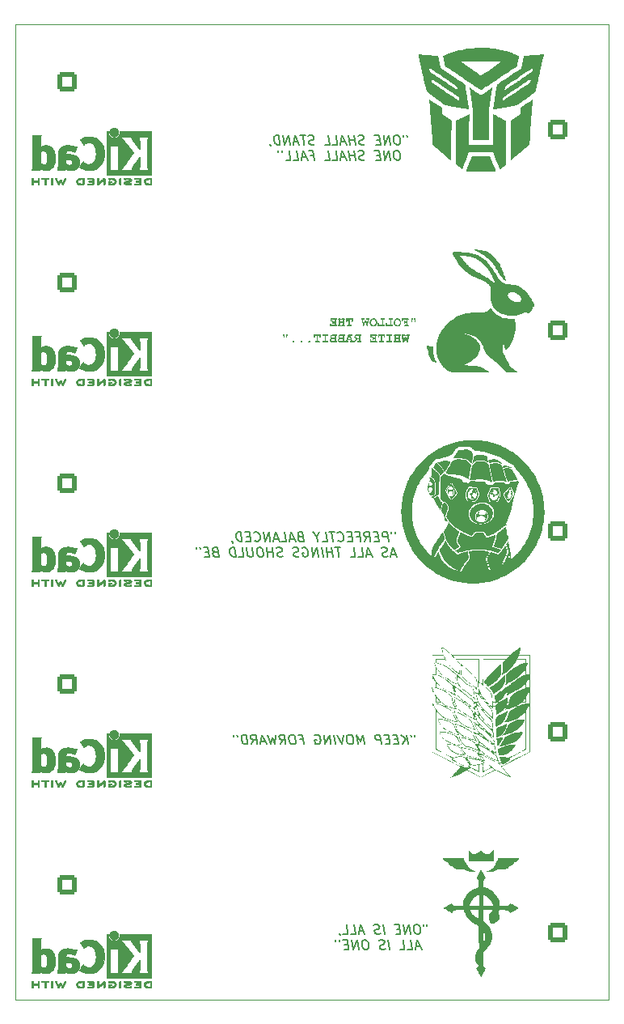
<source format=gbo>
G04 #@! TF.GenerationSoftware,KiCad,Pcbnew,9.0.4*
G04 #@! TF.CreationDate,2025-09-21T01:50:15+05:30*
G04 #@! TF.ProjectId,panel,70616e65-6c2e-46b6-9963-61645f706362,rev?*
G04 #@! TF.SameCoordinates,Original*
G04 #@! TF.FileFunction,Legend,Bot*
G04 #@! TF.FilePolarity,Positive*
%FSLAX46Y46*%
G04 Gerber Fmt 4.6, Leading zero omitted, Abs format (unit mm)*
G04 Created by KiCad (PCBNEW 9.0.4) date 2025-09-21 01:50:15*
%MOMM*%
%LPD*%
G01*
G04 APERTURE LIST*
G04 Aperture macros list*
%AMRoundRect*
0 Rectangle with rounded corners*
0 $1 Rounding radius*
0 $2 $3 $4 $5 $6 $7 $8 $9 X,Y pos of 4 corners*
0 Add a 4 corners polygon primitive as box body*
4,1,4,$2,$3,$4,$5,$6,$7,$8,$9,$2,$3,0*
0 Add four circle primitives for the rounded corners*
1,1,$1+$1,$2,$3*
1,1,$1+$1,$4,$5*
1,1,$1+$1,$6,$7*
1,1,$1+$1,$8,$9*
0 Add four rect primitives between the rounded corners*
20,1,$1+$1,$2,$3,$4,$5,0*
20,1,$1+$1,$4,$5,$6,$7,0*
20,1,$1+$1,$6,$7,$8,$9,0*
20,1,$1+$1,$8,$9,$2,$3,0*%
G04 Aperture macros list end*
%ADD10C,0.160000*%
%ADD11C,0.200000*%
%ADD12C,0.010000*%
%ADD13C,0.000000*%
%ADD14C,0.700000*%
%ADD15C,2.100000*%
%ADD16RoundRect,0.250001X0.799999X-0.799999X0.799999X0.799999X-0.799999X0.799999X-0.799999X-0.799999X0*%
%ADD17RoundRect,0.250001X-0.799999X0.799999X-0.799999X-0.799999X0.799999X-0.799999X0.799999X0.799999X0*%
G04 #@! TA.AperFunction,Profile*
%ADD18C,0.050000*%
G04 #@! TD*
G04 APERTURE END LIST*
D10*
X160135213Y-124459355D02*
X160159022Y-124649831D01*
X159754260Y-124459355D02*
X159778070Y-124649831D01*
X159135212Y-124459355D02*
X158944736Y-124459355D01*
X158944736Y-124459355D02*
X158855451Y-124506974D01*
X158855451Y-124506974D02*
X158772117Y-124602212D01*
X158772117Y-124602212D02*
X158748308Y-124792688D01*
X158748308Y-124792688D02*
X158789974Y-125126021D01*
X158789974Y-125126021D02*
X158861403Y-125316497D01*
X158861403Y-125316497D02*
X158968546Y-125411736D01*
X158968546Y-125411736D02*
X159069736Y-125459355D01*
X159069736Y-125459355D02*
X159260212Y-125459355D01*
X159260212Y-125459355D02*
X159349498Y-125411736D01*
X159349498Y-125411736D02*
X159432832Y-125316497D01*
X159432832Y-125316497D02*
X159456641Y-125126021D01*
X159456641Y-125126021D02*
X159414974Y-124792688D01*
X159414974Y-124792688D02*
X159343546Y-124602212D01*
X159343546Y-124602212D02*
X159236403Y-124506974D01*
X159236403Y-124506974D02*
X159135212Y-124459355D01*
X158403070Y-125459355D02*
X158278070Y-124459355D01*
X158278070Y-124459355D02*
X157831641Y-125459355D01*
X157831641Y-125459355D02*
X157706641Y-124459355D01*
X157289974Y-124935545D02*
X156956641Y-124935545D01*
X156879260Y-125459355D02*
X157355451Y-125459355D01*
X157355451Y-125459355D02*
X157230451Y-124459355D01*
X157230451Y-124459355D02*
X156754260Y-124459355D01*
X155688784Y-125459355D02*
X155563784Y-124459355D01*
X155254260Y-125411736D02*
X155117356Y-125459355D01*
X155117356Y-125459355D02*
X154879260Y-125459355D01*
X154879260Y-125459355D02*
X154778070Y-125411736D01*
X154778070Y-125411736D02*
X154724498Y-125364116D01*
X154724498Y-125364116D02*
X154664975Y-125268878D01*
X154664975Y-125268878D02*
X154653070Y-125173640D01*
X154653070Y-125173640D02*
X154688784Y-125078402D01*
X154688784Y-125078402D02*
X154730451Y-125030783D01*
X154730451Y-125030783D02*
X154819737Y-124983164D01*
X154819737Y-124983164D02*
X155004260Y-124935545D01*
X155004260Y-124935545D02*
X155093546Y-124887926D01*
X155093546Y-124887926D02*
X155135213Y-124840307D01*
X155135213Y-124840307D02*
X155170927Y-124745069D01*
X155170927Y-124745069D02*
X155159022Y-124649831D01*
X155159022Y-124649831D02*
X155099498Y-124554593D01*
X155099498Y-124554593D02*
X155045927Y-124506974D01*
X155045927Y-124506974D02*
X154944737Y-124459355D01*
X154944737Y-124459355D02*
X154706641Y-124459355D01*
X154706641Y-124459355D02*
X154569737Y-124506974D01*
X153510212Y-125173640D02*
X153034022Y-125173640D01*
X153641165Y-125459355D02*
X153182831Y-124459355D01*
X153182831Y-124459355D02*
X152974498Y-125459355D01*
X152164974Y-125459355D02*
X152641165Y-125459355D01*
X152641165Y-125459355D02*
X152516165Y-124459355D01*
X151355450Y-125459355D02*
X151831641Y-125459355D01*
X151831641Y-125459355D02*
X151706641Y-124459355D01*
X150968545Y-125411736D02*
X150974498Y-125459355D01*
X150974498Y-125459355D02*
X151034021Y-125554593D01*
X151034021Y-125554593D02*
X151087593Y-125602212D01*
X159462593Y-126783584D02*
X158986403Y-126783584D01*
X159593546Y-127069299D02*
X159135212Y-126069299D01*
X159135212Y-126069299D02*
X158926879Y-127069299D01*
X158117355Y-127069299D02*
X158593546Y-127069299D01*
X158593546Y-127069299D02*
X158468546Y-126069299D01*
X157307831Y-127069299D02*
X157784022Y-127069299D01*
X157784022Y-127069299D02*
X157659022Y-126069299D01*
X156212593Y-127069299D02*
X156087593Y-126069299D01*
X155778069Y-127021680D02*
X155641165Y-127069299D01*
X155641165Y-127069299D02*
X155403069Y-127069299D01*
X155403069Y-127069299D02*
X155301879Y-127021680D01*
X155301879Y-127021680D02*
X155248307Y-126974060D01*
X155248307Y-126974060D02*
X155188784Y-126878822D01*
X155188784Y-126878822D02*
X155176879Y-126783584D01*
X155176879Y-126783584D02*
X155212593Y-126688346D01*
X155212593Y-126688346D02*
X155254260Y-126640727D01*
X155254260Y-126640727D02*
X155343546Y-126593108D01*
X155343546Y-126593108D02*
X155528069Y-126545489D01*
X155528069Y-126545489D02*
X155617355Y-126497870D01*
X155617355Y-126497870D02*
X155659022Y-126450251D01*
X155659022Y-126450251D02*
X155694736Y-126355013D01*
X155694736Y-126355013D02*
X155682831Y-126259775D01*
X155682831Y-126259775D02*
X155623307Y-126164537D01*
X155623307Y-126164537D02*
X155569736Y-126116918D01*
X155569736Y-126116918D02*
X155468546Y-126069299D01*
X155468546Y-126069299D02*
X155230450Y-126069299D01*
X155230450Y-126069299D02*
X155093546Y-126116918D01*
X153706640Y-126069299D02*
X153516164Y-126069299D01*
X153516164Y-126069299D02*
X153426879Y-126116918D01*
X153426879Y-126116918D02*
X153343545Y-126212156D01*
X153343545Y-126212156D02*
X153319736Y-126402632D01*
X153319736Y-126402632D02*
X153361402Y-126735965D01*
X153361402Y-126735965D02*
X153432831Y-126926441D01*
X153432831Y-126926441D02*
X153539974Y-127021680D01*
X153539974Y-127021680D02*
X153641164Y-127069299D01*
X153641164Y-127069299D02*
X153831640Y-127069299D01*
X153831640Y-127069299D02*
X153920926Y-127021680D01*
X153920926Y-127021680D02*
X154004260Y-126926441D01*
X154004260Y-126926441D02*
X154028069Y-126735965D01*
X154028069Y-126735965D02*
X153986402Y-126402632D01*
X153986402Y-126402632D02*
X153914974Y-126212156D01*
X153914974Y-126212156D02*
X153807831Y-126116918D01*
X153807831Y-126116918D02*
X153706640Y-126069299D01*
X152974498Y-127069299D02*
X152849498Y-126069299D01*
X152849498Y-126069299D02*
X152403069Y-127069299D01*
X152403069Y-127069299D02*
X152278069Y-126069299D01*
X151861402Y-126545489D02*
X151528069Y-126545489D01*
X151450688Y-127069299D02*
X151926879Y-127069299D01*
X151926879Y-127069299D02*
X151801879Y-126069299D01*
X151801879Y-126069299D02*
X151325688Y-126069299D01*
X150944736Y-126069299D02*
X150968545Y-126259775D01*
X150563783Y-126069299D02*
X150587593Y-126259775D01*
D11*
G36*
X158969626Y-61055896D02*
G01*
X158789314Y-61055896D01*
X158833705Y-61392219D01*
X158839638Y-61415653D01*
X158848421Y-61428611D01*
X158861000Y-61436201D01*
X158877424Y-61438869D01*
X158894381Y-61436165D01*
X158906795Y-61428611D01*
X158915325Y-61415777D01*
X158921144Y-61392890D01*
X158969626Y-61055896D01*
G37*
G36*
X158677939Y-61055896D02*
G01*
X158497627Y-61055896D01*
X158542018Y-61392219D01*
X158547864Y-61415695D01*
X158556367Y-61428611D01*
X158568781Y-61436165D01*
X158585737Y-61438869D01*
X158602694Y-61436165D01*
X158615108Y-61428611D01*
X158623638Y-61415777D01*
X158629457Y-61392890D01*
X158677939Y-61055896D01*
G37*
G36*
X157986976Y-61556106D02*
G01*
X157986976Y-61759316D01*
X157843545Y-61759316D01*
X157797600Y-61764940D01*
X157771493Y-61778794D01*
X157755441Y-61800951D01*
X157749938Y-61829658D01*
X157755439Y-61858375D01*
X157771493Y-61880582D01*
X157797594Y-61894390D01*
X157843545Y-61900000D01*
X158148909Y-61900000D01*
X158194816Y-61894395D01*
X158220961Y-61880582D01*
X158236967Y-61858380D01*
X158242454Y-61829658D01*
X158236885Y-61800977D01*
X158220594Y-61778794D01*
X158194265Y-61764905D01*
X158148909Y-61759316D01*
X158127049Y-61759316D01*
X158127049Y-61212212D01*
X158148909Y-61212212D01*
X158194816Y-61206607D01*
X158220961Y-61192794D01*
X158236967Y-61170592D01*
X158242454Y-61141870D01*
X158236965Y-61113158D01*
X158220961Y-61091006D01*
X158194809Y-61077148D01*
X158148909Y-61071528D01*
X157489698Y-61072199D01*
X157489698Y-61286461D01*
X157495325Y-61332577D01*
X157509176Y-61358757D01*
X157531328Y-61374761D01*
X157560040Y-61380251D01*
X157588131Y-61374797D01*
X157610232Y-61358757D01*
X157624082Y-61332577D01*
X157629710Y-61286461D01*
X157629710Y-61212212D01*
X157986976Y-61212212D01*
X157986976Y-61415422D01*
X157864000Y-61415422D01*
X157860650Y-61369515D01*
X157853742Y-61350942D01*
X157837763Y-61334722D01*
X157818131Y-61325034D01*
X157793658Y-61321632D01*
X157765571Y-61327100D01*
X157743466Y-61343187D01*
X157729618Y-61369316D01*
X157723988Y-61415422D01*
X157723988Y-61556106D01*
X157729615Y-61602221D01*
X157743466Y-61628401D01*
X157765660Y-61644410D01*
X157794330Y-61649895D01*
X157818355Y-61646514D01*
X157837782Y-61636846D01*
X157853742Y-61620586D01*
X157860650Y-61602012D01*
X157864000Y-61556106D01*
X157986976Y-61556106D01*
G37*
G36*
X157119215Y-61058343D02*
G01*
X157183222Y-61077250D01*
X157244605Y-61109153D01*
X157304195Y-61155364D01*
X157354302Y-61209790D01*
X157392843Y-61269380D01*
X157420576Y-61334869D01*
X157437637Y-61407325D01*
X157443536Y-61488084D01*
X157437630Y-61568861D01*
X157420556Y-61641239D01*
X157392817Y-61706571D01*
X157354282Y-61765934D01*
X157304195Y-61820071D01*
X157244605Y-61866282D01*
X157183222Y-61898185D01*
X157119215Y-61917092D01*
X157051465Y-61923447D01*
X156991055Y-61918544D01*
X156934150Y-61904034D01*
X156879932Y-61879811D01*
X156827756Y-61845239D01*
X156777180Y-61799188D01*
X156734726Y-61747287D01*
X156701905Y-61690972D01*
X156678234Y-61629607D01*
X156663680Y-61562328D01*
X156658661Y-61488084D01*
X156798674Y-61488084D01*
X156803808Y-61551060D01*
X156818572Y-61606425D01*
X156842521Y-61655521D01*
X156875915Y-61699354D01*
X156917435Y-61737054D01*
X156960051Y-61762690D01*
X157004409Y-61777729D01*
X157051465Y-61782763D01*
X157098118Y-61777726D01*
X157142232Y-61762658D01*
X157184759Y-61736917D01*
X157226343Y-61698988D01*
X157259752Y-61654973D01*
X157283681Y-61605858D01*
X157298409Y-61550664D01*
X157303524Y-61488084D01*
X157298412Y-61425476D01*
X157283688Y-61370206D01*
X157259759Y-61320976D01*
X157226343Y-61276814D01*
X157184737Y-61238702D01*
X157142204Y-61212852D01*
X157098099Y-61197726D01*
X157051465Y-61192672D01*
X157004429Y-61197725D01*
X156960079Y-61212820D01*
X156917458Y-61238566D01*
X156875915Y-61276448D01*
X156842509Y-61320459D01*
X156818560Y-61369681D01*
X156803803Y-61425114D01*
X156798674Y-61488084D01*
X156658661Y-61488084D01*
X156663687Y-61413513D01*
X156678257Y-61346007D01*
X156701939Y-61284505D01*
X156734756Y-61228134D01*
X156777180Y-61176247D01*
X156827756Y-61130196D01*
X156879932Y-61095624D01*
X156934150Y-61071401D01*
X156991055Y-61056891D01*
X157051465Y-61051988D01*
X157119215Y-61058343D01*
G37*
G36*
X156270987Y-61212212D02*
G01*
X156270987Y-61759316D01*
X155969042Y-61759316D01*
X155969042Y-61626448D01*
X155963412Y-61580342D01*
X155949563Y-61554213D01*
X155927365Y-61538156D01*
X155898700Y-61532658D01*
X155870560Y-61538128D01*
X155848447Y-61554213D01*
X155834599Y-61580342D01*
X155828968Y-61626448D01*
X155828968Y-61900000D01*
X156492332Y-61900000D01*
X156538239Y-61894395D01*
X156564384Y-61880582D01*
X156580390Y-61858380D01*
X156585877Y-61829658D01*
X156580388Y-61800946D01*
X156564384Y-61778794D01*
X156538232Y-61764936D01*
X156492332Y-61759316D01*
X156410999Y-61759316D01*
X156410999Y-61212212D01*
X156492332Y-61212212D01*
X156538239Y-61206607D01*
X156564384Y-61192794D01*
X156580390Y-61170592D01*
X156585877Y-61141870D01*
X156580388Y-61113158D01*
X156564384Y-61091006D01*
X156538232Y-61077148D01*
X156492332Y-61071528D01*
X156188982Y-61071528D01*
X156143038Y-61077153D01*
X156116931Y-61091006D01*
X156100927Y-61113158D01*
X156095437Y-61141870D01*
X156100925Y-61170592D01*
X156116931Y-61192794D01*
X156143032Y-61206603D01*
X156188982Y-61212212D01*
X156270987Y-61212212D01*
G37*
G36*
X155431769Y-61212212D02*
G01*
X155431769Y-61759316D01*
X155129823Y-61759316D01*
X155129823Y-61626448D01*
X155124193Y-61580342D01*
X155110345Y-61554213D01*
X155088146Y-61538156D01*
X155059481Y-61532658D01*
X155031342Y-61538128D01*
X155009228Y-61554213D01*
X154995380Y-61580342D01*
X154989750Y-61626448D01*
X154989750Y-61900000D01*
X155653114Y-61900000D01*
X155699020Y-61894395D01*
X155725165Y-61880582D01*
X155741171Y-61858380D01*
X155746659Y-61829658D01*
X155741169Y-61800946D01*
X155725165Y-61778794D01*
X155699014Y-61764936D01*
X155653114Y-61759316D01*
X155571781Y-61759316D01*
X155571781Y-61212212D01*
X155653114Y-61212212D01*
X155699020Y-61206607D01*
X155725165Y-61192794D01*
X155741171Y-61170592D01*
X155746659Y-61141870D01*
X155741169Y-61113158D01*
X155725165Y-61091006D01*
X155699014Y-61077148D01*
X155653114Y-61071528D01*
X155349764Y-61071528D01*
X155303820Y-61077153D01*
X155277712Y-61091006D01*
X155261708Y-61113158D01*
X155256219Y-61141870D01*
X155261706Y-61170592D01*
X155277712Y-61192794D01*
X155303813Y-61206603D01*
X155349764Y-61212212D01*
X155431769Y-61212212D01*
G37*
G36*
X154601560Y-61058343D02*
G01*
X154665567Y-61077250D01*
X154726950Y-61109153D01*
X154786540Y-61155364D01*
X154836647Y-61209790D01*
X154875188Y-61269380D01*
X154902921Y-61334869D01*
X154919982Y-61407325D01*
X154925881Y-61488084D01*
X154919975Y-61568861D01*
X154902901Y-61641239D01*
X154875162Y-61706571D01*
X154836627Y-61765934D01*
X154786540Y-61820071D01*
X154726950Y-61866282D01*
X154665567Y-61898185D01*
X154601560Y-61917092D01*
X154533810Y-61923447D01*
X154473400Y-61918544D01*
X154416495Y-61904034D01*
X154362277Y-61879811D01*
X154310100Y-61845239D01*
X154259525Y-61799188D01*
X154217070Y-61747287D01*
X154184249Y-61690972D01*
X154160578Y-61629607D01*
X154146024Y-61562328D01*
X154141006Y-61488084D01*
X154281018Y-61488084D01*
X154286153Y-61551060D01*
X154300917Y-61606425D01*
X154324866Y-61655521D01*
X154358260Y-61699354D01*
X154399780Y-61737054D01*
X154442396Y-61762690D01*
X154486754Y-61777729D01*
X154533810Y-61782763D01*
X154580463Y-61777726D01*
X154624577Y-61762658D01*
X154667104Y-61736917D01*
X154708688Y-61698988D01*
X154742097Y-61654973D01*
X154766025Y-61605858D01*
X154780754Y-61550664D01*
X154785868Y-61488084D01*
X154780757Y-61425476D01*
X154766033Y-61370206D01*
X154742104Y-61320976D01*
X154708688Y-61276814D01*
X154667081Y-61238702D01*
X154624549Y-61212852D01*
X154580443Y-61197726D01*
X154533810Y-61192672D01*
X154486773Y-61197725D01*
X154442424Y-61212820D01*
X154399802Y-61238566D01*
X154358260Y-61276448D01*
X154324854Y-61320459D01*
X154300904Y-61369681D01*
X154286148Y-61425114D01*
X154281018Y-61488084D01*
X154141006Y-61488084D01*
X154146032Y-61413513D01*
X154160602Y-61346007D01*
X154184284Y-61284505D01*
X154217101Y-61228134D01*
X154259525Y-61176247D01*
X154310100Y-61130196D01*
X154362277Y-61095624D01*
X154416495Y-61071401D01*
X154473400Y-61056891D01*
X154533810Y-61051988D01*
X154601560Y-61058343D01*
G37*
G36*
X153694591Y-61500540D02*
G01*
X153824345Y-61900000D01*
X153981454Y-61900000D01*
X154064802Y-61212212D01*
X154093838Y-61207275D01*
X154113346Y-61193771D01*
X154125359Y-61172812D01*
X154129710Y-61143824D01*
X154124253Y-61114940D01*
X154108217Y-61091983D01*
X154081952Y-61077399D01*
X154036104Y-61071528D01*
X153849624Y-61071528D01*
X153803680Y-61077153D01*
X153777573Y-61091006D01*
X153761569Y-61113158D01*
X153756079Y-61141870D01*
X153761567Y-61170592D01*
X153777573Y-61192794D01*
X153803674Y-61206603D01*
X153849624Y-61212212D01*
X153922714Y-61212212D01*
X153876308Y-61602145D01*
X153766277Y-61274738D01*
X153620769Y-61274738D01*
X153511470Y-61602145D01*
X153465064Y-61212212D01*
X153538154Y-61212212D01*
X153584105Y-61206603D01*
X153610205Y-61192794D01*
X153626211Y-61170592D01*
X153631699Y-61141870D01*
X153626209Y-61113158D01*
X153610205Y-61091006D01*
X153584098Y-61077153D01*
X153538154Y-61071528D01*
X153352346Y-61071528D01*
X153306402Y-61077153D01*
X153280294Y-61091006D01*
X153264243Y-61113163D01*
X153258740Y-61141870D01*
X153263230Y-61170956D01*
X153275837Y-61192794D01*
X153295939Y-61207074D01*
X153324991Y-61212212D01*
X153405591Y-61900000D01*
X153560013Y-61900000D01*
X153694591Y-61500540D01*
G37*
G36*
X151948499Y-61212212D02*
G01*
X151948499Y-61759316D01*
X151854221Y-61759316D01*
X151808277Y-61764940D01*
X151782170Y-61778794D01*
X151766166Y-61800946D01*
X151760676Y-61829658D01*
X151766164Y-61858380D01*
X151782170Y-61880582D01*
X151808271Y-61894390D01*
X151854221Y-61900000D01*
X152182117Y-61900000D01*
X152228078Y-61894393D01*
X152254230Y-61880582D01*
X152270236Y-61858380D01*
X152275724Y-61829658D01*
X152270234Y-61800946D01*
X152254230Y-61778794D01*
X152228071Y-61764938D01*
X152182117Y-61759316D01*
X152088572Y-61759316D01*
X152088572Y-61212212D01*
X152240186Y-61212212D01*
X152240186Y-61345080D01*
X152245814Y-61391195D01*
X152259665Y-61417376D01*
X152281858Y-61433384D01*
X152310528Y-61438869D01*
X152338672Y-61433412D01*
X152360781Y-61417376D01*
X152374632Y-61391195D01*
X152380259Y-61345080D01*
X152380259Y-61071528D01*
X151654736Y-61071528D01*
X151654736Y-61345080D01*
X151660364Y-61391195D01*
X151674214Y-61417376D01*
X151696417Y-61433382D01*
X151725139Y-61438869D01*
X151753231Y-61433415D01*
X151775331Y-61417376D01*
X151789182Y-61391195D01*
X151794809Y-61345080D01*
X151794809Y-61212212D01*
X151948499Y-61212212D01*
G37*
G36*
X151023918Y-61556106D02*
G01*
X151323115Y-61556106D01*
X151323115Y-61759316D01*
X151301256Y-61759316D01*
X151255311Y-61764940D01*
X151229204Y-61778794D01*
X151213152Y-61800951D01*
X151207650Y-61829658D01*
X151213150Y-61858375D01*
X151229204Y-61880582D01*
X151255305Y-61894390D01*
X151301256Y-61900000D01*
X151472714Y-61900000D01*
X151518675Y-61894393D01*
X151544827Y-61880582D01*
X151560833Y-61858380D01*
X151566320Y-61829658D01*
X151562924Y-61810210D01*
X151552336Y-61791424D01*
X151532859Y-61772566D01*
X151511396Y-61763501D01*
X151463128Y-61759316D01*
X151463128Y-61212212D01*
X151496626Y-61206950D01*
X151518815Y-61192794D01*
X151532736Y-61170816D01*
X151537622Y-61141870D01*
X151532132Y-61113158D01*
X151516128Y-61091006D01*
X151489970Y-61077150D01*
X151444016Y-61071528D01*
X151301256Y-61071528D01*
X151255311Y-61077153D01*
X151229204Y-61091006D01*
X151213152Y-61113163D01*
X151207650Y-61141870D01*
X151213150Y-61170587D01*
X151229204Y-61192794D01*
X151255305Y-61206603D01*
X151301256Y-61212212D01*
X151323115Y-61212212D01*
X151323115Y-61415422D01*
X151023918Y-61415422D01*
X151023918Y-61212212D01*
X151045778Y-61212212D01*
X151091728Y-61206603D01*
X151117829Y-61192794D01*
X151133835Y-61170592D01*
X151139323Y-61141870D01*
X151133833Y-61113158D01*
X151117829Y-61091006D01*
X151091722Y-61077153D01*
X151045778Y-61071528D01*
X150902957Y-61071528D01*
X150857066Y-61077151D01*
X150830966Y-61091006D01*
X150814914Y-61113163D01*
X150809412Y-61141870D01*
X150814297Y-61170816D01*
X150828218Y-61192794D01*
X150850357Y-61206948D01*
X150883845Y-61212212D01*
X150883845Y-61759316D01*
X150835033Y-61763379D01*
X150814174Y-61772016D01*
X150794680Y-61791216D01*
X150784098Y-61810185D01*
X150780713Y-61829658D01*
X150786214Y-61858375D01*
X150802267Y-61880582D01*
X150828368Y-61894390D01*
X150874319Y-61900000D01*
X151045778Y-61900000D01*
X151091728Y-61894390D01*
X151117829Y-61880582D01*
X151133835Y-61858380D01*
X151139323Y-61829658D01*
X151133753Y-61800977D01*
X151117463Y-61778794D01*
X151091133Y-61764905D01*
X151045778Y-61759316D01*
X151023918Y-61759316D01*
X151023918Y-61556106D01*
G37*
G36*
X150481821Y-61556106D02*
G01*
X150481821Y-61759316D01*
X150124555Y-61759316D01*
X150124555Y-61685066D01*
X150118925Y-61638960D01*
X150105076Y-61612831D01*
X150082877Y-61596774D01*
X150054213Y-61591277D01*
X150026084Y-61596749D01*
X150004021Y-61612831D01*
X149990172Y-61638960D01*
X149984542Y-61685066D01*
X149984542Y-61900000D01*
X150643754Y-61900000D01*
X150689705Y-61894390D01*
X150715806Y-61880582D01*
X150731812Y-61858380D01*
X150737299Y-61829658D01*
X150731729Y-61800977D01*
X150715439Y-61778794D01*
X150689110Y-61764905D01*
X150643754Y-61759316D01*
X150621894Y-61759316D01*
X150621894Y-61212212D01*
X150643754Y-61212212D01*
X150689705Y-61206603D01*
X150715806Y-61192794D01*
X150731812Y-61170592D01*
X150737299Y-61141870D01*
X150731810Y-61113158D01*
X150715806Y-61091006D01*
X150689698Y-61077153D01*
X150643754Y-61071528D01*
X150015256Y-61072199D01*
X150015256Y-61286461D01*
X150020805Y-61332610D01*
X150034429Y-61358757D01*
X150056321Y-61374754D01*
X150084926Y-61380251D01*
X150113649Y-61374763D01*
X150135851Y-61358757D01*
X150149702Y-61332577D01*
X150155329Y-61286461D01*
X150155329Y-61212212D01*
X150481821Y-61212212D01*
X150481821Y-61415422D01*
X150358845Y-61415422D01*
X150355495Y-61369515D01*
X150348586Y-61350942D01*
X150332608Y-61334722D01*
X150312975Y-61325034D01*
X150288503Y-61321632D01*
X150260416Y-61327100D01*
X150238311Y-61343187D01*
X150224462Y-61369316D01*
X150218832Y-61415422D01*
X150218832Y-61556106D01*
X150222371Y-61602008D01*
X150229762Y-61621013D01*
X150246093Y-61637122D01*
X150265345Y-61646613D01*
X150288503Y-61649895D01*
X150312975Y-61646494D01*
X150332608Y-61636806D01*
X150348586Y-61620586D01*
X150355495Y-61602012D01*
X150358845Y-61556106D01*
X150481821Y-61556106D01*
G37*
G36*
X157890683Y-63180540D02*
G01*
X158020437Y-63580000D01*
X158177547Y-63580000D01*
X158260894Y-62892212D01*
X158289930Y-62887275D01*
X158309438Y-62873771D01*
X158321451Y-62852812D01*
X158325802Y-62823824D01*
X158320345Y-62794940D01*
X158304309Y-62771983D01*
X158278044Y-62757399D01*
X158232196Y-62751528D01*
X158045717Y-62751528D01*
X157999772Y-62757153D01*
X157973665Y-62771006D01*
X157957661Y-62793158D01*
X157952172Y-62821870D01*
X157957659Y-62850592D01*
X157973665Y-62872794D01*
X157999766Y-62886603D01*
X158045717Y-62892212D01*
X158118806Y-62892212D01*
X158072400Y-63282145D01*
X157962369Y-62954738D01*
X157816861Y-62954738D01*
X157707562Y-63282145D01*
X157661156Y-62892212D01*
X157734246Y-62892212D01*
X157780197Y-62886603D01*
X157806297Y-62872794D01*
X157822304Y-62850592D01*
X157827791Y-62821870D01*
X157822302Y-62793158D01*
X157806297Y-62771006D01*
X157780190Y-62757153D01*
X157734246Y-62751528D01*
X157548438Y-62751528D01*
X157502494Y-62757153D01*
X157476386Y-62771006D01*
X157460335Y-62793163D01*
X157454832Y-62821870D01*
X157459322Y-62850956D01*
X157471929Y-62872794D01*
X157492031Y-62887074D01*
X157521083Y-62892212D01*
X157601683Y-63580000D01*
X157756106Y-63580000D01*
X157890683Y-63180540D01*
G37*
G36*
X156898447Y-63236106D02*
G01*
X157197644Y-63236106D01*
X157197644Y-63439316D01*
X157175785Y-63439316D01*
X157129840Y-63444940D01*
X157103733Y-63458794D01*
X157087681Y-63480951D01*
X157082178Y-63509658D01*
X157087679Y-63538375D01*
X157103733Y-63560582D01*
X157129834Y-63574390D01*
X157175785Y-63580000D01*
X157347243Y-63580000D01*
X157393204Y-63574393D01*
X157419356Y-63560582D01*
X157435362Y-63538380D01*
X157440849Y-63509658D01*
X157437453Y-63490210D01*
X157426865Y-63471424D01*
X157407388Y-63452566D01*
X157385925Y-63443501D01*
X157337657Y-63439316D01*
X157337657Y-62892212D01*
X157371155Y-62886950D01*
X157393344Y-62872794D01*
X157407265Y-62850816D01*
X157412151Y-62821870D01*
X157406661Y-62793158D01*
X157390657Y-62771006D01*
X157364498Y-62757150D01*
X157318545Y-62751528D01*
X157175785Y-62751528D01*
X157129840Y-62757153D01*
X157103733Y-62771006D01*
X157087681Y-62793163D01*
X157082178Y-62821870D01*
X157087679Y-62850587D01*
X157103733Y-62872794D01*
X157129834Y-62886603D01*
X157175785Y-62892212D01*
X157197644Y-62892212D01*
X157197644Y-63095422D01*
X156898447Y-63095422D01*
X156898447Y-62892212D01*
X156920307Y-62892212D01*
X156966257Y-62886603D01*
X156992358Y-62872794D01*
X157008364Y-62850592D01*
X157013852Y-62821870D01*
X157008362Y-62793158D01*
X156992358Y-62771006D01*
X156966251Y-62757153D01*
X156920307Y-62751528D01*
X156777486Y-62751528D01*
X156731595Y-62757151D01*
X156705495Y-62771006D01*
X156689443Y-62793163D01*
X156683941Y-62821870D01*
X156688826Y-62850816D01*
X156702747Y-62872794D01*
X156724886Y-62886948D01*
X156758374Y-62892212D01*
X156758374Y-63439316D01*
X156709562Y-63443379D01*
X156688703Y-63452016D01*
X156669209Y-63471216D01*
X156658627Y-63490185D01*
X156655242Y-63509658D01*
X156660743Y-63538375D01*
X156676796Y-63560582D01*
X156702897Y-63574390D01*
X156748848Y-63580000D01*
X156920307Y-63580000D01*
X156966257Y-63574390D01*
X156992358Y-63560582D01*
X157008364Y-63538380D01*
X157013852Y-63509658D01*
X157008282Y-63480977D01*
X156991992Y-63458794D01*
X156965662Y-63444905D01*
X156920307Y-63439316D01*
X156898447Y-63439316D01*
X156898447Y-63236106D01*
G37*
G36*
X156142576Y-62892212D02*
G01*
X156142576Y-63439316D01*
X156001160Y-63439316D01*
X155955215Y-63444940D01*
X155929108Y-63458794D01*
X155913056Y-63480951D01*
X155907554Y-63509658D01*
X155913054Y-63538375D01*
X155929108Y-63560582D01*
X155955209Y-63574390D01*
X156001160Y-63580000D01*
X156424005Y-63580000D01*
X156469956Y-63574390D01*
X156496057Y-63560582D01*
X156512063Y-63538380D01*
X156517550Y-63509658D01*
X156512061Y-63480946D01*
X156496057Y-63458794D01*
X156469949Y-63444940D01*
X156424005Y-63439316D01*
X156282588Y-63439316D01*
X156282588Y-62892212D01*
X156424005Y-62892212D01*
X156469956Y-62886603D01*
X156496057Y-62872794D01*
X156512063Y-62850592D01*
X156517550Y-62821870D01*
X156512061Y-62793158D01*
X156496057Y-62771006D01*
X156469949Y-62757153D01*
X156424005Y-62751528D01*
X156001160Y-62751528D01*
X155955215Y-62757153D01*
X155929108Y-62771006D01*
X155913056Y-62793163D01*
X155907554Y-62821870D01*
X155913054Y-62850587D01*
X155929108Y-62872794D01*
X155955209Y-62886603D01*
X156001160Y-62892212D01*
X156142576Y-62892212D01*
G37*
G36*
X155305373Y-62892212D02*
G01*
X155305373Y-63439316D01*
X155211095Y-63439316D01*
X155165151Y-63444940D01*
X155139043Y-63458794D01*
X155123039Y-63480946D01*
X155117550Y-63509658D01*
X155123037Y-63538380D01*
X155139043Y-63560582D01*
X155165144Y-63574390D01*
X155211095Y-63580000D01*
X155538991Y-63580000D01*
X155584952Y-63574393D01*
X155611104Y-63560582D01*
X155627110Y-63538380D01*
X155632597Y-63509658D01*
X155627108Y-63480946D01*
X155611104Y-63458794D01*
X155584945Y-63444938D01*
X155538991Y-63439316D01*
X155445446Y-63439316D01*
X155445446Y-62892212D01*
X155597060Y-62892212D01*
X155597060Y-63025080D01*
X155602688Y-63071195D01*
X155616538Y-63097376D01*
X155638732Y-63113384D01*
X155667402Y-63118869D01*
X155695546Y-63113412D01*
X155717655Y-63097376D01*
X155731505Y-63071195D01*
X155737133Y-63025080D01*
X155737133Y-62751528D01*
X155011610Y-62751528D01*
X155011610Y-63025080D01*
X155017237Y-63071195D01*
X155031088Y-63097376D01*
X155053290Y-63113382D01*
X155082013Y-63118869D01*
X155110105Y-63113415D01*
X155132205Y-63097376D01*
X155146055Y-63071195D01*
X155151683Y-63025080D01*
X155151683Y-62892212D01*
X155305373Y-62892212D01*
G37*
G36*
X154677913Y-63236106D02*
G01*
X154677913Y-63439316D01*
X154320647Y-63439316D01*
X154320647Y-63365066D01*
X154315017Y-63318960D01*
X154301168Y-63292831D01*
X154278970Y-63276774D01*
X154250305Y-63271277D01*
X154222176Y-63276749D01*
X154200113Y-63292831D01*
X154186265Y-63318960D01*
X154180635Y-63365066D01*
X154180635Y-63580000D01*
X154839846Y-63580000D01*
X154885797Y-63574390D01*
X154911898Y-63560582D01*
X154927904Y-63538380D01*
X154933391Y-63509658D01*
X154927821Y-63480977D01*
X154911531Y-63458794D01*
X154885202Y-63444905D01*
X154839846Y-63439316D01*
X154817986Y-63439316D01*
X154817986Y-62892212D01*
X154839846Y-62892212D01*
X154885797Y-62886603D01*
X154911898Y-62872794D01*
X154927904Y-62850592D01*
X154933391Y-62821870D01*
X154927902Y-62793158D01*
X154911898Y-62771006D01*
X154885790Y-62757153D01*
X154839846Y-62751528D01*
X154211348Y-62752199D01*
X154211348Y-62966461D01*
X154216897Y-63012610D01*
X154230521Y-63038757D01*
X154252413Y-63054754D01*
X154281018Y-63060251D01*
X154309741Y-63054763D01*
X154331943Y-63038757D01*
X154345794Y-63012577D01*
X154351421Y-62966461D01*
X154351421Y-62892212D01*
X154677913Y-62892212D01*
X154677913Y-63095422D01*
X154554937Y-63095422D01*
X154551587Y-63049515D01*
X154544678Y-63030942D01*
X154528700Y-63014722D01*
X154509067Y-63005034D01*
X154484595Y-63001632D01*
X154456508Y-63007100D01*
X154434403Y-63023187D01*
X154420555Y-63049316D01*
X154414924Y-63095422D01*
X154414924Y-63236106D01*
X154418463Y-63282008D01*
X154425854Y-63301013D01*
X154442185Y-63317122D01*
X154461437Y-63326613D01*
X154484595Y-63329895D01*
X154509067Y-63326494D01*
X154528700Y-63316806D01*
X154544678Y-63300586D01*
X154551587Y-63282012D01*
X154554937Y-63236106D01*
X154677913Y-63236106D01*
G37*
G36*
X153208035Y-62757150D02*
G01*
X153234193Y-62771006D01*
X153250198Y-62793158D01*
X153255687Y-62821870D01*
X153250200Y-62850592D01*
X153234193Y-62872794D01*
X153208041Y-62886605D01*
X153162081Y-62892212D01*
X153140221Y-62892212D01*
X153140221Y-63439316D01*
X153162081Y-63439316D01*
X153207491Y-63444907D01*
X153233827Y-63458794D01*
X153250117Y-63480977D01*
X153255687Y-63509658D01*
X153250200Y-63538380D01*
X153234193Y-63560582D01*
X153208041Y-63574393D01*
X153162081Y-63580000D01*
X152949651Y-63580000D01*
X152903700Y-63574390D01*
X152877599Y-63560582D01*
X152861545Y-63538375D01*
X152856045Y-63509658D01*
X152861547Y-63480951D01*
X152877599Y-63458794D01*
X152903706Y-63444940D01*
X152949651Y-63439316D01*
X153000148Y-63439316D01*
X153000148Y-63263461D01*
X152861479Y-63263461D01*
X152812968Y-63294243D01*
X152751945Y-63350697D01*
X152675212Y-63442238D01*
X152579378Y-63580000D01*
X152499450Y-63580000D01*
X152453548Y-63574379D01*
X152427704Y-63560582D01*
X152411936Y-63538406D01*
X152406516Y-63509658D01*
X152413721Y-63480583D01*
X152437290Y-63452566D01*
X152459317Y-63443475D01*
X152507632Y-63439316D01*
X152592384Y-63317805D01*
X152643222Y-63260608D01*
X152687334Y-63218154D01*
X152637984Y-63187459D01*
X152600080Y-63155688D01*
X152571868Y-63122838D01*
X152550526Y-63085604D01*
X152537860Y-63046150D01*
X152533583Y-63003647D01*
X152534052Y-62999007D01*
X152673656Y-62999007D01*
X152678813Y-63024706D01*
X152695882Y-63052740D01*
X152724770Y-63076916D01*
X152782283Y-63104398D01*
X152832170Y-63117983D01*
X152890849Y-63122777D01*
X153000148Y-63122777D01*
X153000148Y-62892212D01*
X152839619Y-62892212D01*
X152786337Y-62896547D01*
X152746121Y-62908212D01*
X152716032Y-62925917D01*
X152691298Y-62950520D01*
X152677918Y-62974571D01*
X152673656Y-62999007D01*
X152534052Y-62999007D01*
X152538714Y-62952894D01*
X152553764Y-62906878D01*
X152578911Y-62864488D01*
X152615221Y-62824984D01*
X152657767Y-62794230D01*
X152709027Y-62771362D01*
X152770746Y-62756757D01*
X152845115Y-62751528D01*
X153162081Y-62751528D01*
X153208035Y-62757150D01*
G37*
G36*
X152288206Y-62757153D02*
G01*
X152314314Y-62771006D01*
X152330318Y-62793158D01*
X152335807Y-62821870D01*
X152330320Y-62850592D01*
X152314314Y-62872794D01*
X152288213Y-62886603D01*
X152242262Y-62892212D01*
X152150732Y-62892212D01*
X152370673Y-63439316D01*
X152417967Y-63444939D01*
X152445106Y-63458794D01*
X152461970Y-63481038D01*
X152467698Y-63509658D01*
X152462198Y-63538375D01*
X152446144Y-63560582D01*
X152420043Y-63574390D01*
X152374092Y-63580000D01*
X152185537Y-63580000D01*
X152139586Y-63574390D01*
X152113485Y-63560582D01*
X152097431Y-63538375D01*
X152091931Y-63509658D01*
X152097433Y-63480951D01*
X152113485Y-63458794D01*
X152139593Y-63444940D01*
X152185537Y-63439316D01*
X152219731Y-63439316D01*
X152185537Y-63349434D01*
X151845368Y-63349434D01*
X151811906Y-63439316D01*
X151846039Y-63439316D01*
X151891993Y-63444938D01*
X151918152Y-63458794D01*
X151934156Y-63480946D01*
X151939645Y-63509658D01*
X151934158Y-63538380D01*
X151918152Y-63560582D01*
X151892000Y-63574393D01*
X151846039Y-63580000D01*
X151657484Y-63580000D01*
X151611591Y-63574376D01*
X151585799Y-63560582D01*
X151570031Y-63538406D01*
X151564610Y-63509658D01*
X151571929Y-63480538D01*
X151596057Y-63452016D01*
X151616363Y-63443294D01*
X151660903Y-63439316D01*
X151754345Y-63208750D01*
X151903436Y-63208750D01*
X152129544Y-63208750D01*
X152016154Y-62936481D01*
X151903436Y-63208750D01*
X151754345Y-63208750D01*
X151939645Y-62751528D01*
X152242262Y-62751528D01*
X152288206Y-62757153D01*
G37*
G36*
X151530941Y-62757150D02*
G01*
X151557100Y-62771006D01*
X151573104Y-62793158D01*
X151578593Y-62821870D01*
X151573106Y-62850592D01*
X151557100Y-62872794D01*
X151530948Y-62886605D01*
X151484987Y-62892212D01*
X151463128Y-62892212D01*
X151463128Y-63439316D01*
X151484987Y-63439316D01*
X151530397Y-63444907D01*
X151556734Y-63458794D01*
X151573024Y-63480977D01*
X151578593Y-63509658D01*
X151573106Y-63538380D01*
X151557100Y-63560582D01*
X151530948Y-63574393D01*
X151484987Y-63580000D01*
X151073743Y-63580000D01*
X151001418Y-63575062D01*
X150947409Y-63561926D01*
X150899854Y-63540635D01*
X150862046Y-63515092D01*
X150838560Y-63491570D01*
X150818326Y-63459771D01*
X150800419Y-63412295D01*
X150794391Y-63360730D01*
X150794470Y-63359815D01*
X150934403Y-63359815D01*
X150941199Y-63391362D01*
X150961025Y-63414159D01*
X150985870Y-63426769D01*
X151024274Y-63435770D01*
X151081254Y-63439316D01*
X151323115Y-63439316D01*
X151323115Y-63236106D01*
X151137979Y-63236106D01*
X151073488Y-63241320D01*
X151024295Y-63255415D01*
X150987037Y-63276894D01*
X150955715Y-63306740D01*
X150939410Y-63333952D01*
X150934403Y-63359815D01*
X150794470Y-63359815D01*
X150798181Y-63317038D01*
X150809255Y-63277327D01*
X150827547Y-63240807D01*
X150852309Y-63208082D01*
X150885020Y-63177252D01*
X150926892Y-63148239D01*
X150894888Y-63112004D01*
X150872915Y-63073806D01*
X150859629Y-63032345D01*
X150855146Y-62987772D01*
X150855503Y-62984291D01*
X150995219Y-62984291D01*
X150999229Y-63010232D01*
X151011170Y-63033094D01*
X151032100Y-63053839D01*
X151070476Y-63076429D01*
X151115694Y-63090468D01*
X151169426Y-63095422D01*
X151323115Y-63095422D01*
X151323115Y-62892212D01*
X151140727Y-62892212D01*
X151090650Y-62895927D01*
X151054960Y-62905643D01*
X151030085Y-62919872D01*
X151010084Y-62940140D01*
X150998897Y-62961346D01*
X150995219Y-62984291D01*
X150855503Y-62984291D01*
X150859895Y-62941425D01*
X150873906Y-62898861D01*
X150897461Y-62859103D01*
X150931655Y-62821503D01*
X150971726Y-62791638D01*
X151017956Y-62769904D01*
X151071508Y-62756312D01*
X151133888Y-62751528D01*
X151484987Y-62751528D01*
X151530941Y-62757150D01*
G37*
G36*
X150691723Y-62757150D02*
G01*
X150717882Y-62771006D01*
X150733886Y-62793158D01*
X150739375Y-62821870D01*
X150733888Y-62850592D01*
X150717882Y-62872794D01*
X150691729Y-62886605D01*
X150645769Y-62892212D01*
X150623909Y-62892212D01*
X150623909Y-63439316D01*
X150645769Y-63439316D01*
X150691179Y-63444907D01*
X150717515Y-63458794D01*
X150733805Y-63480977D01*
X150739375Y-63509658D01*
X150733888Y-63538380D01*
X150717882Y-63560582D01*
X150691729Y-63574393D01*
X150645769Y-63580000D01*
X150234525Y-63580000D01*
X150162200Y-63575062D01*
X150108190Y-63561926D01*
X150060636Y-63540635D01*
X150022827Y-63515092D01*
X149999341Y-63491570D01*
X149979108Y-63459771D01*
X149961200Y-63412295D01*
X149955172Y-63360730D01*
X149955251Y-63359815D01*
X150095184Y-63359815D01*
X150101980Y-63391362D01*
X150121807Y-63414159D01*
X150146652Y-63426769D01*
X150185055Y-63435770D01*
X150242035Y-63439316D01*
X150483897Y-63439316D01*
X150483897Y-63236106D01*
X150298761Y-63236106D01*
X150234270Y-63241320D01*
X150185077Y-63255415D01*
X150147819Y-63276894D01*
X150116496Y-63306740D01*
X150100192Y-63333952D01*
X150095184Y-63359815D01*
X149955251Y-63359815D01*
X149958963Y-63317038D01*
X149970037Y-63277327D01*
X149988328Y-63240807D01*
X150013090Y-63208082D01*
X150045802Y-63177252D01*
X150087674Y-63148239D01*
X150055670Y-63112004D01*
X150033696Y-63073806D01*
X150020411Y-63032345D01*
X150015928Y-62987772D01*
X150016285Y-62984291D01*
X150156001Y-62984291D01*
X150160010Y-63010232D01*
X150171951Y-63033094D01*
X150192882Y-63053839D01*
X150231258Y-63076429D01*
X150276475Y-63090468D01*
X150330207Y-63095422D01*
X150483897Y-63095422D01*
X150483897Y-62892212D01*
X150301509Y-62892212D01*
X150251432Y-62895927D01*
X150215742Y-62905643D01*
X150190867Y-62919872D01*
X150170865Y-62940140D01*
X150159679Y-62961346D01*
X150156001Y-62984291D01*
X150016285Y-62984291D01*
X150020676Y-62941425D01*
X150034688Y-62898861D01*
X150058243Y-62859103D01*
X150092437Y-62821503D01*
X150132508Y-62791638D01*
X150178738Y-62769904D01*
X150232290Y-62756312D01*
X150294670Y-62751528D01*
X150645769Y-62751528D01*
X150691723Y-62757150D01*
G37*
G36*
X149428829Y-62892212D02*
G01*
X149428829Y-63439316D01*
X149287412Y-63439316D01*
X149241468Y-63444940D01*
X149215361Y-63458794D01*
X149199309Y-63480951D01*
X149193806Y-63509658D01*
X149199307Y-63538375D01*
X149215361Y-63560582D01*
X149241461Y-63574390D01*
X149287412Y-63580000D01*
X149710258Y-63580000D01*
X149756209Y-63574390D01*
X149782309Y-63560582D01*
X149798315Y-63538380D01*
X149803803Y-63509658D01*
X149798313Y-63480946D01*
X149782309Y-63458794D01*
X149756202Y-63444940D01*
X149710258Y-63439316D01*
X149568841Y-63439316D01*
X149568841Y-62892212D01*
X149710258Y-62892212D01*
X149756209Y-62886603D01*
X149782309Y-62872794D01*
X149798315Y-62850592D01*
X149803803Y-62821870D01*
X149798313Y-62793158D01*
X149782309Y-62771006D01*
X149756202Y-62757153D01*
X149710258Y-62751528D01*
X149287412Y-62751528D01*
X149241468Y-62757153D01*
X149215361Y-62771006D01*
X149199309Y-62793163D01*
X149193806Y-62821870D01*
X149199307Y-62850587D01*
X149215361Y-62872794D01*
X149241461Y-62886603D01*
X149287412Y-62892212D01*
X149428829Y-62892212D01*
G37*
G36*
X148591625Y-62892212D02*
G01*
X148591625Y-63439316D01*
X148497348Y-63439316D01*
X148451403Y-63444940D01*
X148425296Y-63458794D01*
X148409292Y-63480946D01*
X148403803Y-63509658D01*
X148409290Y-63538380D01*
X148425296Y-63560582D01*
X148451397Y-63574390D01*
X148497348Y-63580000D01*
X148825244Y-63580000D01*
X148871204Y-63574393D01*
X148897356Y-63560582D01*
X148913363Y-63538380D01*
X148918850Y-63509658D01*
X148913360Y-63480946D01*
X148897356Y-63458794D01*
X148871198Y-63444938D01*
X148825244Y-63439316D01*
X148731699Y-63439316D01*
X148731699Y-62892212D01*
X148883312Y-62892212D01*
X148883312Y-63025080D01*
X148888940Y-63071195D01*
X148902791Y-63097376D01*
X148924985Y-63113384D01*
X148953654Y-63118869D01*
X148981799Y-63113412D01*
X149003907Y-63097376D01*
X149017758Y-63071195D01*
X149023386Y-63025080D01*
X149023386Y-62751528D01*
X148297862Y-62751528D01*
X148297862Y-63025080D01*
X148303490Y-63071195D01*
X148317341Y-63097376D01*
X148339543Y-63113382D01*
X148368265Y-63118869D01*
X148396357Y-63113415D01*
X148418457Y-63097376D01*
X148432308Y-63071195D01*
X148437936Y-63025080D01*
X148437936Y-62892212D01*
X148591625Y-62892212D01*
G37*
G36*
X147713450Y-63509658D02*
G01*
X147720509Y-63546510D01*
X147741477Y-63576580D01*
X147761650Y-63591076D01*
X147786897Y-63600175D01*
X147818658Y-63603447D01*
X147850420Y-63600177D01*
X147875689Y-63591078D01*
X147895900Y-63576580D01*
X147916820Y-63546514D01*
X147923866Y-63509658D01*
X147916818Y-63472811D01*
X147895900Y-63442796D01*
X147875685Y-63428263D01*
X147850415Y-63419145D01*
X147818658Y-63415868D01*
X147786902Y-63419146D01*
X147761655Y-63428265D01*
X147741477Y-63442796D01*
X147720511Y-63472816D01*
X147713450Y-63509658D01*
G37*
G36*
X146874232Y-63509658D02*
G01*
X146881291Y-63546510D01*
X146902259Y-63576580D01*
X146922432Y-63591076D01*
X146947679Y-63600175D01*
X146979439Y-63603447D01*
X147011201Y-63600177D01*
X147036471Y-63591078D01*
X147056681Y-63576580D01*
X147077602Y-63546514D01*
X147084647Y-63509658D01*
X147077600Y-63472811D01*
X147056681Y-63442796D01*
X147036466Y-63428263D01*
X147011197Y-63419145D01*
X146979439Y-63415868D01*
X146947683Y-63419146D01*
X146922436Y-63428265D01*
X146902259Y-63442796D01*
X146881293Y-63472816D01*
X146874232Y-63509658D01*
G37*
G36*
X146035013Y-63509658D02*
G01*
X146042072Y-63546510D01*
X146063040Y-63576580D01*
X146083213Y-63591076D01*
X146108460Y-63600175D01*
X146140221Y-63603447D01*
X146171983Y-63600177D01*
X146197253Y-63591078D01*
X146217463Y-63576580D01*
X146238383Y-63546514D01*
X146245429Y-63509658D01*
X146238381Y-63472811D01*
X146217463Y-63442796D01*
X146197248Y-63428263D01*
X146171978Y-63419145D01*
X146140221Y-63415868D01*
X146108465Y-63419146D01*
X146083218Y-63428265D01*
X146063040Y-63442796D01*
X146042074Y-63472816D01*
X146035013Y-63509658D01*
G37*
G36*
X145542131Y-62735896D02*
G01*
X145361819Y-62735896D01*
X145406210Y-63072219D01*
X145412143Y-63095653D01*
X145420926Y-63108611D01*
X145433505Y-63116201D01*
X145449930Y-63118869D01*
X145466886Y-63116165D01*
X145479300Y-63108611D01*
X145487830Y-63095777D01*
X145493649Y-63072890D01*
X145542131Y-62735896D01*
G37*
G36*
X145250444Y-62735896D02*
G01*
X145070132Y-62735896D01*
X145114523Y-63072219D01*
X145120369Y-63095695D01*
X145128872Y-63108611D01*
X145141287Y-63116165D01*
X145158243Y-63118869D01*
X145175199Y-63116165D01*
X145187613Y-63108611D01*
X145196143Y-63095777D01*
X145201962Y-63072890D01*
X145250444Y-62735896D01*
G37*
D10*
X158835213Y-104619299D02*
X158859022Y-104809775D01*
X158454260Y-104619299D02*
X158478070Y-104809775D01*
X158150689Y-105619299D02*
X158025689Y-104619299D01*
X157579260Y-105619299D02*
X157936403Y-105047870D01*
X157454260Y-104619299D02*
X158097117Y-105190727D01*
X157085212Y-105095489D02*
X156751879Y-105095489D01*
X156674498Y-105619299D02*
X157150689Y-105619299D01*
X157150689Y-105619299D02*
X157025689Y-104619299D01*
X157025689Y-104619299D02*
X156549498Y-104619299D01*
X156180450Y-105095489D02*
X155847117Y-105095489D01*
X155769736Y-105619299D02*
X156245927Y-105619299D01*
X156245927Y-105619299D02*
X156120927Y-104619299D01*
X156120927Y-104619299D02*
X155644736Y-104619299D01*
X155341165Y-105619299D02*
X155216165Y-104619299D01*
X155216165Y-104619299D02*
X154835212Y-104619299D01*
X154835212Y-104619299D02*
X154745927Y-104666918D01*
X154745927Y-104666918D02*
X154704260Y-104714537D01*
X154704260Y-104714537D02*
X154668546Y-104809775D01*
X154668546Y-104809775D02*
X154686403Y-104952632D01*
X154686403Y-104952632D02*
X154745927Y-105047870D01*
X154745927Y-105047870D02*
X154799498Y-105095489D01*
X154799498Y-105095489D02*
X154900688Y-105143108D01*
X154900688Y-105143108D02*
X155281641Y-105143108D01*
X153579260Y-105619299D02*
X153454260Y-104619299D01*
X153454260Y-104619299D02*
X153210212Y-105333584D01*
X153210212Y-105333584D02*
X152787593Y-104619299D01*
X152787593Y-104619299D02*
X152912593Y-105619299D01*
X152120926Y-104619299D02*
X151930450Y-104619299D01*
X151930450Y-104619299D02*
X151841165Y-104666918D01*
X151841165Y-104666918D02*
X151757831Y-104762156D01*
X151757831Y-104762156D02*
X151734022Y-104952632D01*
X151734022Y-104952632D02*
X151775688Y-105285965D01*
X151775688Y-105285965D02*
X151847117Y-105476441D01*
X151847117Y-105476441D02*
X151954260Y-105571680D01*
X151954260Y-105571680D02*
X152055450Y-105619299D01*
X152055450Y-105619299D02*
X152245926Y-105619299D01*
X152245926Y-105619299D02*
X152335212Y-105571680D01*
X152335212Y-105571680D02*
X152418546Y-105476441D01*
X152418546Y-105476441D02*
X152442355Y-105285965D01*
X152442355Y-105285965D02*
X152400688Y-104952632D01*
X152400688Y-104952632D02*
X152329260Y-104762156D01*
X152329260Y-104762156D02*
X152222117Y-104666918D01*
X152222117Y-104666918D02*
X152120926Y-104619299D01*
X151406641Y-104619299D02*
X151198307Y-105619299D01*
X151198307Y-105619299D02*
X150739974Y-104619299D01*
X150531641Y-105619299D02*
X150406641Y-104619299D01*
X150055451Y-105619299D02*
X149930451Y-104619299D01*
X149930451Y-104619299D02*
X149484022Y-105619299D01*
X149484022Y-105619299D02*
X149359022Y-104619299D01*
X148364975Y-104666918D02*
X148454260Y-104619299D01*
X148454260Y-104619299D02*
X148597117Y-104619299D01*
X148597117Y-104619299D02*
X148745927Y-104666918D01*
X148745927Y-104666918D02*
X148853070Y-104762156D01*
X148853070Y-104762156D02*
X148912594Y-104857394D01*
X148912594Y-104857394D02*
X148984022Y-105047870D01*
X148984022Y-105047870D02*
X149001879Y-105190727D01*
X149001879Y-105190727D02*
X148978070Y-105381203D01*
X148978070Y-105381203D02*
X148942355Y-105476441D01*
X148942355Y-105476441D02*
X148859022Y-105571680D01*
X148859022Y-105571680D02*
X148722117Y-105619299D01*
X148722117Y-105619299D02*
X148626879Y-105619299D01*
X148626879Y-105619299D02*
X148478070Y-105571680D01*
X148478070Y-105571680D02*
X148424498Y-105524060D01*
X148424498Y-105524060D02*
X148382832Y-105190727D01*
X148382832Y-105190727D02*
X148573308Y-105190727D01*
X146847117Y-105095489D02*
X147180450Y-105095489D01*
X147245927Y-105619299D02*
X147120927Y-104619299D01*
X147120927Y-104619299D02*
X146644736Y-104619299D01*
X146073307Y-104619299D02*
X145882831Y-104619299D01*
X145882831Y-104619299D02*
X145793546Y-104666918D01*
X145793546Y-104666918D02*
X145710212Y-104762156D01*
X145710212Y-104762156D02*
X145686403Y-104952632D01*
X145686403Y-104952632D02*
X145728069Y-105285965D01*
X145728069Y-105285965D02*
X145799498Y-105476441D01*
X145799498Y-105476441D02*
X145906641Y-105571680D01*
X145906641Y-105571680D02*
X146007831Y-105619299D01*
X146007831Y-105619299D02*
X146198307Y-105619299D01*
X146198307Y-105619299D02*
X146287593Y-105571680D01*
X146287593Y-105571680D02*
X146370927Y-105476441D01*
X146370927Y-105476441D02*
X146394736Y-105285965D01*
X146394736Y-105285965D02*
X146353069Y-104952632D01*
X146353069Y-104952632D02*
X146281641Y-104762156D01*
X146281641Y-104762156D02*
X146174498Y-104666918D01*
X146174498Y-104666918D02*
X146073307Y-104619299D01*
X144769736Y-105619299D02*
X145043546Y-105143108D01*
X145341165Y-105619299D02*
X145216165Y-104619299D01*
X145216165Y-104619299D02*
X144835212Y-104619299D01*
X144835212Y-104619299D02*
X144745927Y-104666918D01*
X144745927Y-104666918D02*
X144704260Y-104714537D01*
X144704260Y-104714537D02*
X144668546Y-104809775D01*
X144668546Y-104809775D02*
X144686403Y-104952632D01*
X144686403Y-104952632D02*
X144745927Y-105047870D01*
X144745927Y-105047870D02*
X144799498Y-105095489D01*
X144799498Y-105095489D02*
X144900688Y-105143108D01*
X144900688Y-105143108D02*
X145281641Y-105143108D01*
X144311403Y-104619299D02*
X144198308Y-105619299D01*
X144198308Y-105619299D02*
X143918546Y-104905013D01*
X143918546Y-104905013D02*
X143817355Y-105619299D01*
X143817355Y-105619299D02*
X143454260Y-104619299D01*
X143210212Y-105333584D02*
X142734022Y-105333584D01*
X143341165Y-105619299D02*
X142882831Y-104619299D01*
X142882831Y-104619299D02*
X142674498Y-105619299D01*
X141769736Y-105619299D02*
X142043546Y-105143108D01*
X142341165Y-105619299D02*
X142216165Y-104619299D01*
X142216165Y-104619299D02*
X141835212Y-104619299D01*
X141835212Y-104619299D02*
X141745927Y-104666918D01*
X141745927Y-104666918D02*
X141704260Y-104714537D01*
X141704260Y-104714537D02*
X141668546Y-104809775D01*
X141668546Y-104809775D02*
X141686403Y-104952632D01*
X141686403Y-104952632D02*
X141745927Y-105047870D01*
X141745927Y-105047870D02*
X141799498Y-105095489D01*
X141799498Y-105095489D02*
X141900688Y-105143108D01*
X141900688Y-105143108D02*
X142281641Y-105143108D01*
X141341165Y-105619299D02*
X141216165Y-104619299D01*
X141216165Y-104619299D02*
X140978069Y-104619299D01*
X140978069Y-104619299D02*
X140841165Y-104666918D01*
X140841165Y-104666918D02*
X140757831Y-104762156D01*
X140757831Y-104762156D02*
X140722117Y-104857394D01*
X140722117Y-104857394D02*
X140698308Y-105047870D01*
X140698308Y-105047870D02*
X140716165Y-105190727D01*
X140716165Y-105190727D02*
X140787593Y-105381203D01*
X140787593Y-105381203D02*
X140847117Y-105476441D01*
X140847117Y-105476441D02*
X140954260Y-105571680D01*
X140954260Y-105571680D02*
X141103069Y-105619299D01*
X141103069Y-105619299D02*
X141341165Y-105619299D01*
X140263784Y-104619299D02*
X140287593Y-104809775D01*
X139882831Y-104619299D02*
X139906641Y-104809775D01*
X156785213Y-83409355D02*
X156809022Y-83599831D01*
X156404260Y-83409355D02*
X156428070Y-83599831D01*
X156100689Y-84409355D02*
X155975689Y-83409355D01*
X155975689Y-83409355D02*
X155594736Y-83409355D01*
X155594736Y-83409355D02*
X155505451Y-83456974D01*
X155505451Y-83456974D02*
X155463784Y-83504593D01*
X155463784Y-83504593D02*
X155428070Y-83599831D01*
X155428070Y-83599831D02*
X155445927Y-83742688D01*
X155445927Y-83742688D02*
X155505451Y-83837926D01*
X155505451Y-83837926D02*
X155559022Y-83885545D01*
X155559022Y-83885545D02*
X155660212Y-83933164D01*
X155660212Y-83933164D02*
X156041165Y-83933164D01*
X155035212Y-83885545D02*
X154701879Y-83885545D01*
X154624498Y-84409355D02*
X155100689Y-84409355D01*
X155100689Y-84409355D02*
X154975689Y-83409355D01*
X154975689Y-83409355D02*
X154499498Y-83409355D01*
X153624498Y-84409355D02*
X153898308Y-83933164D01*
X154195927Y-84409355D02*
X154070927Y-83409355D01*
X154070927Y-83409355D02*
X153689974Y-83409355D01*
X153689974Y-83409355D02*
X153600689Y-83456974D01*
X153600689Y-83456974D02*
X153559022Y-83504593D01*
X153559022Y-83504593D02*
X153523308Y-83599831D01*
X153523308Y-83599831D02*
X153541165Y-83742688D01*
X153541165Y-83742688D02*
X153600689Y-83837926D01*
X153600689Y-83837926D02*
X153654260Y-83885545D01*
X153654260Y-83885545D02*
X153755450Y-83933164D01*
X153755450Y-83933164D02*
X154136403Y-83933164D01*
X152797117Y-83885545D02*
X153130450Y-83885545D01*
X153195927Y-84409355D02*
X153070927Y-83409355D01*
X153070927Y-83409355D02*
X152594736Y-83409355D01*
X152273307Y-83885545D02*
X151939974Y-83885545D01*
X151862593Y-84409355D02*
X152338784Y-84409355D01*
X152338784Y-84409355D02*
X152213784Y-83409355D01*
X152213784Y-83409355D02*
X151737593Y-83409355D01*
X150850688Y-84314116D02*
X150904260Y-84361736D01*
X150904260Y-84361736D02*
X151053069Y-84409355D01*
X151053069Y-84409355D02*
X151148307Y-84409355D01*
X151148307Y-84409355D02*
X151285212Y-84361736D01*
X151285212Y-84361736D02*
X151368545Y-84266497D01*
X151368545Y-84266497D02*
X151404260Y-84171259D01*
X151404260Y-84171259D02*
X151428069Y-83980783D01*
X151428069Y-83980783D02*
X151410212Y-83837926D01*
X151410212Y-83837926D02*
X151338784Y-83647450D01*
X151338784Y-83647450D02*
X151279260Y-83552212D01*
X151279260Y-83552212D02*
X151172117Y-83456974D01*
X151172117Y-83456974D02*
X151023307Y-83409355D01*
X151023307Y-83409355D02*
X150928069Y-83409355D01*
X150928069Y-83409355D02*
X150791165Y-83456974D01*
X150791165Y-83456974D02*
X150749498Y-83504593D01*
X150451879Y-83409355D02*
X149880450Y-83409355D01*
X150291165Y-84409355D02*
X150166165Y-83409355D01*
X149195926Y-84409355D02*
X149672117Y-84409355D01*
X149672117Y-84409355D02*
X149547117Y-83409355D01*
X148612593Y-83933164D02*
X148672116Y-84409355D01*
X148880450Y-83409355D02*
X148612593Y-83933164D01*
X148612593Y-83933164D02*
X148213783Y-83409355D01*
X146844735Y-83885545D02*
X146707830Y-83933164D01*
X146707830Y-83933164D02*
X146666164Y-83980783D01*
X146666164Y-83980783D02*
X146630449Y-84076021D01*
X146630449Y-84076021D02*
X146648307Y-84218878D01*
X146648307Y-84218878D02*
X146707830Y-84314116D01*
X146707830Y-84314116D02*
X146761402Y-84361736D01*
X146761402Y-84361736D02*
X146862592Y-84409355D01*
X146862592Y-84409355D02*
X147243545Y-84409355D01*
X147243545Y-84409355D02*
X147118545Y-83409355D01*
X147118545Y-83409355D02*
X146785211Y-83409355D01*
X146785211Y-83409355D02*
X146695926Y-83456974D01*
X146695926Y-83456974D02*
X146654259Y-83504593D01*
X146654259Y-83504593D02*
X146618545Y-83599831D01*
X146618545Y-83599831D02*
X146630449Y-83695069D01*
X146630449Y-83695069D02*
X146689973Y-83790307D01*
X146689973Y-83790307D02*
X146743545Y-83837926D01*
X146743545Y-83837926D02*
X146844735Y-83885545D01*
X146844735Y-83885545D02*
X147178068Y-83885545D01*
X146255449Y-84123640D02*
X145779259Y-84123640D01*
X146386402Y-84409355D02*
X145928068Y-83409355D01*
X145928068Y-83409355D02*
X145719735Y-84409355D01*
X144910211Y-84409355D02*
X145386402Y-84409355D01*
X145386402Y-84409355D02*
X145261402Y-83409355D01*
X144588782Y-84123640D02*
X144112592Y-84123640D01*
X144719735Y-84409355D02*
X144261401Y-83409355D01*
X144261401Y-83409355D02*
X144053068Y-84409355D01*
X143719735Y-84409355D02*
X143594735Y-83409355D01*
X143594735Y-83409355D02*
X143148306Y-84409355D01*
X143148306Y-84409355D02*
X143023306Y-83409355D01*
X142088782Y-84314116D02*
X142142354Y-84361736D01*
X142142354Y-84361736D02*
X142291163Y-84409355D01*
X142291163Y-84409355D02*
X142386401Y-84409355D01*
X142386401Y-84409355D02*
X142523306Y-84361736D01*
X142523306Y-84361736D02*
X142606639Y-84266497D01*
X142606639Y-84266497D02*
X142642354Y-84171259D01*
X142642354Y-84171259D02*
X142666163Y-83980783D01*
X142666163Y-83980783D02*
X142648306Y-83837926D01*
X142648306Y-83837926D02*
X142576878Y-83647450D01*
X142576878Y-83647450D02*
X142517354Y-83552212D01*
X142517354Y-83552212D02*
X142410211Y-83456974D01*
X142410211Y-83456974D02*
X142261401Y-83409355D01*
X142261401Y-83409355D02*
X142166163Y-83409355D01*
X142166163Y-83409355D02*
X142029259Y-83456974D01*
X142029259Y-83456974D02*
X141987592Y-83504593D01*
X141606639Y-83885545D02*
X141273306Y-83885545D01*
X141195925Y-84409355D02*
X141672116Y-84409355D01*
X141672116Y-84409355D02*
X141547116Y-83409355D01*
X141547116Y-83409355D02*
X141070925Y-83409355D01*
X140767354Y-84409355D02*
X140642354Y-83409355D01*
X140642354Y-83409355D02*
X140404258Y-83409355D01*
X140404258Y-83409355D02*
X140267354Y-83456974D01*
X140267354Y-83456974D02*
X140184020Y-83552212D01*
X140184020Y-83552212D02*
X140148306Y-83647450D01*
X140148306Y-83647450D02*
X140124497Y-83837926D01*
X140124497Y-83837926D02*
X140142354Y-83980783D01*
X140142354Y-83980783D02*
X140213782Y-84171259D01*
X140213782Y-84171259D02*
X140273306Y-84266497D01*
X140273306Y-84266497D02*
X140380449Y-84361736D01*
X140380449Y-84361736D02*
X140529258Y-84409355D01*
X140529258Y-84409355D02*
X140767354Y-84409355D01*
X139713782Y-84361736D02*
X139719735Y-84409355D01*
X139719735Y-84409355D02*
X139779258Y-84504593D01*
X139779258Y-84504593D02*
X139832830Y-84552212D01*
X156874498Y-85733584D02*
X156398308Y-85733584D01*
X157005451Y-86019299D02*
X156547117Y-85019299D01*
X156547117Y-85019299D02*
X156338784Y-86019299D01*
X156047117Y-85971680D02*
X155910213Y-86019299D01*
X155910213Y-86019299D02*
X155672117Y-86019299D01*
X155672117Y-86019299D02*
X155570927Y-85971680D01*
X155570927Y-85971680D02*
X155517355Y-85924060D01*
X155517355Y-85924060D02*
X155457832Y-85828822D01*
X155457832Y-85828822D02*
X155445927Y-85733584D01*
X155445927Y-85733584D02*
X155481641Y-85638346D01*
X155481641Y-85638346D02*
X155523308Y-85590727D01*
X155523308Y-85590727D02*
X155612594Y-85543108D01*
X155612594Y-85543108D02*
X155797117Y-85495489D01*
X155797117Y-85495489D02*
X155886403Y-85447870D01*
X155886403Y-85447870D02*
X155928070Y-85400251D01*
X155928070Y-85400251D02*
X155963784Y-85305013D01*
X155963784Y-85305013D02*
X155951879Y-85209775D01*
X155951879Y-85209775D02*
X155892355Y-85114537D01*
X155892355Y-85114537D02*
X155838784Y-85066918D01*
X155838784Y-85066918D02*
X155737594Y-85019299D01*
X155737594Y-85019299D02*
X155499498Y-85019299D01*
X155499498Y-85019299D02*
X155362594Y-85066918D01*
X154303069Y-85733584D02*
X153826879Y-85733584D01*
X154434022Y-86019299D02*
X153975688Y-85019299D01*
X153975688Y-85019299D02*
X153767355Y-86019299D01*
X152957831Y-86019299D02*
X153434022Y-86019299D01*
X153434022Y-86019299D02*
X153309022Y-85019299D01*
X152148307Y-86019299D02*
X152624498Y-86019299D01*
X152624498Y-86019299D02*
X152499498Y-85019299D01*
X151070926Y-85019299D02*
X150499497Y-85019299D01*
X150910212Y-86019299D02*
X150785212Y-85019299D01*
X150291164Y-86019299D02*
X150166164Y-85019299D01*
X150225687Y-85495489D02*
X149654259Y-85495489D01*
X149719735Y-86019299D02*
X149594735Y-85019299D01*
X149243545Y-86019299D02*
X149118545Y-85019299D01*
X148767355Y-86019299D02*
X148642355Y-85019299D01*
X148642355Y-85019299D02*
X148195926Y-86019299D01*
X148195926Y-86019299D02*
X148070926Y-85019299D01*
X147076879Y-85066918D02*
X147166164Y-85019299D01*
X147166164Y-85019299D02*
X147309021Y-85019299D01*
X147309021Y-85019299D02*
X147457831Y-85066918D01*
X147457831Y-85066918D02*
X147564974Y-85162156D01*
X147564974Y-85162156D02*
X147624498Y-85257394D01*
X147624498Y-85257394D02*
X147695926Y-85447870D01*
X147695926Y-85447870D02*
X147713783Y-85590727D01*
X147713783Y-85590727D02*
X147689974Y-85781203D01*
X147689974Y-85781203D02*
X147654259Y-85876441D01*
X147654259Y-85876441D02*
X147570926Y-85971680D01*
X147570926Y-85971680D02*
X147434021Y-86019299D01*
X147434021Y-86019299D02*
X147338783Y-86019299D01*
X147338783Y-86019299D02*
X147189974Y-85971680D01*
X147189974Y-85971680D02*
X147136402Y-85924060D01*
X147136402Y-85924060D02*
X147094736Y-85590727D01*
X147094736Y-85590727D02*
X147285212Y-85590727D01*
X146761402Y-85971680D02*
X146624498Y-86019299D01*
X146624498Y-86019299D02*
X146386402Y-86019299D01*
X146386402Y-86019299D02*
X146285212Y-85971680D01*
X146285212Y-85971680D02*
X146231640Y-85924060D01*
X146231640Y-85924060D02*
X146172117Y-85828822D01*
X146172117Y-85828822D02*
X146160212Y-85733584D01*
X146160212Y-85733584D02*
X146195926Y-85638346D01*
X146195926Y-85638346D02*
X146237593Y-85590727D01*
X146237593Y-85590727D02*
X146326879Y-85543108D01*
X146326879Y-85543108D02*
X146511402Y-85495489D01*
X146511402Y-85495489D02*
X146600688Y-85447870D01*
X146600688Y-85447870D02*
X146642355Y-85400251D01*
X146642355Y-85400251D02*
X146678069Y-85305013D01*
X146678069Y-85305013D02*
X146666164Y-85209775D01*
X146666164Y-85209775D02*
X146606640Y-85114537D01*
X146606640Y-85114537D02*
X146553069Y-85066918D01*
X146553069Y-85066918D02*
X146451879Y-85019299D01*
X146451879Y-85019299D02*
X146213783Y-85019299D01*
X146213783Y-85019299D02*
X146076879Y-85066918D01*
X145047116Y-85971680D02*
X144910212Y-86019299D01*
X144910212Y-86019299D02*
X144672116Y-86019299D01*
X144672116Y-86019299D02*
X144570926Y-85971680D01*
X144570926Y-85971680D02*
X144517354Y-85924060D01*
X144517354Y-85924060D02*
X144457831Y-85828822D01*
X144457831Y-85828822D02*
X144445926Y-85733584D01*
X144445926Y-85733584D02*
X144481640Y-85638346D01*
X144481640Y-85638346D02*
X144523307Y-85590727D01*
X144523307Y-85590727D02*
X144612593Y-85543108D01*
X144612593Y-85543108D02*
X144797116Y-85495489D01*
X144797116Y-85495489D02*
X144886402Y-85447870D01*
X144886402Y-85447870D02*
X144928069Y-85400251D01*
X144928069Y-85400251D02*
X144963783Y-85305013D01*
X144963783Y-85305013D02*
X144951878Y-85209775D01*
X144951878Y-85209775D02*
X144892354Y-85114537D01*
X144892354Y-85114537D02*
X144838783Y-85066918D01*
X144838783Y-85066918D02*
X144737593Y-85019299D01*
X144737593Y-85019299D02*
X144499497Y-85019299D01*
X144499497Y-85019299D02*
X144362593Y-85066918D01*
X144053069Y-86019299D02*
X143928069Y-85019299D01*
X143987592Y-85495489D02*
X143416164Y-85495489D01*
X143481640Y-86019299D02*
X143356640Y-85019299D01*
X142689973Y-85019299D02*
X142499497Y-85019299D01*
X142499497Y-85019299D02*
X142410212Y-85066918D01*
X142410212Y-85066918D02*
X142326878Y-85162156D01*
X142326878Y-85162156D02*
X142303069Y-85352632D01*
X142303069Y-85352632D02*
X142344735Y-85685965D01*
X142344735Y-85685965D02*
X142416164Y-85876441D01*
X142416164Y-85876441D02*
X142523307Y-85971680D01*
X142523307Y-85971680D02*
X142624497Y-86019299D01*
X142624497Y-86019299D02*
X142814973Y-86019299D01*
X142814973Y-86019299D02*
X142904259Y-85971680D01*
X142904259Y-85971680D02*
X142987593Y-85876441D01*
X142987593Y-85876441D02*
X143011402Y-85685965D01*
X143011402Y-85685965D02*
X142969735Y-85352632D01*
X142969735Y-85352632D02*
X142898307Y-85162156D01*
X142898307Y-85162156D02*
X142791164Y-85066918D01*
X142791164Y-85066918D02*
X142689973Y-85019299D01*
X141832831Y-85019299D02*
X141934021Y-85828822D01*
X141934021Y-85828822D02*
X141898307Y-85924060D01*
X141898307Y-85924060D02*
X141856640Y-85971680D01*
X141856640Y-85971680D02*
X141767354Y-86019299D01*
X141767354Y-86019299D02*
X141576878Y-86019299D01*
X141576878Y-86019299D02*
X141475688Y-85971680D01*
X141475688Y-85971680D02*
X141422116Y-85924060D01*
X141422116Y-85924060D02*
X141362593Y-85828822D01*
X141362593Y-85828822D02*
X141261402Y-85019299D01*
X140434021Y-86019299D02*
X140910212Y-86019299D01*
X140910212Y-86019299D02*
X140785212Y-85019299D01*
X140100688Y-86019299D02*
X139975688Y-85019299D01*
X139975688Y-85019299D02*
X139737592Y-85019299D01*
X139737592Y-85019299D02*
X139600688Y-85066918D01*
X139600688Y-85066918D02*
X139517354Y-85162156D01*
X139517354Y-85162156D02*
X139481640Y-85257394D01*
X139481640Y-85257394D02*
X139457831Y-85447870D01*
X139457831Y-85447870D02*
X139475688Y-85590727D01*
X139475688Y-85590727D02*
X139547116Y-85781203D01*
X139547116Y-85781203D02*
X139606640Y-85876441D01*
X139606640Y-85876441D02*
X139713783Y-85971680D01*
X139713783Y-85971680D02*
X139862592Y-86019299D01*
X139862592Y-86019299D02*
X140100688Y-86019299D01*
X137939973Y-85495489D02*
X137803068Y-85543108D01*
X137803068Y-85543108D02*
X137761402Y-85590727D01*
X137761402Y-85590727D02*
X137725687Y-85685965D01*
X137725687Y-85685965D02*
X137743545Y-85828822D01*
X137743545Y-85828822D02*
X137803068Y-85924060D01*
X137803068Y-85924060D02*
X137856640Y-85971680D01*
X137856640Y-85971680D02*
X137957830Y-86019299D01*
X137957830Y-86019299D02*
X138338783Y-86019299D01*
X138338783Y-86019299D02*
X138213783Y-85019299D01*
X138213783Y-85019299D02*
X137880449Y-85019299D01*
X137880449Y-85019299D02*
X137791164Y-85066918D01*
X137791164Y-85066918D02*
X137749497Y-85114537D01*
X137749497Y-85114537D02*
X137713783Y-85209775D01*
X137713783Y-85209775D02*
X137725687Y-85305013D01*
X137725687Y-85305013D02*
X137785211Y-85400251D01*
X137785211Y-85400251D02*
X137838783Y-85447870D01*
X137838783Y-85447870D02*
X137939973Y-85495489D01*
X137939973Y-85495489D02*
X138273306Y-85495489D01*
X137273306Y-85495489D02*
X136939973Y-85495489D01*
X136862592Y-86019299D02*
X137338783Y-86019299D01*
X137338783Y-86019299D02*
X137213783Y-85019299D01*
X137213783Y-85019299D02*
X136737592Y-85019299D01*
X136356640Y-85019299D02*
X136380449Y-85209775D01*
X135975687Y-85019299D02*
X135999497Y-85209775D01*
X158035213Y-41909355D02*
X158059022Y-42099831D01*
X157654260Y-41909355D02*
X157678070Y-42099831D01*
X157035212Y-41909355D02*
X156844736Y-41909355D01*
X156844736Y-41909355D02*
X156755451Y-41956974D01*
X156755451Y-41956974D02*
X156672117Y-42052212D01*
X156672117Y-42052212D02*
X156648308Y-42242688D01*
X156648308Y-42242688D02*
X156689974Y-42576021D01*
X156689974Y-42576021D02*
X156761403Y-42766497D01*
X156761403Y-42766497D02*
X156868546Y-42861736D01*
X156868546Y-42861736D02*
X156969736Y-42909355D01*
X156969736Y-42909355D02*
X157160212Y-42909355D01*
X157160212Y-42909355D02*
X157249498Y-42861736D01*
X157249498Y-42861736D02*
X157332832Y-42766497D01*
X157332832Y-42766497D02*
X157356641Y-42576021D01*
X157356641Y-42576021D02*
X157314974Y-42242688D01*
X157314974Y-42242688D02*
X157243546Y-42052212D01*
X157243546Y-42052212D02*
X157136403Y-41956974D01*
X157136403Y-41956974D02*
X157035212Y-41909355D01*
X156303070Y-42909355D02*
X156178070Y-41909355D01*
X156178070Y-41909355D02*
X155731641Y-42909355D01*
X155731641Y-42909355D02*
X155606641Y-41909355D01*
X155189974Y-42385545D02*
X154856641Y-42385545D01*
X154779260Y-42909355D02*
X155255451Y-42909355D01*
X155255451Y-42909355D02*
X155130451Y-41909355D01*
X155130451Y-41909355D02*
X154654260Y-41909355D01*
X153630450Y-42861736D02*
X153493546Y-42909355D01*
X153493546Y-42909355D02*
X153255450Y-42909355D01*
X153255450Y-42909355D02*
X153154260Y-42861736D01*
X153154260Y-42861736D02*
X153100688Y-42814116D01*
X153100688Y-42814116D02*
X153041165Y-42718878D01*
X153041165Y-42718878D02*
X153029260Y-42623640D01*
X153029260Y-42623640D02*
X153064974Y-42528402D01*
X153064974Y-42528402D02*
X153106641Y-42480783D01*
X153106641Y-42480783D02*
X153195927Y-42433164D01*
X153195927Y-42433164D02*
X153380450Y-42385545D01*
X153380450Y-42385545D02*
X153469736Y-42337926D01*
X153469736Y-42337926D02*
X153511403Y-42290307D01*
X153511403Y-42290307D02*
X153547117Y-42195069D01*
X153547117Y-42195069D02*
X153535212Y-42099831D01*
X153535212Y-42099831D02*
X153475688Y-42004593D01*
X153475688Y-42004593D02*
X153422117Y-41956974D01*
X153422117Y-41956974D02*
X153320927Y-41909355D01*
X153320927Y-41909355D02*
X153082831Y-41909355D01*
X153082831Y-41909355D02*
X152945927Y-41956974D01*
X152636403Y-42909355D02*
X152511403Y-41909355D01*
X152570926Y-42385545D02*
X151999498Y-42385545D01*
X152064974Y-42909355D02*
X151939974Y-41909355D01*
X151600688Y-42623640D02*
X151124498Y-42623640D01*
X151731641Y-42909355D02*
X151273307Y-41909355D01*
X151273307Y-41909355D02*
X151064974Y-42909355D01*
X150255450Y-42909355D02*
X150731641Y-42909355D01*
X150731641Y-42909355D02*
X150606641Y-41909355D01*
X149445926Y-42909355D02*
X149922117Y-42909355D01*
X149922117Y-42909355D02*
X149797117Y-41909355D01*
X148392354Y-42861736D02*
X148255450Y-42909355D01*
X148255450Y-42909355D02*
X148017354Y-42909355D01*
X148017354Y-42909355D02*
X147916164Y-42861736D01*
X147916164Y-42861736D02*
X147862592Y-42814116D01*
X147862592Y-42814116D02*
X147803069Y-42718878D01*
X147803069Y-42718878D02*
X147791164Y-42623640D01*
X147791164Y-42623640D02*
X147826878Y-42528402D01*
X147826878Y-42528402D02*
X147868545Y-42480783D01*
X147868545Y-42480783D02*
X147957831Y-42433164D01*
X147957831Y-42433164D02*
X148142354Y-42385545D01*
X148142354Y-42385545D02*
X148231640Y-42337926D01*
X148231640Y-42337926D02*
X148273307Y-42290307D01*
X148273307Y-42290307D02*
X148309021Y-42195069D01*
X148309021Y-42195069D02*
X148297116Y-42099831D01*
X148297116Y-42099831D02*
X148237592Y-42004593D01*
X148237592Y-42004593D02*
X148184021Y-41956974D01*
X148184021Y-41956974D02*
X148082831Y-41909355D01*
X148082831Y-41909355D02*
X147844735Y-41909355D01*
X147844735Y-41909355D02*
X147707831Y-41956974D01*
X147416164Y-41909355D02*
X146844735Y-41909355D01*
X147255450Y-42909355D02*
X147130450Y-41909355D01*
X146648306Y-42623640D02*
X146172116Y-42623640D01*
X146779259Y-42909355D02*
X146320925Y-41909355D01*
X146320925Y-41909355D02*
X146112592Y-42909355D01*
X145779259Y-42909355D02*
X145654259Y-41909355D01*
X145654259Y-41909355D02*
X145207830Y-42909355D01*
X145207830Y-42909355D02*
X145082830Y-41909355D01*
X144731640Y-42909355D02*
X144606640Y-41909355D01*
X144606640Y-41909355D02*
X144368544Y-41909355D01*
X144368544Y-41909355D02*
X144231640Y-41956974D01*
X144231640Y-41956974D02*
X144148306Y-42052212D01*
X144148306Y-42052212D02*
X144112592Y-42147450D01*
X144112592Y-42147450D02*
X144088783Y-42337926D01*
X144088783Y-42337926D02*
X144106640Y-42480783D01*
X144106640Y-42480783D02*
X144178068Y-42671259D01*
X144178068Y-42671259D02*
X144237592Y-42766497D01*
X144237592Y-42766497D02*
X144344735Y-42861736D01*
X144344735Y-42861736D02*
X144493544Y-42909355D01*
X144493544Y-42909355D02*
X144731640Y-42909355D01*
X143678068Y-42861736D02*
X143684021Y-42909355D01*
X143684021Y-42909355D02*
X143743544Y-43004593D01*
X143743544Y-43004593D02*
X143797116Y-43052212D01*
X157035212Y-43519299D02*
X156844736Y-43519299D01*
X156844736Y-43519299D02*
X156755451Y-43566918D01*
X156755451Y-43566918D02*
X156672117Y-43662156D01*
X156672117Y-43662156D02*
X156648308Y-43852632D01*
X156648308Y-43852632D02*
X156689974Y-44185965D01*
X156689974Y-44185965D02*
X156761403Y-44376441D01*
X156761403Y-44376441D02*
X156868546Y-44471680D01*
X156868546Y-44471680D02*
X156969736Y-44519299D01*
X156969736Y-44519299D02*
X157160212Y-44519299D01*
X157160212Y-44519299D02*
X157249498Y-44471680D01*
X157249498Y-44471680D02*
X157332832Y-44376441D01*
X157332832Y-44376441D02*
X157356641Y-44185965D01*
X157356641Y-44185965D02*
X157314974Y-43852632D01*
X157314974Y-43852632D02*
X157243546Y-43662156D01*
X157243546Y-43662156D02*
X157136403Y-43566918D01*
X157136403Y-43566918D02*
X157035212Y-43519299D01*
X156303070Y-44519299D02*
X156178070Y-43519299D01*
X156178070Y-43519299D02*
X155731641Y-44519299D01*
X155731641Y-44519299D02*
X155606641Y-43519299D01*
X155189974Y-43995489D02*
X154856641Y-43995489D01*
X154779260Y-44519299D02*
X155255451Y-44519299D01*
X155255451Y-44519299D02*
X155130451Y-43519299D01*
X155130451Y-43519299D02*
X154654260Y-43519299D01*
X153630450Y-44471680D02*
X153493546Y-44519299D01*
X153493546Y-44519299D02*
X153255450Y-44519299D01*
X153255450Y-44519299D02*
X153154260Y-44471680D01*
X153154260Y-44471680D02*
X153100688Y-44424060D01*
X153100688Y-44424060D02*
X153041165Y-44328822D01*
X153041165Y-44328822D02*
X153029260Y-44233584D01*
X153029260Y-44233584D02*
X153064974Y-44138346D01*
X153064974Y-44138346D02*
X153106641Y-44090727D01*
X153106641Y-44090727D02*
X153195927Y-44043108D01*
X153195927Y-44043108D02*
X153380450Y-43995489D01*
X153380450Y-43995489D02*
X153469736Y-43947870D01*
X153469736Y-43947870D02*
X153511403Y-43900251D01*
X153511403Y-43900251D02*
X153547117Y-43805013D01*
X153547117Y-43805013D02*
X153535212Y-43709775D01*
X153535212Y-43709775D02*
X153475688Y-43614537D01*
X153475688Y-43614537D02*
X153422117Y-43566918D01*
X153422117Y-43566918D02*
X153320927Y-43519299D01*
X153320927Y-43519299D02*
X153082831Y-43519299D01*
X153082831Y-43519299D02*
X152945927Y-43566918D01*
X152636403Y-44519299D02*
X152511403Y-43519299D01*
X152570926Y-43995489D02*
X151999498Y-43995489D01*
X152064974Y-44519299D02*
X151939974Y-43519299D01*
X151600688Y-44233584D02*
X151124498Y-44233584D01*
X151731641Y-44519299D02*
X151273307Y-43519299D01*
X151273307Y-43519299D02*
X151064974Y-44519299D01*
X150255450Y-44519299D02*
X150731641Y-44519299D01*
X150731641Y-44519299D02*
X150606641Y-43519299D01*
X149445926Y-44519299D02*
X149922117Y-44519299D01*
X149922117Y-44519299D02*
X149797117Y-43519299D01*
X147951878Y-43995489D02*
X148285211Y-43995489D01*
X148350688Y-44519299D02*
X148225688Y-43519299D01*
X148225688Y-43519299D02*
X147749497Y-43519299D01*
X147505449Y-44233584D02*
X147029259Y-44233584D01*
X147636402Y-44519299D02*
X147178068Y-43519299D01*
X147178068Y-43519299D02*
X146969735Y-44519299D01*
X146160211Y-44519299D02*
X146636402Y-44519299D01*
X146636402Y-44519299D02*
X146511402Y-43519299D01*
X145350687Y-44519299D02*
X145826878Y-44519299D01*
X145826878Y-44519299D02*
X145701878Y-43519299D01*
X144939973Y-43519299D02*
X144963782Y-43709775D01*
X144559020Y-43519299D02*
X144582830Y-43709775D01*
D12*
X131275614Y-105211792D02*
X131276059Y-105343011D01*
X131276362Y-105490216D01*
X131276548Y-105654349D01*
X131276642Y-105836352D01*
X131276671Y-106037165D01*
X131276661Y-106257732D01*
X131276636Y-106498992D01*
X131276622Y-106761889D01*
X131276622Y-106804040D01*
X131276646Y-107064668D01*
X131276685Y-107303796D01*
X131276708Y-107522360D01*
X131276687Y-107721295D01*
X131276593Y-107901535D01*
X131276395Y-108064015D01*
X131276063Y-108209670D01*
X131275569Y-108339434D01*
X131274883Y-108454243D01*
X131273976Y-108555030D01*
X131272817Y-108642730D01*
X131271378Y-108718279D01*
X131269629Y-108782611D01*
X131267540Y-108836661D01*
X131265083Y-108881363D01*
X131262227Y-108917652D01*
X131258943Y-108946463D01*
X131255202Y-108968731D01*
X131250974Y-108985390D01*
X131246229Y-108997375D01*
X131240939Y-109005621D01*
X131235073Y-109011062D01*
X131228602Y-109014634D01*
X131221497Y-109017270D01*
X131213728Y-109019906D01*
X131205266Y-109023477D01*
X131200908Y-109025145D01*
X131192395Y-109027111D01*
X131179694Y-109028911D01*
X131161885Y-109030555D01*
X131138049Y-109032047D01*
X131107266Y-109033397D01*
X131068617Y-109034611D01*
X131021182Y-109035697D01*
X130964043Y-109036661D01*
X130896279Y-109037511D01*
X130816971Y-109038253D01*
X130725199Y-109038897D01*
X130620044Y-109039447D01*
X130500587Y-109039913D01*
X130365908Y-109040300D01*
X130215088Y-109040616D01*
X130047206Y-109040869D01*
X129861345Y-109041066D01*
X129656583Y-109041213D01*
X129432002Y-109041318D01*
X129186682Y-109041389D01*
X128919704Y-109041432D01*
X128881321Y-109041437D01*
X128615922Y-109041480D01*
X128372050Y-109041525D01*
X128148783Y-109041548D01*
X127945196Y-109041524D01*
X127760367Y-109041430D01*
X127593373Y-109041243D01*
X127443290Y-109040939D01*
X127309196Y-109040494D01*
X127190166Y-109039885D01*
X127085279Y-109039089D01*
X126993610Y-109038080D01*
X126914237Y-109036837D01*
X126846237Y-109035335D01*
X126788686Y-109033551D01*
X126740662Y-109031461D01*
X126701240Y-109029042D01*
X126669499Y-109026270D01*
X126644514Y-109023121D01*
X126625364Y-109019572D01*
X126611123Y-109015598D01*
X126600871Y-109011178D01*
X126593682Y-109006286D01*
X126588635Y-109000900D01*
X126584805Y-108994996D01*
X126581271Y-108988549D01*
X126577108Y-108981537D01*
X126576025Y-108979687D01*
X126573813Y-108974180D01*
X126571786Y-108965868D01*
X126569938Y-108953809D01*
X126568261Y-108937063D01*
X126566745Y-108914687D01*
X126565383Y-108885740D01*
X126564167Y-108849280D01*
X126563089Y-108804367D01*
X126562140Y-108750057D01*
X126561312Y-108685410D01*
X126560597Y-108609484D01*
X126559987Y-108521338D01*
X126559942Y-108512493D01*
X126851378Y-108512493D01*
X126855260Y-108513765D01*
X126878520Y-108515791D01*
X126920874Y-108517626D01*
X126980132Y-108519227D01*
X127054107Y-108520549D01*
X127140610Y-108521548D01*
X127237452Y-108522180D01*
X127342445Y-108522400D01*
X128040651Y-108522400D01*
X129195090Y-108522400D01*
X129194456Y-108446200D01*
X129195574Y-108404160D01*
X129201304Y-108368334D01*
X129213890Y-108330772D01*
X129235568Y-108282577D01*
X129238789Y-108275897D01*
X129264188Y-108226359D01*
X129290996Y-108178369D01*
X129313917Y-108141466D01*
X129318485Y-108134834D01*
X129340516Y-108103593D01*
X129372693Y-108058654D01*
X129413457Y-108002147D01*
X129461245Y-107936204D01*
X129514498Y-107862957D01*
X129571655Y-107784536D01*
X129631155Y-107703072D01*
X129691437Y-107620698D01*
X129750940Y-107539544D01*
X129808105Y-107461742D01*
X129861370Y-107389423D01*
X129909174Y-107324718D01*
X129949957Y-107269759D01*
X129982158Y-107226676D01*
X130004216Y-107197602D01*
X130014571Y-107184667D01*
X130019044Y-107180351D01*
X130023236Y-107178312D01*
X130026643Y-107180926D01*
X130029325Y-107189986D01*
X130031341Y-107207285D01*
X130032748Y-107234614D01*
X130033605Y-107273765D01*
X130033970Y-107326533D01*
X130033903Y-107394707D01*
X130033460Y-107480082D01*
X130032702Y-107584449D01*
X130031685Y-107709600D01*
X130031308Y-107754300D01*
X130030169Y-107875395D01*
X130028972Y-107976688D01*
X130027636Y-108060262D01*
X130026077Y-108128204D01*
X130024215Y-108182599D01*
X130021966Y-108225532D01*
X130019248Y-108259089D01*
X130015979Y-108285355D01*
X130012078Y-108306416D01*
X130007461Y-108324357D01*
X129999192Y-108350770D01*
X129975583Y-108412772D01*
X129949685Y-108465573D01*
X129924535Y-108502645D01*
X129923339Y-108504075D01*
X129921168Y-108508424D01*
X129923328Y-108512026D01*
X129931644Y-108514951D01*
X129947940Y-108517269D01*
X129974041Y-108519051D01*
X130011771Y-108520367D01*
X130062956Y-108521286D01*
X130129420Y-108521878D01*
X130212987Y-108522215D01*
X130315483Y-108522365D01*
X130438732Y-108522400D01*
X130970296Y-108522400D01*
X130931523Y-108464783D01*
X130925432Y-108455893D01*
X130914976Y-108441069D01*
X130905579Y-108427422D01*
X130897183Y-108413765D01*
X130889733Y-108398911D01*
X130883173Y-108381670D01*
X130877446Y-108360855D01*
X130872495Y-108335280D01*
X130868266Y-108303755D01*
X130864701Y-108265093D01*
X130861744Y-108218107D01*
X130859340Y-108161608D01*
X130857431Y-108094409D01*
X130855962Y-108015322D01*
X130854876Y-107923160D01*
X130854118Y-107816734D01*
X130853630Y-107694857D01*
X130853358Y-107556341D01*
X130853243Y-107399999D01*
X130853231Y-107224642D01*
X130853265Y-107029082D01*
X130853289Y-106812133D01*
X130853280Y-106689513D01*
X130853243Y-106484447D01*
X130853227Y-106300116D01*
X130853288Y-106135334D01*
X130853484Y-105988916D01*
X130853870Y-105859674D01*
X130854505Y-105746422D01*
X130855444Y-105647975D01*
X130856745Y-105563144D01*
X130858464Y-105490744D01*
X130860659Y-105429589D01*
X130863385Y-105378492D01*
X130866701Y-105336267D01*
X130870662Y-105301727D01*
X130875325Y-105273686D01*
X130880747Y-105250958D01*
X130886986Y-105232356D01*
X130894097Y-105216693D01*
X130902138Y-105202784D01*
X130911166Y-105189441D01*
X130921236Y-105175479D01*
X130932407Y-105159711D01*
X130972197Y-105101867D01*
X129912314Y-105101867D01*
X129950311Y-105164966D01*
X129964993Y-105190005D01*
X129979531Y-105217586D01*
X129991627Y-105245700D01*
X130001532Y-105276551D01*
X130009494Y-105312344D01*
X130015761Y-105355283D01*
X130020582Y-105407574D01*
X130024206Y-105471419D01*
X130026881Y-105549025D01*
X130028857Y-105642594D01*
X130030382Y-105754333D01*
X130031704Y-105886445D01*
X130032613Y-106006434D01*
X130033020Y-106123063D01*
X130032767Y-106218531D01*
X130031857Y-106292556D01*
X130030293Y-106344855D01*
X130028079Y-106375149D01*
X130025220Y-106383156D01*
X130022161Y-106379858D01*
X130004006Y-106358408D01*
X129974275Y-106321889D01*
X129934639Y-106272442D01*
X129886771Y-106212207D01*
X129832343Y-106143327D01*
X129773027Y-106067943D01*
X129710495Y-105988196D01*
X129646421Y-105906228D01*
X129582475Y-105824180D01*
X129520331Y-105744194D01*
X129461661Y-105668411D01*
X129408137Y-105598973D01*
X129361430Y-105538021D01*
X129323214Y-105487696D01*
X129295161Y-105450140D01*
X129278943Y-105427495D01*
X129233635Y-105355212D01*
X129193661Y-105275463D01*
X129172130Y-105207188D01*
X129168827Y-105149844D01*
X129174116Y-105101867D01*
X128042356Y-105102117D01*
X128081867Y-105132722D01*
X128091248Y-105140089D01*
X128154183Y-105194438D01*
X128222997Y-105262259D01*
X128299596Y-105345516D01*
X128385888Y-105446178D01*
X128403052Y-105466847D01*
X128443833Y-105516409D01*
X128493588Y-105577326D01*
X128550955Y-105647898D01*
X128614569Y-105726424D01*
X128683069Y-105811204D01*
X128755090Y-105900537D01*
X128829270Y-105992722D01*
X128844517Y-106011702D01*
X128904246Y-106086060D01*
X128978653Y-106178848D01*
X129051131Y-106269388D01*
X129120314Y-106355978D01*
X129184841Y-106436918D01*
X129243347Y-106510506D01*
X129294470Y-106575044D01*
X129336847Y-106628829D01*
X129369115Y-106670162D01*
X129389910Y-106697342D01*
X129397869Y-106708668D01*
X129396111Y-106712771D01*
X129383230Y-106733334D01*
X129358885Y-106769561D01*
X129324247Y-106819824D01*
X129280486Y-106882492D01*
X129228775Y-106955936D01*
X129170284Y-107038527D01*
X129106184Y-107128636D01*
X129037646Y-107224631D01*
X128965843Y-107324885D01*
X128891944Y-107427768D01*
X128817121Y-107531650D01*
X128742545Y-107634901D01*
X128669387Y-107735892D01*
X128598819Y-107832994D01*
X128532011Y-107924577D01*
X128470135Y-108009011D01*
X128414361Y-108084667D01*
X128365862Y-108149916D01*
X128325807Y-108203128D01*
X128295369Y-108242673D01*
X128274944Y-108268026D01*
X128228899Y-108322295D01*
X128178612Y-108378775D01*
X128131815Y-108428669D01*
X128040651Y-108522400D01*
X127342445Y-108522400D01*
X127411356Y-108522349D01*
X127509607Y-108522091D01*
X127599030Y-108521637D01*
X127677333Y-108521010D01*
X127742223Y-108520235D01*
X127791411Y-108519335D01*
X127822604Y-108518334D01*
X127833511Y-108517257D01*
X127832322Y-108514037D01*
X127822176Y-108496452D01*
X127805040Y-108470158D01*
X127796540Y-108457691D01*
X127787329Y-108443622D01*
X127779233Y-108429351D01*
X127772185Y-108413479D01*
X127766117Y-108394609D01*
X127760961Y-108371341D01*
X127756651Y-108342278D01*
X127753119Y-108306021D01*
X127750297Y-108261170D01*
X127748118Y-108206328D01*
X127746514Y-108140097D01*
X127745419Y-108061077D01*
X127744765Y-107967871D01*
X127744484Y-107859079D01*
X127744509Y-107733303D01*
X127744772Y-107589145D01*
X127745206Y-107425207D01*
X127745745Y-107240089D01*
X127746279Y-107061232D01*
X127746805Y-106902374D01*
X127747350Y-106763316D01*
X127747945Y-106642665D01*
X127748619Y-106539028D01*
X127749403Y-106451011D01*
X127750326Y-106377223D01*
X127751419Y-106316269D01*
X127752712Y-106266757D01*
X127754235Y-106227293D01*
X127756019Y-106196484D01*
X127758092Y-106172938D01*
X127760486Y-106155260D01*
X127763230Y-106142059D01*
X127766356Y-106131940D01*
X127769892Y-106123511D01*
X127773791Y-106115375D01*
X127793438Y-106078544D01*
X127812225Y-106048391D01*
X127813272Y-106046908D01*
X127827602Y-106024659D01*
X127833511Y-106011702D01*
X127832504Y-106011249D01*
X127815305Y-106009803D01*
X127778656Y-106008480D01*
X127724962Y-106007316D01*
X127656630Y-106006347D01*
X127576064Y-106005611D01*
X127485670Y-106005142D01*
X127387853Y-106004978D01*
X126942195Y-106004978D01*
X126939120Y-107181845D01*
X126936045Y-108358711D01*
X126909407Y-108417622D01*
X126897485Y-108442183D01*
X126880246Y-108472434D01*
X126867074Y-108489560D01*
X126859076Y-108497591D01*
X126851378Y-108512493D01*
X126559942Y-108512493D01*
X126559474Y-108420029D01*
X126559050Y-108304617D01*
X126558706Y-108174160D01*
X126558434Y-108027716D01*
X126558227Y-107864344D01*
X126558076Y-107683101D01*
X126557972Y-107483048D01*
X126557908Y-107263241D01*
X126557876Y-107022739D01*
X126557867Y-106760602D01*
X126557867Y-104569031D01*
X126596249Y-104530649D01*
X126623355Y-104506911D01*
X126650253Y-104495111D01*
X126686560Y-104492267D01*
X126738489Y-104492267D01*
X126738489Y-104580206D01*
X126740427Y-104630102D01*
X126759199Y-104740523D01*
X126796217Y-104841987D01*
X126849369Y-104933152D01*
X126916546Y-105012673D01*
X126995638Y-105079205D01*
X127084534Y-105131406D01*
X127181125Y-105167930D01*
X127283300Y-105187434D01*
X127388950Y-105188573D01*
X127495964Y-105170005D01*
X127602232Y-105130384D01*
X127699219Y-105072516D01*
X127784293Y-104997684D01*
X127853015Y-104909615D01*
X127903918Y-104810616D01*
X127935535Y-104702993D01*
X127946400Y-104589054D01*
X127946400Y-104492267D01*
X129566753Y-104492267D01*
X129777897Y-104492280D01*
X129982020Y-104492330D01*
X130165686Y-104492430D01*
X130329991Y-104492592D01*
X130476029Y-104492829D01*
X130604894Y-104493153D01*
X130717683Y-104493575D01*
X130815488Y-104494109D01*
X130899404Y-104494767D01*
X130970527Y-104495561D01*
X131029950Y-104496504D01*
X131078768Y-104497608D01*
X131118077Y-104498884D01*
X131148969Y-104500347D01*
X131172541Y-104502007D01*
X131189886Y-104503878D01*
X131202099Y-104505972D01*
X131210275Y-104508300D01*
X131215508Y-104510876D01*
X131221504Y-104514445D01*
X131228279Y-104517978D01*
X131234478Y-104521488D01*
X131240126Y-104525918D01*
X131245247Y-104532208D01*
X131249869Y-104541301D01*
X131254015Y-104554139D01*
X131257713Y-104571662D01*
X131260987Y-104594813D01*
X131263863Y-104624534D01*
X131266367Y-104661765D01*
X131268524Y-104707449D01*
X131270360Y-104762527D01*
X131271900Y-104827941D01*
X131273170Y-104904633D01*
X131274195Y-104993544D01*
X131275001Y-105095617D01*
X131275034Y-105101867D01*
X131275614Y-105211792D01*
G36*
X131275614Y-105211792D02*
G01*
X131276059Y-105343011D01*
X131276362Y-105490216D01*
X131276548Y-105654349D01*
X131276642Y-105836352D01*
X131276671Y-106037165D01*
X131276661Y-106257732D01*
X131276636Y-106498992D01*
X131276622Y-106761889D01*
X131276622Y-106804040D01*
X131276646Y-107064668D01*
X131276685Y-107303796D01*
X131276708Y-107522360D01*
X131276687Y-107721295D01*
X131276593Y-107901535D01*
X131276395Y-108064015D01*
X131276063Y-108209670D01*
X131275569Y-108339434D01*
X131274883Y-108454243D01*
X131273976Y-108555030D01*
X131272817Y-108642730D01*
X131271378Y-108718279D01*
X131269629Y-108782611D01*
X131267540Y-108836661D01*
X131265083Y-108881363D01*
X131262227Y-108917652D01*
X131258943Y-108946463D01*
X131255202Y-108968731D01*
X131250974Y-108985390D01*
X131246229Y-108997375D01*
X131240939Y-109005621D01*
X131235073Y-109011062D01*
X131228602Y-109014634D01*
X131221497Y-109017270D01*
X131213728Y-109019906D01*
X131205266Y-109023477D01*
X131200908Y-109025145D01*
X131192395Y-109027111D01*
X131179694Y-109028911D01*
X131161885Y-109030555D01*
X131138049Y-109032047D01*
X131107266Y-109033397D01*
X131068617Y-109034611D01*
X131021182Y-109035697D01*
X130964043Y-109036661D01*
X130896279Y-109037511D01*
X130816971Y-109038253D01*
X130725199Y-109038897D01*
X130620044Y-109039447D01*
X130500587Y-109039913D01*
X130365908Y-109040300D01*
X130215088Y-109040616D01*
X130047206Y-109040869D01*
X129861345Y-109041066D01*
X129656583Y-109041213D01*
X129432002Y-109041318D01*
X129186682Y-109041389D01*
X128919704Y-109041432D01*
X128881321Y-109041437D01*
X128615922Y-109041480D01*
X128372050Y-109041525D01*
X128148783Y-109041548D01*
X127945196Y-109041524D01*
X127760367Y-109041430D01*
X127593373Y-109041243D01*
X127443290Y-109040939D01*
X127309196Y-109040494D01*
X127190166Y-109039885D01*
X127085279Y-109039089D01*
X126993610Y-109038080D01*
X126914237Y-109036837D01*
X126846237Y-109035335D01*
X126788686Y-109033551D01*
X126740662Y-109031461D01*
X126701240Y-109029042D01*
X126669499Y-109026270D01*
X126644514Y-109023121D01*
X126625364Y-109019572D01*
X126611123Y-109015598D01*
X126600871Y-109011178D01*
X126593682Y-109006286D01*
X126588635Y-109000900D01*
X126584805Y-108994996D01*
X126581271Y-108988549D01*
X126577108Y-108981537D01*
X126576025Y-108979687D01*
X126573813Y-108974180D01*
X126571786Y-108965868D01*
X126569938Y-108953809D01*
X126568261Y-108937063D01*
X126566745Y-108914687D01*
X126565383Y-108885740D01*
X126564167Y-108849280D01*
X126563089Y-108804367D01*
X126562140Y-108750057D01*
X126561312Y-108685410D01*
X126560597Y-108609484D01*
X126559987Y-108521338D01*
X126559942Y-108512493D01*
X126851378Y-108512493D01*
X126855260Y-108513765D01*
X126878520Y-108515791D01*
X126920874Y-108517626D01*
X126980132Y-108519227D01*
X127054107Y-108520549D01*
X127140610Y-108521548D01*
X127237452Y-108522180D01*
X127342445Y-108522400D01*
X128040651Y-108522400D01*
X129195090Y-108522400D01*
X129194456Y-108446200D01*
X129195574Y-108404160D01*
X129201304Y-108368334D01*
X129213890Y-108330772D01*
X129235568Y-108282577D01*
X129238789Y-108275897D01*
X129264188Y-108226359D01*
X129290996Y-108178369D01*
X129313917Y-108141466D01*
X129318485Y-108134834D01*
X129340516Y-108103593D01*
X129372693Y-108058654D01*
X129413457Y-108002147D01*
X129461245Y-107936204D01*
X129514498Y-107862957D01*
X129571655Y-107784536D01*
X129631155Y-107703072D01*
X129691437Y-107620698D01*
X129750940Y-107539544D01*
X129808105Y-107461742D01*
X129861370Y-107389423D01*
X129909174Y-107324718D01*
X129949957Y-107269759D01*
X129982158Y-107226676D01*
X130004216Y-107197602D01*
X130014571Y-107184667D01*
X130019044Y-107180351D01*
X130023236Y-107178312D01*
X130026643Y-107180926D01*
X130029325Y-107189986D01*
X130031341Y-107207285D01*
X130032748Y-107234614D01*
X130033605Y-107273765D01*
X130033970Y-107326533D01*
X130033903Y-107394707D01*
X130033460Y-107480082D01*
X130032702Y-107584449D01*
X130031685Y-107709600D01*
X130031308Y-107754300D01*
X130030169Y-107875395D01*
X130028972Y-107976688D01*
X130027636Y-108060262D01*
X130026077Y-108128204D01*
X130024215Y-108182599D01*
X130021966Y-108225532D01*
X130019248Y-108259089D01*
X130015979Y-108285355D01*
X130012078Y-108306416D01*
X130007461Y-108324357D01*
X129999192Y-108350770D01*
X129975583Y-108412772D01*
X129949685Y-108465573D01*
X129924535Y-108502645D01*
X129923339Y-108504075D01*
X129921168Y-108508424D01*
X129923328Y-108512026D01*
X129931644Y-108514951D01*
X129947940Y-108517269D01*
X129974041Y-108519051D01*
X130011771Y-108520367D01*
X130062956Y-108521286D01*
X130129420Y-108521878D01*
X130212987Y-108522215D01*
X130315483Y-108522365D01*
X130438732Y-108522400D01*
X130970296Y-108522400D01*
X130931523Y-108464783D01*
X130925432Y-108455893D01*
X130914976Y-108441069D01*
X130905579Y-108427422D01*
X130897183Y-108413765D01*
X130889733Y-108398911D01*
X130883173Y-108381670D01*
X130877446Y-108360855D01*
X130872495Y-108335280D01*
X130868266Y-108303755D01*
X130864701Y-108265093D01*
X130861744Y-108218107D01*
X130859340Y-108161608D01*
X130857431Y-108094409D01*
X130855962Y-108015322D01*
X130854876Y-107923160D01*
X130854118Y-107816734D01*
X130853630Y-107694857D01*
X130853358Y-107556341D01*
X130853243Y-107399999D01*
X130853231Y-107224642D01*
X130853265Y-107029082D01*
X130853289Y-106812133D01*
X130853280Y-106689513D01*
X130853243Y-106484447D01*
X130853227Y-106300116D01*
X130853288Y-106135334D01*
X130853484Y-105988916D01*
X130853870Y-105859674D01*
X130854505Y-105746422D01*
X130855444Y-105647975D01*
X130856745Y-105563144D01*
X130858464Y-105490744D01*
X130860659Y-105429589D01*
X130863385Y-105378492D01*
X130866701Y-105336267D01*
X130870662Y-105301727D01*
X130875325Y-105273686D01*
X130880747Y-105250958D01*
X130886986Y-105232356D01*
X130894097Y-105216693D01*
X130902138Y-105202784D01*
X130911166Y-105189441D01*
X130921236Y-105175479D01*
X130932407Y-105159711D01*
X130972197Y-105101867D01*
X129912314Y-105101867D01*
X129950311Y-105164966D01*
X129964993Y-105190005D01*
X129979531Y-105217586D01*
X129991627Y-105245700D01*
X130001532Y-105276551D01*
X130009494Y-105312344D01*
X130015761Y-105355283D01*
X130020582Y-105407574D01*
X130024206Y-105471419D01*
X130026881Y-105549025D01*
X130028857Y-105642594D01*
X130030382Y-105754333D01*
X130031704Y-105886445D01*
X130032613Y-106006434D01*
X130033020Y-106123063D01*
X130032767Y-106218531D01*
X130031857Y-106292556D01*
X130030293Y-106344855D01*
X130028079Y-106375149D01*
X130025220Y-106383156D01*
X130022161Y-106379858D01*
X130004006Y-106358408D01*
X129974275Y-106321889D01*
X129934639Y-106272442D01*
X129886771Y-106212207D01*
X129832343Y-106143327D01*
X129773027Y-106067943D01*
X129710495Y-105988196D01*
X129646421Y-105906228D01*
X129582475Y-105824180D01*
X129520331Y-105744194D01*
X129461661Y-105668411D01*
X129408137Y-105598973D01*
X129361430Y-105538021D01*
X129323214Y-105487696D01*
X129295161Y-105450140D01*
X129278943Y-105427495D01*
X129233635Y-105355212D01*
X129193661Y-105275463D01*
X129172130Y-105207188D01*
X129168827Y-105149844D01*
X129174116Y-105101867D01*
X128042356Y-105102117D01*
X128081867Y-105132722D01*
X128091248Y-105140089D01*
X128154183Y-105194438D01*
X128222997Y-105262259D01*
X128299596Y-105345516D01*
X128385888Y-105446178D01*
X128403052Y-105466847D01*
X128443833Y-105516409D01*
X128493588Y-105577326D01*
X128550955Y-105647898D01*
X128614569Y-105726424D01*
X128683069Y-105811204D01*
X128755090Y-105900537D01*
X128829270Y-105992722D01*
X128844517Y-106011702D01*
X128904246Y-106086060D01*
X128978653Y-106178848D01*
X129051131Y-106269388D01*
X129120314Y-106355978D01*
X129184841Y-106436918D01*
X129243347Y-106510506D01*
X129294470Y-106575044D01*
X129336847Y-106628829D01*
X129369115Y-106670162D01*
X129389910Y-106697342D01*
X129397869Y-106708668D01*
X129396111Y-106712771D01*
X129383230Y-106733334D01*
X129358885Y-106769561D01*
X129324247Y-106819824D01*
X129280486Y-106882492D01*
X129228775Y-106955936D01*
X129170284Y-107038527D01*
X129106184Y-107128636D01*
X129037646Y-107224631D01*
X128965843Y-107324885D01*
X128891944Y-107427768D01*
X128817121Y-107531650D01*
X128742545Y-107634901D01*
X128669387Y-107735892D01*
X128598819Y-107832994D01*
X128532011Y-107924577D01*
X128470135Y-108009011D01*
X128414361Y-108084667D01*
X128365862Y-108149916D01*
X128325807Y-108203128D01*
X128295369Y-108242673D01*
X128274944Y-108268026D01*
X128228899Y-108322295D01*
X128178612Y-108378775D01*
X128131815Y-108428669D01*
X128040651Y-108522400D01*
X127342445Y-108522400D01*
X127411356Y-108522349D01*
X127509607Y-108522091D01*
X127599030Y-108521637D01*
X127677333Y-108521010D01*
X127742223Y-108520235D01*
X127791411Y-108519335D01*
X127822604Y-108518334D01*
X127833511Y-108517257D01*
X127832322Y-108514037D01*
X127822176Y-108496452D01*
X127805040Y-108470158D01*
X127796540Y-108457691D01*
X127787329Y-108443622D01*
X127779233Y-108429351D01*
X127772185Y-108413479D01*
X127766117Y-108394609D01*
X127760961Y-108371341D01*
X127756651Y-108342278D01*
X127753119Y-108306021D01*
X127750297Y-108261170D01*
X127748118Y-108206328D01*
X127746514Y-108140097D01*
X127745419Y-108061077D01*
X127744765Y-107967871D01*
X127744484Y-107859079D01*
X127744509Y-107733303D01*
X127744772Y-107589145D01*
X127745206Y-107425207D01*
X127745745Y-107240089D01*
X127746279Y-107061232D01*
X127746805Y-106902374D01*
X127747350Y-106763316D01*
X127747945Y-106642665D01*
X127748619Y-106539028D01*
X127749403Y-106451011D01*
X127750326Y-106377223D01*
X127751419Y-106316269D01*
X127752712Y-106266757D01*
X127754235Y-106227293D01*
X127756019Y-106196484D01*
X127758092Y-106172938D01*
X127760486Y-106155260D01*
X127763230Y-106142059D01*
X127766356Y-106131940D01*
X127769892Y-106123511D01*
X127773791Y-106115375D01*
X127793438Y-106078544D01*
X127812225Y-106048391D01*
X127813272Y-106046908D01*
X127827602Y-106024659D01*
X127833511Y-106011702D01*
X127832504Y-106011249D01*
X127815305Y-106009803D01*
X127778656Y-106008480D01*
X127724962Y-106007316D01*
X127656630Y-106006347D01*
X127576064Y-106005611D01*
X127485670Y-106005142D01*
X127387853Y-106004978D01*
X126942195Y-106004978D01*
X126939120Y-107181845D01*
X126936045Y-108358711D01*
X126909407Y-108417622D01*
X126897485Y-108442183D01*
X126880246Y-108472434D01*
X126867074Y-108489560D01*
X126859076Y-108497591D01*
X126851378Y-108512493D01*
X126559942Y-108512493D01*
X126559474Y-108420029D01*
X126559050Y-108304617D01*
X126558706Y-108174160D01*
X126558434Y-108027716D01*
X126558227Y-107864344D01*
X126558076Y-107683101D01*
X126557972Y-107483048D01*
X126557908Y-107263241D01*
X126557876Y-107022739D01*
X126557867Y-106760602D01*
X126557867Y-104569031D01*
X126596249Y-104530649D01*
X126623355Y-104506911D01*
X126650253Y-104495111D01*
X126686560Y-104492267D01*
X126738489Y-104492267D01*
X126738489Y-104580206D01*
X126740427Y-104630102D01*
X126759199Y-104740523D01*
X126796217Y-104841987D01*
X126849369Y-104933152D01*
X126916546Y-105012673D01*
X126995638Y-105079205D01*
X127084534Y-105131406D01*
X127181125Y-105167930D01*
X127283300Y-105187434D01*
X127388950Y-105188573D01*
X127495964Y-105170005D01*
X127602232Y-105130384D01*
X127699219Y-105072516D01*
X127784293Y-104997684D01*
X127853015Y-104909615D01*
X127903918Y-104810616D01*
X127935535Y-104702993D01*
X127946400Y-104589054D01*
X127946400Y-104492267D01*
X129566753Y-104492267D01*
X129777897Y-104492280D01*
X129982020Y-104492330D01*
X130165686Y-104492430D01*
X130329991Y-104492592D01*
X130476029Y-104492829D01*
X130604894Y-104493153D01*
X130717683Y-104493575D01*
X130815488Y-104494109D01*
X130899404Y-104494767D01*
X130970527Y-104495561D01*
X131029950Y-104496504D01*
X131078768Y-104497608D01*
X131118077Y-104498884D01*
X131148969Y-104500347D01*
X131172541Y-104502007D01*
X131189886Y-104503878D01*
X131202099Y-104505972D01*
X131210275Y-104508300D01*
X131215508Y-104510876D01*
X131221504Y-104514445D01*
X131228279Y-104517978D01*
X131234478Y-104521488D01*
X131240126Y-104525918D01*
X131245247Y-104532208D01*
X131249869Y-104541301D01*
X131254015Y-104554139D01*
X131257713Y-104571662D01*
X131260987Y-104594813D01*
X131263863Y-104624534D01*
X131266367Y-104661765D01*
X131268524Y-104707449D01*
X131270360Y-104762527D01*
X131271900Y-104827941D01*
X131273170Y-104904633D01*
X131274195Y-104993544D01*
X131275001Y-105095617D01*
X131275034Y-105101867D01*
X131275614Y-105211792D01*
G37*
X123727755Y-107743467D02*
X123727261Y-107777363D01*
X123723632Y-107852202D01*
X123716022Y-107914401D01*
X123703688Y-107970984D01*
X123659313Y-108097076D01*
X123596400Y-108211679D01*
X123516238Y-108312568D01*
X123419740Y-108398924D01*
X123307822Y-108469932D01*
X123181397Y-108524776D01*
X123041378Y-108562638D01*
X123005149Y-108568351D01*
X122926155Y-108574313D01*
X122837841Y-108574646D01*
X122748075Y-108569659D01*
X122664722Y-108559666D01*
X122595651Y-108544978D01*
X122509187Y-108514749D01*
X122399286Y-108460057D01*
X122301956Y-108392543D01*
X122239867Y-108341556D01*
X122236605Y-108437622D01*
X122233343Y-108533689D01*
X121810450Y-108533689D01*
X121799543Y-108533686D01*
X121705056Y-108533380D01*
X121618331Y-108532616D01*
X121541837Y-108531451D01*
X121478043Y-108529942D01*
X121429418Y-108528147D01*
X121398433Y-108526121D01*
X121387556Y-108523922D01*
X121387578Y-108523463D01*
X121394614Y-108507910D01*
X121410434Y-108485071D01*
X121414734Y-108479638D01*
X121425777Y-108465606D01*
X121435311Y-108452186D01*
X121443461Y-108437722D01*
X121450352Y-108420556D01*
X121456111Y-108399034D01*
X121460862Y-108371498D01*
X121464731Y-108336292D01*
X121467844Y-108291760D01*
X121470325Y-108236246D01*
X121472300Y-108168093D01*
X121473894Y-108085645D01*
X121475234Y-107987246D01*
X121476444Y-107871239D01*
X121477649Y-107735968D01*
X121478595Y-107624586D01*
X122279378Y-107624586D01*
X122279378Y-107820462D01*
X122324048Y-107876973D01*
X122336785Y-107892212D01*
X122383604Y-107934844D01*
X122444255Y-107970672D01*
X122454897Y-107975850D01*
X122493676Y-107992745D01*
X122528692Y-108002909D01*
X122568722Y-108008325D01*
X122622541Y-108010978D01*
X122640648Y-108011383D01*
X122716011Y-108008540D01*
X122776743Y-107996620D01*
X122828452Y-107974037D01*
X122876746Y-107939211D01*
X122881803Y-107934798D01*
X122930272Y-107879160D01*
X122958459Y-107815333D01*
X122967752Y-107740282D01*
X122960520Y-107668693D01*
X122935796Y-107605645D01*
X122891249Y-107547758D01*
X122836319Y-107500808D01*
X122763894Y-107460961D01*
X122677340Y-107433263D01*
X122574670Y-107417096D01*
X122453894Y-107411842D01*
X122445007Y-107411857D01*
X122389660Y-107412655D01*
X122342736Y-107414488D01*
X122308953Y-107417111D01*
X122293028Y-107420274D01*
X122288943Y-107426741D01*
X122284572Y-107448875D01*
X122281604Y-107487988D01*
X122279914Y-107545939D01*
X122279378Y-107624586D01*
X121478595Y-107624586D01*
X121478975Y-107579778D01*
X121480228Y-107437012D01*
X121481651Y-107291942D01*
X121483176Y-107166027D01*
X121484933Y-107057436D01*
X121487051Y-106964334D01*
X121489660Y-106884891D01*
X121492890Y-106817273D01*
X121496869Y-106759649D01*
X121501728Y-106710185D01*
X121507597Y-106667050D01*
X121514604Y-106628410D01*
X121522880Y-106592434D01*
X121532554Y-106557289D01*
X121543756Y-106521142D01*
X121556616Y-106482161D01*
X121572090Y-106439091D01*
X121614994Y-106346871D01*
X121668735Y-106267099D01*
X121737576Y-106192965D01*
X121815185Y-106129405D01*
X121919761Y-106067725D01*
X122039244Y-106020202D01*
X122174508Y-105986567D01*
X122326426Y-105966552D01*
X122495872Y-105959889D01*
X122553890Y-105960287D01*
X122619398Y-105962335D01*
X122680693Y-105966704D01*
X122742097Y-105974035D01*
X122807932Y-105984969D01*
X122882520Y-106000147D01*
X122970184Y-106020209D01*
X123075245Y-106045797D01*
X123103806Y-106052820D01*
X123179054Y-106070776D01*
X123249388Y-106086820D01*
X123310567Y-106100028D01*
X123358354Y-106109474D01*
X123388511Y-106114231D01*
X123416783Y-106117910D01*
X123443060Y-106123187D01*
X123453059Y-106127942D01*
X123449952Y-106136781D01*
X123439194Y-106164072D01*
X123421864Y-106206906D01*
X123399126Y-106262425D01*
X123372147Y-106327772D01*
X123342090Y-106400089D01*
X123335493Y-106415879D01*
X123296907Y-106506484D01*
X123265768Y-106576217D01*
X123241917Y-106625405D01*
X123225198Y-106654374D01*
X123215454Y-106663452D01*
X123207766Y-106661405D01*
X123181415Y-106651760D01*
X123142982Y-106636190D01*
X123097822Y-106616815D01*
X123003293Y-106578814D01*
X122866480Y-106537780D01*
X122725289Y-106512612D01*
X122687314Y-106508611D01*
X122584059Y-106506447D01*
X122496952Y-106519622D01*
X122425129Y-106548756D01*
X122367731Y-106594466D01*
X122323896Y-106657372D01*
X122292762Y-106738092D01*
X122273470Y-106837245D01*
X122266050Y-106896224D01*
X122427936Y-106889445D01*
X122554495Y-106887813D01*
X122705951Y-106894194D01*
X122854396Y-106908777D01*
X122990578Y-106930882D01*
X123055245Y-106945821D01*
X123187490Y-106988741D01*
X123309762Y-107045340D01*
X123419685Y-107114017D01*
X123514883Y-107193170D01*
X123592980Y-107281196D01*
X123651599Y-107376493D01*
X123675595Y-107428864D01*
X123701232Y-107499590D01*
X123717478Y-107570812D01*
X123725822Y-107649712D01*
X123727690Y-107740282D01*
X123727755Y-107743467D01*
G36*
X123727755Y-107743467D02*
G01*
X123727261Y-107777363D01*
X123723632Y-107852202D01*
X123716022Y-107914401D01*
X123703688Y-107970984D01*
X123659313Y-108097076D01*
X123596400Y-108211679D01*
X123516238Y-108312568D01*
X123419740Y-108398924D01*
X123307822Y-108469932D01*
X123181397Y-108524776D01*
X123041378Y-108562638D01*
X123005149Y-108568351D01*
X122926155Y-108574313D01*
X122837841Y-108574646D01*
X122748075Y-108569659D01*
X122664722Y-108559666D01*
X122595651Y-108544978D01*
X122509187Y-108514749D01*
X122399286Y-108460057D01*
X122301956Y-108392543D01*
X122239867Y-108341556D01*
X122236605Y-108437622D01*
X122233343Y-108533689D01*
X121810450Y-108533689D01*
X121799543Y-108533686D01*
X121705056Y-108533380D01*
X121618331Y-108532616D01*
X121541837Y-108531451D01*
X121478043Y-108529942D01*
X121429418Y-108528147D01*
X121398433Y-108526121D01*
X121387556Y-108523922D01*
X121387578Y-108523463D01*
X121394614Y-108507910D01*
X121410434Y-108485071D01*
X121414734Y-108479638D01*
X121425777Y-108465606D01*
X121435311Y-108452186D01*
X121443461Y-108437722D01*
X121450352Y-108420556D01*
X121456111Y-108399034D01*
X121460862Y-108371498D01*
X121464731Y-108336292D01*
X121467844Y-108291760D01*
X121470325Y-108236246D01*
X121472300Y-108168093D01*
X121473894Y-108085645D01*
X121475234Y-107987246D01*
X121476444Y-107871239D01*
X121477649Y-107735968D01*
X121478595Y-107624586D01*
X122279378Y-107624586D01*
X122279378Y-107820462D01*
X122324048Y-107876973D01*
X122336785Y-107892212D01*
X122383604Y-107934844D01*
X122444255Y-107970672D01*
X122454897Y-107975850D01*
X122493676Y-107992745D01*
X122528692Y-108002909D01*
X122568722Y-108008325D01*
X122622541Y-108010978D01*
X122640648Y-108011383D01*
X122716011Y-108008540D01*
X122776743Y-107996620D01*
X122828452Y-107974037D01*
X122876746Y-107939211D01*
X122881803Y-107934798D01*
X122930272Y-107879160D01*
X122958459Y-107815333D01*
X122967752Y-107740282D01*
X122960520Y-107668693D01*
X122935796Y-107605645D01*
X122891249Y-107547758D01*
X122836319Y-107500808D01*
X122763894Y-107460961D01*
X122677340Y-107433263D01*
X122574670Y-107417096D01*
X122453894Y-107411842D01*
X122445007Y-107411857D01*
X122389660Y-107412655D01*
X122342736Y-107414488D01*
X122308953Y-107417111D01*
X122293028Y-107420274D01*
X122288943Y-107426741D01*
X122284572Y-107448875D01*
X122281604Y-107487988D01*
X122279914Y-107545939D01*
X122279378Y-107624586D01*
X121478595Y-107624586D01*
X121478975Y-107579778D01*
X121480228Y-107437012D01*
X121481651Y-107291942D01*
X121483176Y-107166027D01*
X121484933Y-107057436D01*
X121487051Y-106964334D01*
X121489660Y-106884891D01*
X121492890Y-106817273D01*
X121496869Y-106759649D01*
X121501728Y-106710185D01*
X121507597Y-106667050D01*
X121514604Y-106628410D01*
X121522880Y-106592434D01*
X121532554Y-106557289D01*
X121543756Y-106521142D01*
X121556616Y-106482161D01*
X121572090Y-106439091D01*
X121614994Y-106346871D01*
X121668735Y-106267099D01*
X121737576Y-106192965D01*
X121815185Y-106129405D01*
X121919761Y-106067725D01*
X122039244Y-106020202D01*
X122174508Y-105986567D01*
X122326426Y-105966552D01*
X122495872Y-105959889D01*
X122553890Y-105960287D01*
X122619398Y-105962335D01*
X122680693Y-105966704D01*
X122742097Y-105974035D01*
X122807932Y-105984969D01*
X122882520Y-106000147D01*
X122970184Y-106020209D01*
X123075245Y-106045797D01*
X123103806Y-106052820D01*
X123179054Y-106070776D01*
X123249388Y-106086820D01*
X123310567Y-106100028D01*
X123358354Y-106109474D01*
X123388511Y-106114231D01*
X123416783Y-106117910D01*
X123443060Y-106123187D01*
X123453059Y-106127942D01*
X123449952Y-106136781D01*
X123439194Y-106164072D01*
X123421864Y-106206906D01*
X123399126Y-106262425D01*
X123372147Y-106327772D01*
X123342090Y-106400089D01*
X123335493Y-106415879D01*
X123296907Y-106506484D01*
X123265768Y-106576217D01*
X123241917Y-106625405D01*
X123225198Y-106654374D01*
X123215454Y-106663452D01*
X123207766Y-106661405D01*
X123181415Y-106651760D01*
X123142982Y-106636190D01*
X123097822Y-106616815D01*
X123003293Y-106578814D01*
X122866480Y-106537780D01*
X122725289Y-106512612D01*
X122687314Y-106508611D01*
X122584059Y-106506447D01*
X122496952Y-106519622D01*
X122425129Y-106548756D01*
X122367731Y-106594466D01*
X122323896Y-106657372D01*
X122292762Y-106738092D01*
X122273470Y-106837245D01*
X122266050Y-106896224D01*
X122427936Y-106889445D01*
X122554495Y-106887813D01*
X122705951Y-106894194D01*
X122854396Y-106908777D01*
X122990578Y-106930882D01*
X123055245Y-106945821D01*
X123187490Y-106988741D01*
X123309762Y-107045340D01*
X123419685Y-107114017D01*
X123514883Y-107193170D01*
X123592980Y-107281196D01*
X123651599Y-107376493D01*
X123675595Y-107428864D01*
X123701232Y-107499590D01*
X123717478Y-107570812D01*
X123725822Y-107649712D01*
X123727690Y-107740282D01*
X123727755Y-107743467D01*
G37*
X121185994Y-107342711D02*
X121185268Y-107420158D01*
X121176689Y-107571594D01*
X121157833Y-107708283D01*
X121127837Y-107834276D01*
X121085836Y-107953625D01*
X121030969Y-108070381D01*
X120964167Y-108181179D01*
X120873363Y-108294739D01*
X120769708Y-108390211D01*
X120653887Y-108467073D01*
X120526586Y-108524797D01*
X120388489Y-108562858D01*
X120350793Y-108568666D01*
X120271752Y-108574396D01*
X120183629Y-108574583D01*
X120094236Y-108569539D01*
X120011384Y-108559578D01*
X119942887Y-108545012D01*
X119912035Y-108535364D01*
X119834730Y-108505123D01*
X119757679Y-108467617D01*
X119688200Y-108426614D01*
X119633615Y-108385879D01*
X119610916Y-108366505D01*
X119588201Y-108348662D01*
X119576779Y-108341778D01*
X119575537Y-108343424D01*
X119572728Y-108361205D01*
X119570776Y-108394370D01*
X119570045Y-108437733D01*
X119570045Y-108533689D01*
X118711896Y-108533689D01*
X118746161Y-108472974D01*
X118751355Y-108463868D01*
X118759715Y-108449249D01*
X118767288Y-108435173D01*
X118774112Y-108420540D01*
X118780227Y-108404249D01*
X118785673Y-108385198D01*
X118790487Y-108362286D01*
X118794708Y-108334413D01*
X118798377Y-108300478D01*
X118801531Y-108259379D01*
X118804211Y-108210015D01*
X118806454Y-108151286D01*
X118808299Y-108082090D01*
X118809787Y-108001326D01*
X118810955Y-107907894D01*
X118811844Y-107800692D01*
X118812491Y-107678620D01*
X118812936Y-107540576D01*
X118813218Y-107385459D01*
X118813375Y-107212168D01*
X118813448Y-107019603D01*
X118813474Y-106806662D01*
X118813485Y-106670530D01*
X119615200Y-106670530D01*
X119615200Y-107820721D01*
X119685756Y-107867089D01*
X119726417Y-107890791D01*
X119780546Y-107916639D01*
X119829689Y-107934829D01*
X119893165Y-107950551D01*
X119989331Y-107961541D01*
X120073900Y-107953365D01*
X120147219Y-107925805D01*
X120209637Y-107878642D01*
X120261502Y-107811658D01*
X120303160Y-107724633D01*
X120334962Y-107617350D01*
X120337545Y-107605009D01*
X120346000Y-107543772D01*
X120351663Y-107466692D01*
X120354576Y-107379002D01*
X120354783Y-107285934D01*
X120352330Y-107192720D01*
X120347261Y-107104594D01*
X120339619Y-107026788D01*
X120329448Y-106964533D01*
X120328167Y-106958666D01*
X120299126Y-106848121D01*
X120264610Y-106757575D01*
X120223456Y-106684953D01*
X120174499Y-106628181D01*
X120116574Y-106585184D01*
X120084620Y-106569615D01*
X120011784Y-106550722D01*
X119930443Y-106547465D01*
X119845319Y-106559389D01*
X119761133Y-106586040D01*
X119682608Y-106626962D01*
X119615200Y-106670530D01*
X118813485Y-106670530D01*
X118813493Y-106572245D01*
X118813689Y-104887378D01*
X119719017Y-104887378D01*
X119694585Y-104924067D01*
X119688318Y-104933647D01*
X119662208Y-104979981D01*
X119644469Y-105027102D01*
X119632908Y-105082251D01*
X119625331Y-105152667D01*
X119624839Y-105159650D01*
X119623062Y-105197641D01*
X119621444Y-105251576D01*
X119619999Y-105318703D01*
X119618740Y-105396271D01*
X119617680Y-105481528D01*
X119616829Y-105571724D01*
X119616203Y-105664107D01*
X119615812Y-105755925D01*
X119615670Y-105844427D01*
X119615790Y-105926862D01*
X119616183Y-106000479D01*
X119616862Y-106062526D01*
X119617841Y-106110251D01*
X119619132Y-106140904D01*
X119620747Y-106151733D01*
X119628957Y-106147333D01*
X119650647Y-106132362D01*
X119680014Y-106110448D01*
X119728879Y-106076236D01*
X119817125Y-106029714D01*
X119915916Y-105996046D01*
X120028510Y-105974231D01*
X120158164Y-105963265D01*
X120250670Y-105962219D01*
X120372011Y-105972014D01*
X120482099Y-105996174D01*
X120585389Y-106035785D01*
X120686338Y-106091932D01*
X120731503Y-106122883D01*
X120836911Y-106214115D01*
X120928538Y-106323106D01*
X121006332Y-106449726D01*
X121070241Y-106593845D01*
X121120214Y-106755332D01*
X121156198Y-106934059D01*
X121178143Y-107129895D01*
X121183900Y-107285934D01*
X121185994Y-107342711D01*
G36*
X121185994Y-107342711D02*
G01*
X121185268Y-107420158D01*
X121176689Y-107571594D01*
X121157833Y-107708283D01*
X121127837Y-107834276D01*
X121085836Y-107953625D01*
X121030969Y-108070381D01*
X120964167Y-108181179D01*
X120873363Y-108294739D01*
X120769708Y-108390211D01*
X120653887Y-108467073D01*
X120526586Y-108524797D01*
X120388489Y-108562858D01*
X120350793Y-108568666D01*
X120271752Y-108574396D01*
X120183629Y-108574583D01*
X120094236Y-108569539D01*
X120011384Y-108559578D01*
X119942887Y-108545012D01*
X119912035Y-108535364D01*
X119834730Y-108505123D01*
X119757679Y-108467617D01*
X119688200Y-108426614D01*
X119633615Y-108385879D01*
X119610916Y-108366505D01*
X119588201Y-108348662D01*
X119576779Y-108341778D01*
X119575537Y-108343424D01*
X119572728Y-108361205D01*
X119570776Y-108394370D01*
X119570045Y-108437733D01*
X119570045Y-108533689D01*
X118711896Y-108533689D01*
X118746161Y-108472974D01*
X118751355Y-108463868D01*
X118759715Y-108449249D01*
X118767288Y-108435173D01*
X118774112Y-108420540D01*
X118780227Y-108404249D01*
X118785673Y-108385198D01*
X118790487Y-108362286D01*
X118794708Y-108334413D01*
X118798377Y-108300478D01*
X118801531Y-108259379D01*
X118804211Y-108210015D01*
X118806454Y-108151286D01*
X118808299Y-108082090D01*
X118809787Y-108001326D01*
X118810955Y-107907894D01*
X118811844Y-107800692D01*
X118812491Y-107678620D01*
X118812936Y-107540576D01*
X118813218Y-107385459D01*
X118813375Y-107212168D01*
X118813448Y-107019603D01*
X118813474Y-106806662D01*
X118813485Y-106670530D01*
X119615200Y-106670530D01*
X119615200Y-107820721D01*
X119685756Y-107867089D01*
X119726417Y-107890791D01*
X119780546Y-107916639D01*
X119829689Y-107934829D01*
X119893165Y-107950551D01*
X119989331Y-107961541D01*
X120073900Y-107953365D01*
X120147219Y-107925805D01*
X120209637Y-107878642D01*
X120261502Y-107811658D01*
X120303160Y-107724633D01*
X120334962Y-107617350D01*
X120337545Y-107605009D01*
X120346000Y-107543772D01*
X120351663Y-107466692D01*
X120354576Y-107379002D01*
X120354783Y-107285934D01*
X120352330Y-107192720D01*
X120347261Y-107104594D01*
X120339619Y-107026788D01*
X120329448Y-106964533D01*
X120328167Y-106958666D01*
X120299126Y-106848121D01*
X120264610Y-106757575D01*
X120223456Y-106684953D01*
X120174499Y-106628181D01*
X120116574Y-106585184D01*
X120084620Y-106569615D01*
X120011784Y-106550722D01*
X119930443Y-106547465D01*
X119845319Y-106559389D01*
X119761133Y-106586040D01*
X119682608Y-106626962D01*
X119615200Y-106670530D01*
X118813485Y-106670530D01*
X118813493Y-106572245D01*
X118813689Y-104887378D01*
X119719017Y-104887378D01*
X119694585Y-104924067D01*
X119688318Y-104933647D01*
X119662208Y-104979981D01*
X119644469Y-105027102D01*
X119632908Y-105082251D01*
X119625331Y-105152667D01*
X119624839Y-105159650D01*
X119623062Y-105197641D01*
X119621444Y-105251576D01*
X119619999Y-105318703D01*
X119618740Y-105396271D01*
X119617680Y-105481528D01*
X119616829Y-105571724D01*
X119616203Y-105664107D01*
X119615812Y-105755925D01*
X119615670Y-105844427D01*
X119615790Y-105926862D01*
X119616183Y-106000479D01*
X119616862Y-106062526D01*
X119617841Y-106110251D01*
X119619132Y-106140904D01*
X119620747Y-106151733D01*
X119628957Y-106147333D01*
X119650647Y-106132362D01*
X119680014Y-106110448D01*
X119728879Y-106076236D01*
X119817125Y-106029714D01*
X119915916Y-105996046D01*
X120028510Y-105974231D01*
X120158164Y-105963265D01*
X120250670Y-105962219D01*
X120372011Y-105972014D01*
X120482099Y-105996174D01*
X120585389Y-106035785D01*
X120686338Y-106091932D01*
X120731503Y-106122883D01*
X120836911Y-106214115D01*
X120928538Y-106323106D01*
X121006332Y-106449726D01*
X121070241Y-106593845D01*
X121120214Y-106755332D01*
X121156198Y-106934059D01*
X121178143Y-107129895D01*
X121183900Y-107285934D01*
X121185994Y-107342711D01*
G37*
X124988711Y-105062033D02*
X125084268Y-105079523D01*
X125248558Y-105124564D01*
X125402589Y-105187656D01*
X125548509Y-105269915D01*
X125688466Y-105372457D01*
X125824608Y-105496399D01*
X125868473Y-105541661D01*
X125980758Y-105673865D01*
X126073972Y-105811832D01*
X126150719Y-105959750D01*
X126213603Y-106121803D01*
X126217420Y-106133391D01*
X126267507Y-106319392D01*
X126300899Y-106515521D01*
X126317584Y-106717568D01*
X126317551Y-106921325D01*
X126300791Y-107122581D01*
X126267292Y-107317128D01*
X126217044Y-107500756D01*
X126173190Y-107618053D01*
X126095348Y-107780951D01*
X126001828Y-107934866D01*
X125894822Y-108076671D01*
X125776519Y-108203239D01*
X125649111Y-108311441D01*
X125571606Y-108364120D01*
X125444725Y-108433750D01*
X125307243Y-108492468D01*
X125165716Y-108537587D01*
X125026702Y-108566422D01*
X125012597Y-108568106D01*
X124969153Y-108571434D01*
X124911723Y-108574275D01*
X124846122Y-108576373D01*
X124778167Y-108577468D01*
X124651378Y-108575140D01*
X124503673Y-108562136D01*
X124365779Y-108537133D01*
X124232014Y-108499318D01*
X124208562Y-108490889D01*
X124160612Y-108471408D01*
X124104140Y-108446473D01*
X124042379Y-108417722D01*
X123978563Y-108386790D01*
X123915926Y-108355315D01*
X123857703Y-108324934D01*
X123807127Y-108297283D01*
X123767433Y-108273999D01*
X123741854Y-108256718D01*
X123733625Y-108247079D01*
X123735076Y-108243984D01*
X123746250Y-108224079D01*
X123767134Y-108188420D01*
X123796265Y-108139459D01*
X123832181Y-108079646D01*
X123873420Y-108011433D01*
X123918517Y-107937271D01*
X124099785Y-107640008D01*
X124146315Y-107684539D01*
X124237723Y-107762865D01*
X124351334Y-107837439D01*
X124469122Y-107891474D01*
X124589559Y-107924290D01*
X124711117Y-107935211D01*
X124752585Y-107933868D01*
X124870080Y-107915612D01*
X124980089Y-107876617D01*
X125081430Y-107817670D01*
X125172921Y-107739557D01*
X125253380Y-107643064D01*
X125321627Y-107528978D01*
X125337908Y-107494724D01*
X125383982Y-107371240D01*
X125419106Y-107232918D01*
X125443197Y-107083561D01*
X125456173Y-106926973D01*
X125457949Y-106766956D01*
X125448443Y-106607314D01*
X125427572Y-106451850D01*
X125395252Y-106304366D01*
X125351399Y-106168667D01*
X125313982Y-106082076D01*
X125249185Y-105968688D01*
X125173772Y-105875070D01*
X125087418Y-105800959D01*
X124989795Y-105746094D01*
X124880577Y-105710212D01*
X124759439Y-105693051D01*
X124690038Y-105691880D01*
X124567168Y-105706141D01*
X124451664Y-105741241D01*
X124344953Y-105796682D01*
X124248464Y-105871964D01*
X124232720Y-105886440D01*
X124202150Y-105912962D01*
X124179809Y-105930138D01*
X124169691Y-105934787D01*
X124167706Y-105932597D01*
X124153241Y-105913721D01*
X124129400Y-105880397D01*
X124098029Y-105835380D01*
X124060974Y-105781425D01*
X124020083Y-105721285D01*
X123977202Y-105657718D01*
X123934178Y-105593476D01*
X123892857Y-105531315D01*
X123855086Y-105473991D01*
X123822712Y-105424257D01*
X123797582Y-105384868D01*
X123781542Y-105358580D01*
X123776439Y-105348147D01*
X123781050Y-105343941D01*
X123800267Y-105338933D01*
X123809838Y-105336386D01*
X123837809Y-105325249D01*
X123879448Y-105306802D01*
X123930995Y-105282725D01*
X123988690Y-105254699D01*
X123999957Y-105249154D01*
X124177687Y-105169889D01*
X124347490Y-105110385D01*
X124511430Y-105070245D01*
X124671571Y-105049071D01*
X124829977Y-105046466D01*
X124988711Y-105062033D01*
G36*
X124988711Y-105062033D02*
G01*
X125084268Y-105079523D01*
X125248558Y-105124564D01*
X125402589Y-105187656D01*
X125548509Y-105269915D01*
X125688466Y-105372457D01*
X125824608Y-105496399D01*
X125868473Y-105541661D01*
X125980758Y-105673865D01*
X126073972Y-105811832D01*
X126150719Y-105959750D01*
X126213603Y-106121803D01*
X126217420Y-106133391D01*
X126267507Y-106319392D01*
X126300899Y-106515521D01*
X126317584Y-106717568D01*
X126317551Y-106921325D01*
X126300791Y-107122581D01*
X126267292Y-107317128D01*
X126217044Y-107500756D01*
X126173190Y-107618053D01*
X126095348Y-107780951D01*
X126001828Y-107934866D01*
X125894822Y-108076671D01*
X125776519Y-108203239D01*
X125649111Y-108311441D01*
X125571606Y-108364120D01*
X125444725Y-108433750D01*
X125307243Y-108492468D01*
X125165716Y-108537587D01*
X125026702Y-108566422D01*
X125012597Y-108568106D01*
X124969153Y-108571434D01*
X124911723Y-108574275D01*
X124846122Y-108576373D01*
X124778167Y-108577468D01*
X124651378Y-108575140D01*
X124503673Y-108562136D01*
X124365779Y-108537133D01*
X124232014Y-108499318D01*
X124208562Y-108490889D01*
X124160612Y-108471408D01*
X124104140Y-108446473D01*
X124042379Y-108417722D01*
X123978563Y-108386790D01*
X123915926Y-108355315D01*
X123857703Y-108324934D01*
X123807127Y-108297283D01*
X123767433Y-108273999D01*
X123741854Y-108256718D01*
X123733625Y-108247079D01*
X123735076Y-108243984D01*
X123746250Y-108224079D01*
X123767134Y-108188420D01*
X123796265Y-108139459D01*
X123832181Y-108079646D01*
X123873420Y-108011433D01*
X123918517Y-107937271D01*
X124099785Y-107640008D01*
X124146315Y-107684539D01*
X124237723Y-107762865D01*
X124351334Y-107837439D01*
X124469122Y-107891474D01*
X124589559Y-107924290D01*
X124711117Y-107935211D01*
X124752585Y-107933868D01*
X124870080Y-107915612D01*
X124980089Y-107876617D01*
X125081430Y-107817670D01*
X125172921Y-107739557D01*
X125253380Y-107643064D01*
X125321627Y-107528978D01*
X125337908Y-107494724D01*
X125383982Y-107371240D01*
X125419106Y-107232918D01*
X125443197Y-107083561D01*
X125456173Y-106926973D01*
X125457949Y-106766956D01*
X125448443Y-106607314D01*
X125427572Y-106451850D01*
X125395252Y-106304366D01*
X125351399Y-106168667D01*
X125313982Y-106082076D01*
X125249185Y-105968688D01*
X125173772Y-105875070D01*
X125087418Y-105800959D01*
X124989795Y-105746094D01*
X124880577Y-105710212D01*
X124759439Y-105693051D01*
X124690038Y-105691880D01*
X124567168Y-105706141D01*
X124451664Y-105741241D01*
X124344953Y-105796682D01*
X124248464Y-105871964D01*
X124232720Y-105886440D01*
X124202150Y-105912962D01*
X124179809Y-105930138D01*
X124169691Y-105934787D01*
X124167706Y-105932597D01*
X124153241Y-105913721D01*
X124129400Y-105880397D01*
X124098029Y-105835380D01*
X124060974Y-105781425D01*
X124020083Y-105721285D01*
X123977202Y-105657718D01*
X123934178Y-105593476D01*
X123892857Y-105531315D01*
X123855086Y-105473991D01*
X123822712Y-105424257D01*
X123797582Y-105384868D01*
X123781542Y-105358580D01*
X123776439Y-105348147D01*
X123781050Y-105343941D01*
X123800267Y-105338933D01*
X123809838Y-105336386D01*
X123837809Y-105325249D01*
X123879448Y-105306802D01*
X123930995Y-105282725D01*
X123988690Y-105254699D01*
X123999957Y-105249154D01*
X124177687Y-105169889D01*
X124347490Y-105110385D01*
X124511430Y-105070245D01*
X124671571Y-105049071D01*
X124829977Y-105046466D01*
X124988711Y-105062033D01*
G37*
X128840853Y-109369936D02*
X128907100Y-109375366D01*
X128962400Y-109384964D01*
X129013283Y-109399825D01*
X129084595Y-109432958D01*
X129135752Y-109475640D01*
X129166575Y-109527705D01*
X129176889Y-109588983D01*
X129175952Y-109620232D01*
X129170160Y-109645029D01*
X129155353Y-109666699D01*
X129127380Y-109694049D01*
X129119402Y-109701378D01*
X129095692Y-109722281D01*
X129073298Y-109739251D01*
X129049265Y-109753205D01*
X129020637Y-109765056D01*
X128984460Y-109775720D01*
X128937780Y-109786111D01*
X128877641Y-109797146D01*
X128801090Y-109809738D01*
X128705171Y-109824804D01*
X128686808Y-109827838D01*
X128624478Y-109841458D01*
X128579260Y-109857192D01*
X128552976Y-109874263D01*
X128547447Y-109891897D01*
X128550068Y-109896168D01*
X128568000Y-109911233D01*
X128596126Y-109927867D01*
X128608926Y-109933857D01*
X128630224Y-109941050D01*
X128656610Y-109945827D01*
X128692454Y-109948646D01*
X128742128Y-109949964D01*
X128810000Y-109950237D01*
X128827785Y-109950164D01*
X128895406Y-109949053D01*
X128960345Y-109946828D01*
X129015970Y-109943762D01*
X129055651Y-109940127D01*
X129091162Y-109936059D01*
X129120415Y-109935276D01*
X129139315Y-109939876D01*
X129154429Y-109950551D01*
X129158085Y-109954144D01*
X129174427Y-109985918D01*
X129173107Y-110021572D01*
X129154150Y-110052190D01*
X129133780Y-110063796D01*
X129097796Y-110076491D01*
X129055372Y-110086541D01*
X129051922Y-110087140D01*
X129009252Y-110092356D01*
X128951866Y-110096730D01*
X128886849Y-110099818D01*
X128821289Y-110101177D01*
X128805057Y-110101218D01*
X128706744Y-110098741D01*
X128626692Y-110090735D01*
X128561513Y-110076203D01*
X128507817Y-110054149D01*
X128462216Y-110023576D01*
X128421323Y-109983486D01*
X128401202Y-109957259D01*
X128389576Y-109927712D01*
X128386667Y-109887995D01*
X128386808Y-109876026D01*
X128390681Y-109843345D01*
X128403065Y-109816819D01*
X128428230Y-109785971D01*
X128449442Y-109763831D01*
X128475838Y-109741285D01*
X128505555Y-109722917D01*
X128541785Y-109707661D01*
X128587717Y-109694449D01*
X128646544Y-109682214D01*
X128721456Y-109669889D01*
X128815645Y-109656406D01*
X128860957Y-109649396D01*
X128928911Y-109634837D01*
X128978047Y-109618337D01*
X129007614Y-109600439D01*
X129016864Y-109581685D01*
X129005048Y-109562615D01*
X128971416Y-109543771D01*
X128968370Y-109542557D01*
X128922011Y-109530479D01*
X128859361Y-109522279D01*
X128785927Y-109518119D01*
X128707217Y-109518161D01*
X128628739Y-109522569D01*
X128556000Y-109531505D01*
X128552073Y-109532154D01*
X128503257Y-109539861D01*
X128471005Y-109543473D01*
X128450008Y-109542876D01*
X128434954Y-109537954D01*
X128420534Y-109528596D01*
X128419364Y-109527725D01*
X128394847Y-109497351D01*
X128390054Y-109461850D01*
X128405860Y-109427269D01*
X128410406Y-109422813D01*
X128440020Y-109407673D01*
X128487002Y-109394550D01*
X128547306Y-109383750D01*
X128616888Y-109375581D01*
X128691703Y-109370351D01*
X128767706Y-109368367D01*
X128840853Y-109369936D01*
G36*
X128840853Y-109369936D02*
G01*
X128907100Y-109375366D01*
X128962400Y-109384964D01*
X129013283Y-109399825D01*
X129084595Y-109432958D01*
X129135752Y-109475640D01*
X129166575Y-109527705D01*
X129176889Y-109588983D01*
X129175952Y-109620232D01*
X129170160Y-109645029D01*
X129155353Y-109666699D01*
X129127380Y-109694049D01*
X129119402Y-109701378D01*
X129095692Y-109722281D01*
X129073298Y-109739251D01*
X129049265Y-109753205D01*
X129020637Y-109765056D01*
X128984460Y-109775720D01*
X128937780Y-109786111D01*
X128877641Y-109797146D01*
X128801090Y-109809738D01*
X128705171Y-109824804D01*
X128686808Y-109827838D01*
X128624478Y-109841458D01*
X128579260Y-109857192D01*
X128552976Y-109874263D01*
X128547447Y-109891897D01*
X128550068Y-109896168D01*
X128568000Y-109911233D01*
X128596126Y-109927867D01*
X128608926Y-109933857D01*
X128630224Y-109941050D01*
X128656610Y-109945827D01*
X128692454Y-109948646D01*
X128742128Y-109949964D01*
X128810000Y-109950237D01*
X128827785Y-109950164D01*
X128895406Y-109949053D01*
X128960345Y-109946828D01*
X129015970Y-109943762D01*
X129055651Y-109940127D01*
X129091162Y-109936059D01*
X129120415Y-109935276D01*
X129139315Y-109939876D01*
X129154429Y-109950551D01*
X129158085Y-109954144D01*
X129174427Y-109985918D01*
X129173107Y-110021572D01*
X129154150Y-110052190D01*
X129133780Y-110063796D01*
X129097796Y-110076491D01*
X129055372Y-110086541D01*
X129051922Y-110087140D01*
X129009252Y-110092356D01*
X128951866Y-110096730D01*
X128886849Y-110099818D01*
X128821289Y-110101177D01*
X128805057Y-110101218D01*
X128706744Y-110098741D01*
X128626692Y-110090735D01*
X128561513Y-110076203D01*
X128507817Y-110054149D01*
X128462216Y-110023576D01*
X128421323Y-109983486D01*
X128401202Y-109957259D01*
X128389576Y-109927712D01*
X128386667Y-109887995D01*
X128386808Y-109876026D01*
X128390681Y-109843345D01*
X128403065Y-109816819D01*
X128428230Y-109785971D01*
X128449442Y-109763831D01*
X128475838Y-109741285D01*
X128505555Y-109722917D01*
X128541785Y-109707661D01*
X128587717Y-109694449D01*
X128646544Y-109682214D01*
X128721456Y-109669889D01*
X128815645Y-109656406D01*
X128860957Y-109649396D01*
X128928911Y-109634837D01*
X128978047Y-109618337D01*
X129007614Y-109600439D01*
X129016864Y-109581685D01*
X129005048Y-109562615D01*
X128971416Y-109543771D01*
X128968370Y-109542557D01*
X128922011Y-109530479D01*
X128859361Y-109522279D01*
X128785927Y-109518119D01*
X128707217Y-109518161D01*
X128628739Y-109522569D01*
X128556000Y-109531505D01*
X128552073Y-109532154D01*
X128503257Y-109539861D01*
X128471005Y-109543473D01*
X128450008Y-109542876D01*
X128434954Y-109537954D01*
X128420534Y-109528596D01*
X128419364Y-109527725D01*
X128394847Y-109497351D01*
X128390054Y-109461850D01*
X128405860Y-109427269D01*
X128410406Y-109422813D01*
X128440020Y-109407673D01*
X128487002Y-109394550D01*
X128547306Y-109383750D01*
X128616888Y-109375581D01*
X128691703Y-109370351D01*
X128767706Y-109368367D01*
X128840853Y-109369936D01*
G37*
X121289702Y-109378478D02*
X121307663Y-109396989D01*
X121328263Y-109428071D01*
X121353095Y-109473756D01*
X121383750Y-109536078D01*
X121421820Y-109617071D01*
X121436454Y-109648454D01*
X121466203Y-109711638D01*
X121492297Y-109766244D01*
X121513292Y-109809290D01*
X121527739Y-109837793D01*
X121534191Y-109848770D01*
X121535550Y-109848189D01*
X121545542Y-109834242D01*
X121562833Y-109804704D01*
X121585430Y-109763087D01*
X121611338Y-109712903D01*
X121627311Y-109681414D01*
X121656261Y-109626061D01*
X121678749Y-109587044D01*
X121696965Y-109561566D01*
X121713096Y-109546831D01*
X121729330Y-109540042D01*
X121747857Y-109538400D01*
X121758360Y-109538875D01*
X121774476Y-109543082D01*
X121789790Y-109553946D01*
X121806388Y-109574219D01*
X121826357Y-109606654D01*
X121851783Y-109654004D01*
X121884752Y-109719022D01*
X121894485Y-109738277D01*
X121918943Y-109784946D01*
X121939178Y-109821109D01*
X121953311Y-109843497D01*
X121959460Y-109848845D01*
X121960827Y-109845573D01*
X121970202Y-109824664D01*
X121987062Y-109787725D01*
X122009979Y-109737874D01*
X122037520Y-109678226D01*
X122068255Y-109611898D01*
X122094970Y-109554677D01*
X122124593Y-109492688D01*
X122147664Y-109446949D01*
X122165643Y-109414908D01*
X122179990Y-109394014D01*
X122192166Y-109381718D01*
X122203632Y-109375466D01*
X122213042Y-109372574D01*
X122238147Y-109372425D01*
X122265290Y-109387768D01*
X122266590Y-109388753D01*
X122288674Y-109411388D01*
X122299723Y-109433613D01*
X122299769Y-109434253D01*
X122295228Y-109451915D01*
X122282364Y-109486481D01*
X122262605Y-109534826D01*
X122237381Y-109593825D01*
X122208119Y-109660355D01*
X122176250Y-109731291D01*
X122143201Y-109803507D01*
X122110401Y-109873880D01*
X122079280Y-109939285D01*
X122051265Y-109996597D01*
X122027786Y-110042692D01*
X122010272Y-110074446D01*
X122000151Y-110088733D01*
X121965743Y-110102102D01*
X121924046Y-110095741D01*
X121918681Y-110091044D01*
X121902852Y-110068893D01*
X121880650Y-110032132D01*
X121854233Y-109984415D01*
X121825760Y-109929393D01*
X121745986Y-109770150D01*
X121672799Y-109916742D01*
X121663103Y-109936032D01*
X121636125Y-109988380D01*
X121612096Y-110033170D01*
X121593332Y-110066154D01*
X121582146Y-110083089D01*
X121581000Y-110084332D01*
X121552879Y-110099619D01*
X121517817Y-110101302D01*
X121486776Y-110088733D01*
X121484350Y-110085884D01*
X121472090Y-110065259D01*
X121452352Y-110027708D01*
X121426448Y-109975880D01*
X121395685Y-109912423D01*
X121361375Y-109839985D01*
X121324825Y-109761216D01*
X121304585Y-109717093D01*
X121267812Y-109636365D01*
X121239355Y-109572687D01*
X121218331Y-109523752D01*
X121203854Y-109487257D01*
X121195039Y-109460895D01*
X121191004Y-109442361D01*
X121190862Y-109429352D01*
X121193730Y-109419561D01*
X121208387Y-109398678D01*
X121234990Y-109378377D01*
X121235745Y-109378035D01*
X121255335Y-109371034D01*
X121272790Y-109370504D01*
X121289702Y-109378478D01*
G36*
X121289702Y-109378478D02*
G01*
X121307663Y-109396989D01*
X121328263Y-109428071D01*
X121353095Y-109473756D01*
X121383750Y-109536078D01*
X121421820Y-109617071D01*
X121436454Y-109648454D01*
X121466203Y-109711638D01*
X121492297Y-109766244D01*
X121513292Y-109809290D01*
X121527739Y-109837793D01*
X121534191Y-109848770D01*
X121535550Y-109848189D01*
X121545542Y-109834242D01*
X121562833Y-109804704D01*
X121585430Y-109763087D01*
X121611338Y-109712903D01*
X121627311Y-109681414D01*
X121656261Y-109626061D01*
X121678749Y-109587044D01*
X121696965Y-109561566D01*
X121713096Y-109546831D01*
X121729330Y-109540042D01*
X121747857Y-109538400D01*
X121758360Y-109538875D01*
X121774476Y-109543082D01*
X121789790Y-109553946D01*
X121806388Y-109574219D01*
X121826357Y-109606654D01*
X121851783Y-109654004D01*
X121884752Y-109719022D01*
X121894485Y-109738277D01*
X121918943Y-109784946D01*
X121939178Y-109821109D01*
X121953311Y-109843497D01*
X121959460Y-109848845D01*
X121960827Y-109845573D01*
X121970202Y-109824664D01*
X121987062Y-109787725D01*
X122009979Y-109737874D01*
X122037520Y-109678226D01*
X122068255Y-109611898D01*
X122094970Y-109554677D01*
X122124593Y-109492688D01*
X122147664Y-109446949D01*
X122165643Y-109414908D01*
X122179990Y-109394014D01*
X122192166Y-109381718D01*
X122203632Y-109375466D01*
X122213042Y-109372574D01*
X122238147Y-109372425D01*
X122265290Y-109387768D01*
X122266590Y-109388753D01*
X122288674Y-109411388D01*
X122299723Y-109433613D01*
X122299769Y-109434253D01*
X122295228Y-109451915D01*
X122282364Y-109486481D01*
X122262605Y-109534826D01*
X122237381Y-109593825D01*
X122208119Y-109660355D01*
X122176250Y-109731291D01*
X122143201Y-109803507D01*
X122110401Y-109873880D01*
X122079280Y-109939285D01*
X122051265Y-109996597D01*
X122027786Y-110042692D01*
X122010272Y-110074446D01*
X122000151Y-110088733D01*
X121965743Y-110102102D01*
X121924046Y-110095741D01*
X121918681Y-110091044D01*
X121902852Y-110068893D01*
X121880650Y-110032132D01*
X121854233Y-109984415D01*
X121825760Y-109929393D01*
X121745986Y-109770150D01*
X121672799Y-109916742D01*
X121663103Y-109936032D01*
X121636125Y-109988380D01*
X121612096Y-110033170D01*
X121593332Y-110066154D01*
X121582146Y-110083089D01*
X121581000Y-110084332D01*
X121552879Y-110099619D01*
X121517817Y-110101302D01*
X121486776Y-110088733D01*
X121484350Y-110085884D01*
X121472090Y-110065259D01*
X121452352Y-110027708D01*
X121426448Y-109975880D01*
X121395685Y-109912423D01*
X121361375Y-109839985D01*
X121324825Y-109761216D01*
X121304585Y-109717093D01*
X121267812Y-109636365D01*
X121239355Y-109572687D01*
X121218331Y-109523752D01*
X121203854Y-109487257D01*
X121195039Y-109460895D01*
X121191004Y-109442361D01*
X121190862Y-109429352D01*
X121193730Y-109419561D01*
X121208387Y-109398678D01*
X121234990Y-109378377D01*
X121235745Y-109378035D01*
X121255335Y-109371034D01*
X121272790Y-109370504D01*
X121289702Y-109378478D01*
G37*
X129856734Y-109369083D02*
X129933831Y-109369275D01*
X129992777Y-109369860D01*
X130036364Y-109371051D01*
X130067383Y-109373064D01*
X130088625Y-109376112D01*
X130102882Y-109380409D01*
X130112945Y-109386172D01*
X130121606Y-109393612D01*
X130123391Y-109395293D01*
X130130635Y-109402832D01*
X130136277Y-109411850D01*
X130140517Y-109424984D01*
X130143556Y-109444872D01*
X130145594Y-109474151D01*
X130146830Y-109515458D01*
X130147465Y-109571431D01*
X130147700Y-109644707D01*
X130147734Y-109737923D01*
X130147697Y-109810713D01*
X130147448Y-109888889D01*
X130146812Y-109949103D01*
X130145615Y-109993982D01*
X130143684Y-110026152D01*
X130140846Y-110048239D01*
X130136927Y-110062870D01*
X130131755Y-110072670D01*
X130125156Y-110080267D01*
X130121822Y-110083444D01*
X130113300Y-110089554D01*
X130101298Y-110094229D01*
X130083087Y-110097659D01*
X130055940Y-110100036D01*
X130017129Y-110101552D01*
X129963924Y-110102398D01*
X129893598Y-110102765D01*
X129803422Y-110102845D01*
X129761314Y-110102833D01*
X129680167Y-110102651D01*
X129617675Y-110102098D01*
X129571109Y-110100982D01*
X129537741Y-110099113D01*
X129514844Y-110096298D01*
X129499688Y-110092346D01*
X129489546Y-110087066D01*
X129481689Y-110080267D01*
X129466963Y-110058667D01*
X129459111Y-110029467D01*
X129464610Y-110005560D01*
X129481689Y-109978667D01*
X129486668Y-109974059D01*
X129496443Y-109967772D01*
X129510559Y-109963146D01*
X129532054Y-109959930D01*
X129563968Y-109957870D01*
X129609342Y-109956712D01*
X129671213Y-109956202D01*
X129752622Y-109956089D01*
X130000978Y-109956089D01*
X130000978Y-109798045D01*
X129839801Y-109798045D01*
X129803983Y-109797899D01*
X129738359Y-109796176D01*
X129691118Y-109791741D01*
X129659383Y-109783637D01*
X129640277Y-109770906D01*
X129630923Y-109752592D01*
X129628445Y-109727738D01*
X129629242Y-109707482D01*
X129634494Y-109685656D01*
X129647288Y-109670304D01*
X129670628Y-109660309D01*
X129707517Y-109654553D01*
X129760959Y-109651919D01*
X129833958Y-109651289D01*
X130002105Y-109651289D01*
X129998719Y-109586378D01*
X129995334Y-109521467D01*
X129747617Y-109518418D01*
X129685026Y-109517539D01*
X129616565Y-109516095D01*
X129565661Y-109514164D01*
X129529408Y-109511514D01*
X129504901Y-109507910D01*
X129489235Y-109503121D01*
X129479506Y-109496913D01*
X129473491Y-109490510D01*
X129460482Y-109458828D01*
X129464043Y-109423142D01*
X129483818Y-109392084D01*
X129487069Y-109389161D01*
X129496049Y-109382810D01*
X129508153Y-109377957D01*
X129526159Y-109374403D01*
X129552847Y-109371946D01*
X129590997Y-109370385D01*
X129643386Y-109369518D01*
X129712794Y-109369146D01*
X129802001Y-109369067D01*
X129856734Y-109369083D01*
G36*
X129856734Y-109369083D02*
G01*
X129933831Y-109369275D01*
X129992777Y-109369860D01*
X130036364Y-109371051D01*
X130067383Y-109373064D01*
X130088625Y-109376112D01*
X130102882Y-109380409D01*
X130112945Y-109386172D01*
X130121606Y-109393612D01*
X130123391Y-109395293D01*
X130130635Y-109402832D01*
X130136277Y-109411850D01*
X130140517Y-109424984D01*
X130143556Y-109444872D01*
X130145594Y-109474151D01*
X130146830Y-109515458D01*
X130147465Y-109571431D01*
X130147700Y-109644707D01*
X130147734Y-109737923D01*
X130147697Y-109810713D01*
X130147448Y-109888889D01*
X130146812Y-109949103D01*
X130145615Y-109993982D01*
X130143684Y-110026152D01*
X130140846Y-110048239D01*
X130136927Y-110062870D01*
X130131755Y-110072670D01*
X130125156Y-110080267D01*
X130121822Y-110083444D01*
X130113300Y-110089554D01*
X130101298Y-110094229D01*
X130083087Y-110097659D01*
X130055940Y-110100036D01*
X130017129Y-110101552D01*
X129963924Y-110102398D01*
X129893598Y-110102765D01*
X129803422Y-110102845D01*
X129761314Y-110102833D01*
X129680167Y-110102651D01*
X129617675Y-110102098D01*
X129571109Y-110100982D01*
X129537741Y-110099113D01*
X129514844Y-110096298D01*
X129499688Y-110092346D01*
X129489546Y-110087066D01*
X129481689Y-110080267D01*
X129466963Y-110058667D01*
X129459111Y-110029467D01*
X129464610Y-110005560D01*
X129481689Y-109978667D01*
X129486668Y-109974059D01*
X129496443Y-109967772D01*
X129510559Y-109963146D01*
X129532054Y-109959930D01*
X129563968Y-109957870D01*
X129609342Y-109956712D01*
X129671213Y-109956202D01*
X129752622Y-109956089D01*
X130000978Y-109956089D01*
X130000978Y-109798045D01*
X129839801Y-109798045D01*
X129803983Y-109797899D01*
X129738359Y-109796176D01*
X129691118Y-109791741D01*
X129659383Y-109783637D01*
X129640277Y-109770906D01*
X129630923Y-109752592D01*
X129628445Y-109727738D01*
X129629242Y-109707482D01*
X129634494Y-109685656D01*
X129647288Y-109670304D01*
X129670628Y-109660309D01*
X129707517Y-109654553D01*
X129760959Y-109651919D01*
X129833958Y-109651289D01*
X130002105Y-109651289D01*
X129998719Y-109586378D01*
X129995334Y-109521467D01*
X129747617Y-109518418D01*
X129685026Y-109517539D01*
X129616565Y-109516095D01*
X129565661Y-109514164D01*
X129529408Y-109511514D01*
X129504901Y-109507910D01*
X129489235Y-109503121D01*
X129479506Y-109496913D01*
X129473491Y-109490510D01*
X129460482Y-109458828D01*
X129464043Y-109423142D01*
X129483818Y-109392084D01*
X129487069Y-109389161D01*
X129496049Y-109382810D01*
X129508153Y-109377957D01*
X129526159Y-109374403D01*
X129552847Y-109371946D01*
X129590997Y-109370385D01*
X129643386Y-109369518D01*
X129712794Y-109369146D01*
X129802001Y-109369067D01*
X129856734Y-109369083D01*
G37*
X125179803Y-109398811D02*
X125184752Y-109405495D01*
X125190596Y-109416066D01*
X125195057Y-109430153D01*
X125198321Y-109450478D01*
X125200574Y-109479765D01*
X125202002Y-109520737D01*
X125202792Y-109576117D01*
X125203129Y-109648628D01*
X125203200Y-109740994D01*
X125203171Y-109806911D01*
X125202939Y-109885228D01*
X125202319Y-109945496D01*
X125201126Y-109990393D01*
X125199179Y-110022602D01*
X125196294Y-110044800D01*
X125192288Y-110059669D01*
X125186979Y-110069889D01*
X125180183Y-110078138D01*
X125175668Y-110082795D01*
X125167438Y-110089282D01*
X125156078Y-110094194D01*
X125138810Y-110097749D01*
X125112855Y-110100167D01*
X125075436Y-110101667D01*
X125023773Y-110102467D01*
X124955089Y-110102787D01*
X124866606Y-110102845D01*
X124846931Y-110102838D01*
X124759906Y-110102572D01*
X124692254Y-110101806D01*
X124641299Y-110100392D01*
X124604367Y-110098180D01*
X124578783Y-110095022D01*
X124561871Y-110090769D01*
X124550957Y-110085271D01*
X124540464Y-110075285D01*
X124527203Y-110044168D01*
X124528386Y-110008280D01*
X124544550Y-109976733D01*
X124546739Y-109974457D01*
X124555427Y-109968189D01*
X124568769Y-109963523D01*
X124589752Y-109960227D01*
X124621363Y-109958068D01*
X124666590Y-109956814D01*
X124728420Y-109956231D01*
X124809839Y-109956089D01*
X125056445Y-109956089D01*
X125056445Y-109798045D01*
X124894006Y-109798045D01*
X124858338Y-109797964D01*
X124802568Y-109797167D01*
X124763430Y-109795162D01*
X124736976Y-109791521D01*
X124719259Y-109785812D01*
X124706329Y-109777607D01*
X124702686Y-109774423D01*
X124684278Y-109743448D01*
X124683644Y-109707112D01*
X124701183Y-109673493D01*
X124701245Y-109673424D01*
X124710916Y-109664798D01*
X124724209Y-109658742D01*
X124744917Y-109654811D01*
X124776828Y-109652556D01*
X124823734Y-109651531D01*
X124889424Y-109651289D01*
X125057571Y-109651289D01*
X125054186Y-109586378D01*
X125050800Y-109521467D01*
X124808723Y-109518414D01*
X124783707Y-109518086D01*
X124702087Y-109516606D01*
X124639768Y-109514222D01*
X124594154Y-109510227D01*
X124562652Y-109503913D01*
X124542667Y-109494574D01*
X124531604Y-109481503D01*
X124526869Y-109463992D01*
X124525867Y-109441335D01*
X124525873Y-109438970D01*
X124527027Y-109418939D01*
X124531824Y-109403146D01*
X124542632Y-109391090D01*
X124561817Y-109382267D01*
X124591745Y-109376175D01*
X124634783Y-109372311D01*
X124693299Y-109370174D01*
X124769657Y-109369260D01*
X124866226Y-109369067D01*
X125156406Y-109369067D01*
X125179803Y-109398811D01*
G36*
X125179803Y-109398811D02*
G01*
X125184752Y-109405495D01*
X125190596Y-109416066D01*
X125195057Y-109430153D01*
X125198321Y-109450478D01*
X125200574Y-109479765D01*
X125202002Y-109520737D01*
X125202792Y-109576117D01*
X125203129Y-109648628D01*
X125203200Y-109740994D01*
X125203171Y-109806911D01*
X125202939Y-109885228D01*
X125202319Y-109945496D01*
X125201126Y-109990393D01*
X125199179Y-110022602D01*
X125196294Y-110044800D01*
X125192288Y-110059669D01*
X125186979Y-110069889D01*
X125180183Y-110078138D01*
X125175668Y-110082795D01*
X125167438Y-110089282D01*
X125156078Y-110094194D01*
X125138810Y-110097749D01*
X125112855Y-110100167D01*
X125075436Y-110101667D01*
X125023773Y-110102467D01*
X124955089Y-110102787D01*
X124866606Y-110102845D01*
X124846931Y-110102838D01*
X124759906Y-110102572D01*
X124692254Y-110101806D01*
X124641299Y-110100392D01*
X124604367Y-110098180D01*
X124578783Y-110095022D01*
X124561871Y-110090769D01*
X124550957Y-110085271D01*
X124540464Y-110075285D01*
X124527203Y-110044168D01*
X124528386Y-110008280D01*
X124544550Y-109976733D01*
X124546739Y-109974457D01*
X124555427Y-109968189D01*
X124568769Y-109963523D01*
X124589752Y-109960227D01*
X124621363Y-109958068D01*
X124666590Y-109956814D01*
X124728420Y-109956231D01*
X124809839Y-109956089D01*
X125056445Y-109956089D01*
X125056445Y-109798045D01*
X124894006Y-109798045D01*
X124858338Y-109797964D01*
X124802568Y-109797167D01*
X124763430Y-109795162D01*
X124736976Y-109791521D01*
X124719259Y-109785812D01*
X124706329Y-109777607D01*
X124702686Y-109774423D01*
X124684278Y-109743448D01*
X124683644Y-109707112D01*
X124701183Y-109673493D01*
X124701245Y-109673424D01*
X124710916Y-109664798D01*
X124724209Y-109658742D01*
X124744917Y-109654811D01*
X124776828Y-109652556D01*
X124823734Y-109651531D01*
X124889424Y-109651289D01*
X125057571Y-109651289D01*
X125054186Y-109586378D01*
X125050800Y-109521467D01*
X124808723Y-109518414D01*
X124783707Y-109518086D01*
X124702087Y-109516606D01*
X124639768Y-109514222D01*
X124594154Y-109510227D01*
X124562652Y-109503913D01*
X124542667Y-109494574D01*
X124531604Y-109481503D01*
X124526869Y-109463992D01*
X124525867Y-109441335D01*
X124525873Y-109438970D01*
X124527027Y-109418939D01*
X124531824Y-109403146D01*
X124542632Y-109391090D01*
X124561817Y-109382267D01*
X124591745Y-109376175D01*
X124634783Y-109372311D01*
X124693299Y-109370174D01*
X124769657Y-109369260D01*
X124866226Y-109369067D01*
X125156406Y-109369067D01*
X125179803Y-109398811D01*
G37*
X127129150Y-109374179D02*
X127235157Y-109390494D01*
X127328969Y-109418545D01*
X127407765Y-109457452D01*
X127468719Y-109506334D01*
X127494789Y-109539195D01*
X127524297Y-109588394D01*
X127549568Y-109642252D01*
X127567218Y-109693419D01*
X127573858Y-109734544D01*
X127572298Y-109754259D01*
X127559357Y-109805592D01*
X127536194Y-109862118D01*
X127506302Y-109916035D01*
X127473173Y-109959539D01*
X127462977Y-109969887D01*
X127395892Y-110021662D01*
X127315766Y-110061554D01*
X127229556Y-110085956D01*
X127174592Y-110094068D01*
X127081139Y-110100673D01*
X126991358Y-110098586D01*
X126908869Y-110088340D01*
X126837286Y-110070470D01*
X126780228Y-110045508D01*
X126741311Y-110013988D01*
X126739936Y-110012012D01*
X126732848Y-109986786D01*
X126728609Y-109939535D01*
X126727200Y-109870071D01*
X126728060Y-109807838D01*
X126732780Y-109760456D01*
X126744470Y-109728353D01*
X126766239Y-109708800D01*
X126801198Y-109699070D01*
X126852456Y-109696433D01*
X126923123Y-109698161D01*
X126971743Y-109701173D01*
X127021939Y-109709366D01*
X127054433Y-109723419D01*
X127071892Y-109744654D01*
X127076983Y-109774394D01*
X127076877Y-109778936D01*
X127068175Y-109813730D01*
X127044165Y-109837147D01*
X127002900Y-109850347D01*
X126942431Y-109854489D01*
X126873956Y-109854489D01*
X126873956Y-109892841D01*
X126874006Y-109901976D01*
X126876227Y-109919227D01*
X126885494Y-109929521D01*
X126906875Y-109936459D01*
X126945436Y-109943641D01*
X126950910Y-109944575D01*
X127047860Y-109954478D01*
X127137852Y-109951559D01*
X127218760Y-109936829D01*
X127288459Y-109911299D01*
X127344824Y-109875978D01*
X127385729Y-109831879D01*
X127409051Y-109780012D01*
X127412663Y-109721388D01*
X127407145Y-109692494D01*
X127380461Y-109636604D01*
X127334273Y-109590945D01*
X127269291Y-109556108D01*
X127186229Y-109532690D01*
X127161555Y-109528241D01*
X127072226Y-109517742D01*
X126992419Y-109518971D01*
X126914326Y-109531906D01*
X126879183Y-109538696D01*
X126833745Y-109539713D01*
X126802430Y-109527182D01*
X126782277Y-109500395D01*
X126775893Y-109472148D01*
X126785379Y-109440924D01*
X126794708Y-109427499D01*
X126828943Y-109403967D01*
X126881565Y-109386095D01*
X126950081Y-109374599D01*
X127032000Y-109370192D01*
X127129150Y-109374179D01*
G36*
X127129150Y-109374179D02*
G01*
X127235157Y-109390494D01*
X127328969Y-109418545D01*
X127407765Y-109457452D01*
X127468719Y-109506334D01*
X127494789Y-109539195D01*
X127524297Y-109588394D01*
X127549568Y-109642252D01*
X127567218Y-109693419D01*
X127573858Y-109734544D01*
X127572298Y-109754259D01*
X127559357Y-109805592D01*
X127536194Y-109862118D01*
X127506302Y-109916035D01*
X127473173Y-109959539D01*
X127462977Y-109969887D01*
X127395892Y-110021662D01*
X127315766Y-110061554D01*
X127229556Y-110085956D01*
X127174592Y-110094068D01*
X127081139Y-110100673D01*
X126991358Y-110098586D01*
X126908869Y-110088340D01*
X126837286Y-110070470D01*
X126780228Y-110045508D01*
X126741311Y-110013988D01*
X126739936Y-110012012D01*
X126732848Y-109986786D01*
X126728609Y-109939535D01*
X126727200Y-109870071D01*
X126728060Y-109807838D01*
X126732780Y-109760456D01*
X126744470Y-109728353D01*
X126766239Y-109708800D01*
X126801198Y-109699070D01*
X126852456Y-109696433D01*
X126923123Y-109698161D01*
X126971743Y-109701173D01*
X127021939Y-109709366D01*
X127054433Y-109723419D01*
X127071892Y-109744654D01*
X127076983Y-109774394D01*
X127076877Y-109778936D01*
X127068175Y-109813730D01*
X127044165Y-109837147D01*
X127002900Y-109850347D01*
X126942431Y-109854489D01*
X126873956Y-109854489D01*
X126873956Y-109892841D01*
X126874006Y-109901976D01*
X126876227Y-109919227D01*
X126885494Y-109929521D01*
X126906875Y-109936459D01*
X126945436Y-109943641D01*
X126950910Y-109944575D01*
X127047860Y-109954478D01*
X127137852Y-109951559D01*
X127218760Y-109936829D01*
X127288459Y-109911299D01*
X127344824Y-109875978D01*
X127385729Y-109831879D01*
X127409051Y-109780012D01*
X127412663Y-109721388D01*
X127407145Y-109692494D01*
X127380461Y-109636604D01*
X127334273Y-109590945D01*
X127269291Y-109556108D01*
X127186229Y-109532690D01*
X127161555Y-109528241D01*
X127072226Y-109517742D01*
X126992419Y-109518971D01*
X126914326Y-109531906D01*
X126879183Y-109538696D01*
X126833745Y-109539713D01*
X126802430Y-109527182D01*
X126782277Y-109500395D01*
X126775893Y-109472148D01*
X126785379Y-109440924D01*
X126794708Y-109427499D01*
X126828943Y-109403967D01*
X126881565Y-109386095D01*
X126950081Y-109374599D01*
X127032000Y-109370192D01*
X127129150Y-109374179D01*
G37*
X126331893Y-109367892D02*
X126343301Y-109374029D01*
X126353850Y-109384691D01*
X126365136Y-109398811D01*
X126369589Y-109404772D01*
X126375588Y-109415268D01*
X126380167Y-109429093D01*
X126383519Y-109448998D01*
X126385833Y-109477732D01*
X126387301Y-109518045D01*
X126388113Y-109572687D01*
X126388460Y-109644407D01*
X126388534Y-109735956D01*
X126388511Y-109794486D01*
X126388292Y-109873573D01*
X126387683Y-109934516D01*
X126386492Y-109980062D01*
X126384529Y-110012963D01*
X126381603Y-110035968D01*
X126377523Y-110051826D01*
X126372097Y-110063286D01*
X126365136Y-110073100D01*
X126334708Y-110097493D01*
X126299765Y-110100372D01*
X126262784Y-110081282D01*
X126258600Y-110077807D01*
X126250424Y-110069279D01*
X126244364Y-110057728D01*
X126239981Y-110039896D01*
X126236839Y-110012524D01*
X126234502Y-109972354D01*
X126232531Y-109916128D01*
X126230489Y-109840589D01*
X126224845Y-109621458D01*
X125959556Y-109862099D01*
X125885722Y-109928875D01*
X125820542Y-109986991D01*
X125768348Y-110031949D01*
X125727273Y-110064871D01*
X125695455Y-110086879D01*
X125671026Y-110099094D01*
X125652124Y-110102639D01*
X125636883Y-110098636D01*
X125623439Y-110088207D01*
X125609927Y-110072474D01*
X125603682Y-110063991D01*
X125598050Y-110053413D01*
X125593839Y-110039255D01*
X125590887Y-110018803D01*
X125589032Y-109989342D01*
X125588113Y-109948161D01*
X125587968Y-109892544D01*
X125588435Y-109819779D01*
X125589352Y-109727151D01*
X125592667Y-109412199D01*
X125619318Y-109390633D01*
X125645383Y-109374441D01*
X125678241Y-109371670D01*
X125712772Y-109390623D01*
X125717084Y-109394208D01*
X125725216Y-109402737D01*
X125731245Y-109414329D01*
X125735606Y-109432235D01*
X125738734Y-109459706D01*
X125741063Y-109499994D01*
X125743029Y-109556351D01*
X125745067Y-109632029D01*
X125750711Y-109851878D01*
X125931334Y-109688084D01*
X126018072Y-109609451D01*
X126093843Y-109541058D01*
X126155980Y-109485708D01*
X126206078Y-109442338D01*
X126245735Y-109409881D01*
X126276548Y-109387273D01*
X126300114Y-109373448D01*
X126318030Y-109367343D01*
X126331893Y-109367892D01*
G36*
X126331893Y-109367892D02*
G01*
X126343301Y-109374029D01*
X126353850Y-109384691D01*
X126365136Y-109398811D01*
X126369589Y-109404772D01*
X126375588Y-109415268D01*
X126380167Y-109429093D01*
X126383519Y-109448998D01*
X126385833Y-109477732D01*
X126387301Y-109518045D01*
X126388113Y-109572687D01*
X126388460Y-109644407D01*
X126388534Y-109735956D01*
X126388511Y-109794486D01*
X126388292Y-109873573D01*
X126387683Y-109934516D01*
X126386492Y-109980062D01*
X126384529Y-110012963D01*
X126381603Y-110035968D01*
X126377523Y-110051826D01*
X126372097Y-110063286D01*
X126365136Y-110073100D01*
X126334708Y-110097493D01*
X126299765Y-110100372D01*
X126262784Y-110081282D01*
X126258600Y-110077807D01*
X126250424Y-110069279D01*
X126244364Y-110057728D01*
X126239981Y-110039896D01*
X126236839Y-110012524D01*
X126234502Y-109972354D01*
X126232531Y-109916128D01*
X126230489Y-109840589D01*
X126224845Y-109621458D01*
X125959556Y-109862099D01*
X125885722Y-109928875D01*
X125820542Y-109986991D01*
X125768348Y-110031949D01*
X125727273Y-110064871D01*
X125695455Y-110086879D01*
X125671026Y-110099094D01*
X125652124Y-110102639D01*
X125636883Y-110098636D01*
X125623439Y-110088207D01*
X125609927Y-110072474D01*
X125603682Y-110063991D01*
X125598050Y-110053413D01*
X125593839Y-110039255D01*
X125590887Y-110018803D01*
X125589032Y-109989342D01*
X125588113Y-109948161D01*
X125587968Y-109892544D01*
X125588435Y-109819779D01*
X125589352Y-109727151D01*
X125592667Y-109412199D01*
X125619318Y-109390633D01*
X125645383Y-109374441D01*
X125678241Y-109371670D01*
X125712772Y-109390623D01*
X125717084Y-109394208D01*
X125725216Y-109402737D01*
X125731245Y-109414329D01*
X125735606Y-109432235D01*
X125738734Y-109459706D01*
X125741063Y-109499994D01*
X125743029Y-109556351D01*
X125745067Y-109632029D01*
X125750711Y-109851878D01*
X125931334Y-109688084D01*
X126018072Y-109609451D01*
X126093843Y-109541058D01*
X126155980Y-109485708D01*
X126206078Y-109442338D01*
X126245735Y-109409881D01*
X126276548Y-109387273D01*
X126300114Y-109373448D01*
X126318030Y-109367343D01*
X126331893Y-109367892D01*
G37*
X131276817Y-109554427D02*
X131276870Y-109635041D01*
X131276622Y-109735956D01*
X131276583Y-109811617D01*
X131276328Y-109889526D01*
X131275684Y-109949536D01*
X131274480Y-109994264D01*
X131272543Y-110026326D01*
X131269703Y-110048340D01*
X131265788Y-110062924D01*
X131260626Y-110072694D01*
X131254045Y-110080267D01*
X131247077Y-110086501D01*
X131234079Y-110093801D01*
X131214931Y-110098554D01*
X131185528Y-110101292D01*
X131141762Y-110102545D01*
X131079528Y-110102845D01*
X131030582Y-110102469D01*
X130923722Y-110098041D01*
X130834494Y-110087953D01*
X130759696Y-110071365D01*
X130696125Y-110047435D01*
X130640579Y-110015321D01*
X130589854Y-109974182D01*
X130583866Y-109968330D01*
X130546999Y-109919821D01*
X130515899Y-109859013D01*
X130494417Y-109794769D01*
X130489136Y-109756026D01*
X130636353Y-109756026D01*
X130654635Y-109806961D01*
X130684305Y-109852878D01*
X130731002Y-109895287D01*
X130792392Y-109925090D01*
X130871538Y-109944226D01*
X130873028Y-109944464D01*
X130921999Y-109950256D01*
X130980693Y-109954396D01*
X131036734Y-109956004D01*
X131129867Y-109956089D01*
X131129867Y-109515822D01*
X131053667Y-109515808D01*
X131050639Y-109515817D01*
X130999519Y-109517782D01*
X130939416Y-109522507D01*
X130882708Y-109529035D01*
X130832750Y-109538331D01*
X130757998Y-109564600D01*
X130700489Y-109603899D01*
X130658988Y-109656933D01*
X130637771Y-109708200D01*
X130636353Y-109756026D01*
X130489136Y-109756026D01*
X130486400Y-109735956D01*
X130487679Y-109714739D01*
X130499991Y-109657323D01*
X130522520Y-109597413D01*
X130551750Y-109543363D01*
X130584167Y-109503532D01*
X130603708Y-109486510D01*
X130658420Y-109447322D01*
X130718723Y-109417193D01*
X130787919Y-109395232D01*
X130869311Y-109380550D01*
X130966200Y-109372259D01*
X131081889Y-109369467D01*
X131121371Y-109369066D01*
X131167082Y-109368653D01*
X131202883Y-109370457D01*
X131229974Y-109376739D01*
X131249556Y-109389759D01*
X131262830Y-109411778D01*
X131270998Y-109445055D01*
X131275260Y-109491851D01*
X131275857Y-109515822D01*
X131276817Y-109554427D01*
G36*
X131276817Y-109554427D02*
G01*
X131276870Y-109635041D01*
X131276622Y-109735956D01*
X131276583Y-109811617D01*
X131276328Y-109889526D01*
X131275684Y-109949536D01*
X131274480Y-109994264D01*
X131272543Y-110026326D01*
X131269703Y-110048340D01*
X131265788Y-110062924D01*
X131260626Y-110072694D01*
X131254045Y-110080267D01*
X131247077Y-110086501D01*
X131234079Y-110093801D01*
X131214931Y-110098554D01*
X131185528Y-110101292D01*
X131141762Y-110102545D01*
X131079528Y-110102845D01*
X131030582Y-110102469D01*
X130923722Y-110098041D01*
X130834494Y-110087953D01*
X130759696Y-110071365D01*
X130696125Y-110047435D01*
X130640579Y-110015321D01*
X130589854Y-109974182D01*
X130583866Y-109968330D01*
X130546999Y-109919821D01*
X130515899Y-109859013D01*
X130494417Y-109794769D01*
X130489136Y-109756026D01*
X130636353Y-109756026D01*
X130654635Y-109806961D01*
X130684305Y-109852878D01*
X130731002Y-109895287D01*
X130792392Y-109925090D01*
X130871538Y-109944226D01*
X130873028Y-109944464D01*
X130921999Y-109950256D01*
X130980693Y-109954396D01*
X131036734Y-109956004D01*
X131129867Y-109956089D01*
X131129867Y-109515822D01*
X131053667Y-109515808D01*
X131050639Y-109515817D01*
X130999519Y-109517782D01*
X130939416Y-109522507D01*
X130882708Y-109529035D01*
X130832750Y-109538331D01*
X130757998Y-109564600D01*
X130700489Y-109603899D01*
X130658988Y-109656933D01*
X130637771Y-109708200D01*
X130636353Y-109756026D01*
X130489136Y-109756026D01*
X130486400Y-109735956D01*
X130487679Y-109714739D01*
X130499991Y-109657323D01*
X130522520Y-109597413D01*
X130551750Y-109543363D01*
X130584167Y-109503532D01*
X130603708Y-109486510D01*
X130658420Y-109447322D01*
X130718723Y-109417193D01*
X130787919Y-109395232D01*
X130869311Y-109380550D01*
X130966200Y-109372259D01*
X131081889Y-109369467D01*
X131121371Y-109369066D01*
X131167082Y-109368653D01*
X131202883Y-109370457D01*
X131229974Y-109376739D01*
X131249556Y-109389759D01*
X131262830Y-109411778D01*
X131270998Y-109445055D01*
X131275260Y-109491851D01*
X131275857Y-109515822D01*
X131276817Y-109554427D01*
G37*
X124185133Y-109980396D02*
X124183163Y-110013175D01*
X124180235Y-110036095D01*
X124176158Y-110051897D01*
X124170743Y-110063319D01*
X124163803Y-110073100D01*
X124140406Y-110102845D01*
X123974714Y-110102251D01*
X123939918Y-110101953D01*
X123841435Y-110098522D01*
X123760473Y-110090839D01*
X123693379Y-110078282D01*
X123636496Y-110060227D01*
X123586169Y-110036052D01*
X123582810Y-110034135D01*
X123524998Y-109997417D01*
X123482644Y-109960451D01*
X123449828Y-109916966D01*
X123420628Y-109860689D01*
X123416346Y-109851073D01*
X123393769Y-109787887D01*
X123388034Y-109742333D01*
X123537279Y-109742333D01*
X123542892Y-109767061D01*
X123548618Y-109782939D01*
X123581548Y-109842847D01*
X123628886Y-109888600D01*
X123692652Y-109921736D01*
X123774861Y-109943790D01*
X123777655Y-109944292D01*
X123823940Y-109950255D01*
X123880336Y-109954483D01*
X123935274Y-109956089D01*
X124029156Y-109956089D01*
X124029156Y-109515822D01*
X123941667Y-109516270D01*
X123874747Y-109518746D01*
X123782349Y-109529998D01*
X123703034Y-109549537D01*
X123641060Y-109576511D01*
X123610120Y-109597240D01*
X123582000Y-109627006D01*
X123558660Y-109669434D01*
X123551533Y-109685400D01*
X123539709Y-109717902D01*
X123537279Y-109742333D01*
X123388034Y-109742333D01*
X123386797Y-109732509D01*
X123395399Y-109677483D01*
X123419541Y-109615351D01*
X123420337Y-109613658D01*
X123460788Y-109544236D01*
X123511473Y-109487638D01*
X123574198Y-109443070D01*
X123650774Y-109409741D01*
X123743009Y-109386861D01*
X123852712Y-109373636D01*
X123981691Y-109369275D01*
X123985263Y-109369270D01*
X124045283Y-109369410D01*
X124087214Y-109370446D01*
X124115328Y-109373040D01*
X124133897Y-109377853D01*
X124147194Y-109385544D01*
X124159491Y-109396776D01*
X124187200Y-109424485D01*
X124187200Y-109733920D01*
X124187175Y-109795526D01*
X124186950Y-109874311D01*
X124186332Y-109935021D01*
X124185775Y-109956089D01*
X124185133Y-109980396D01*
G36*
X124185133Y-109980396D02*
G01*
X124183163Y-110013175D01*
X124180235Y-110036095D01*
X124176158Y-110051897D01*
X124170743Y-110063319D01*
X124163803Y-110073100D01*
X124140406Y-110102845D01*
X123974714Y-110102251D01*
X123939918Y-110101953D01*
X123841435Y-110098522D01*
X123760473Y-110090839D01*
X123693379Y-110078282D01*
X123636496Y-110060227D01*
X123586169Y-110036052D01*
X123582810Y-110034135D01*
X123524998Y-109997417D01*
X123482644Y-109960451D01*
X123449828Y-109916966D01*
X123420628Y-109860689D01*
X123416346Y-109851073D01*
X123393769Y-109787887D01*
X123388034Y-109742333D01*
X123537279Y-109742333D01*
X123542892Y-109767061D01*
X123548618Y-109782939D01*
X123581548Y-109842847D01*
X123628886Y-109888600D01*
X123692652Y-109921736D01*
X123774861Y-109943790D01*
X123777655Y-109944292D01*
X123823940Y-109950255D01*
X123880336Y-109954483D01*
X123935274Y-109956089D01*
X124029156Y-109956089D01*
X124029156Y-109515822D01*
X123941667Y-109516270D01*
X123874747Y-109518746D01*
X123782349Y-109529998D01*
X123703034Y-109549537D01*
X123641060Y-109576511D01*
X123610120Y-109597240D01*
X123582000Y-109627006D01*
X123558660Y-109669434D01*
X123551533Y-109685400D01*
X123539709Y-109717902D01*
X123537279Y-109742333D01*
X123388034Y-109742333D01*
X123386797Y-109732509D01*
X123395399Y-109677483D01*
X123419541Y-109615351D01*
X123420337Y-109613658D01*
X123460788Y-109544236D01*
X123511473Y-109487638D01*
X123574198Y-109443070D01*
X123650774Y-109409741D01*
X123743009Y-109386861D01*
X123852712Y-109373636D01*
X123981691Y-109369275D01*
X123985263Y-109369270D01*
X124045283Y-109369410D01*
X124087214Y-109370446D01*
X124115328Y-109373040D01*
X124133897Y-109377853D01*
X124147194Y-109385544D01*
X124159491Y-109396776D01*
X124187200Y-109424485D01*
X124187200Y-109733920D01*
X124187175Y-109795526D01*
X124186950Y-109874311D01*
X124186332Y-109935021D01*
X124185775Y-109956089D01*
X124185133Y-109980396D01*
G37*
X119479734Y-109391645D02*
X119485366Y-109397835D01*
X119490456Y-109406041D01*
X119494543Y-109417817D01*
X119497721Y-109435276D01*
X119500087Y-109460530D01*
X119501738Y-109495690D01*
X119502769Y-109542869D01*
X119503277Y-109604177D01*
X119503359Y-109681727D01*
X119503109Y-109777631D01*
X119502625Y-109894000D01*
X119502557Y-109908175D01*
X119501971Y-109969937D01*
X119500648Y-110013620D01*
X119498103Y-110043001D01*
X119493848Y-110061855D01*
X119487396Y-110073959D01*
X119478262Y-110083089D01*
X119444804Y-110100506D01*
X119409856Y-110097604D01*
X119378953Y-110073100D01*
X119369944Y-110059897D01*
X119362492Y-110041361D01*
X119358124Y-110015333D01*
X119356069Y-109976787D01*
X119355556Y-109920700D01*
X119355556Y-109798045D01*
X118858845Y-109798045D01*
X118858845Y-109932871D01*
X118858772Y-109968662D01*
X118858009Y-110014992D01*
X118855833Y-110045526D01*
X118851536Y-110064557D01*
X118844412Y-110076374D01*
X118833755Y-110085271D01*
X118801504Y-110100341D01*
X118766217Y-110097673D01*
X118735486Y-110073100D01*
X118730831Y-110066845D01*
X118724895Y-110056321D01*
X118720364Y-110042391D01*
X118717048Y-110022317D01*
X118714759Y-109993360D01*
X118713308Y-109952780D01*
X118712505Y-109897840D01*
X118712162Y-109825799D01*
X118712089Y-109733920D01*
X118712089Y-109424485D01*
X118739798Y-109396776D01*
X118771177Y-109374533D01*
X118804406Y-109371844D01*
X118836267Y-109391645D01*
X118844553Y-109401415D01*
X118851965Y-109417307D01*
X118856302Y-109441275D01*
X118858338Y-109478148D01*
X118858845Y-109532756D01*
X118858845Y-109651289D01*
X119355556Y-109651289D01*
X119355556Y-109535776D01*
X119355994Y-109484078D01*
X119357958Y-109449554D01*
X119362474Y-109426978D01*
X119370567Y-109411126D01*
X119383265Y-109396776D01*
X119414643Y-109374533D01*
X119447872Y-109371844D01*
X119479734Y-109391645D01*
G36*
X119479734Y-109391645D02*
G01*
X119485366Y-109397835D01*
X119490456Y-109406041D01*
X119494543Y-109417817D01*
X119497721Y-109435276D01*
X119500087Y-109460530D01*
X119501738Y-109495690D01*
X119502769Y-109542869D01*
X119503277Y-109604177D01*
X119503359Y-109681727D01*
X119503109Y-109777631D01*
X119502625Y-109894000D01*
X119502557Y-109908175D01*
X119501971Y-109969937D01*
X119500648Y-110013620D01*
X119498103Y-110043001D01*
X119493848Y-110061855D01*
X119487396Y-110073959D01*
X119478262Y-110083089D01*
X119444804Y-110100506D01*
X119409856Y-110097604D01*
X119378953Y-110073100D01*
X119369944Y-110059897D01*
X119362492Y-110041361D01*
X119358124Y-110015333D01*
X119356069Y-109976787D01*
X119355556Y-109920700D01*
X119355556Y-109798045D01*
X118858845Y-109798045D01*
X118858845Y-109932871D01*
X118858772Y-109968662D01*
X118858009Y-110014992D01*
X118855833Y-110045526D01*
X118851536Y-110064557D01*
X118844412Y-110076374D01*
X118833755Y-110085271D01*
X118801504Y-110100341D01*
X118766217Y-110097673D01*
X118735486Y-110073100D01*
X118730831Y-110066845D01*
X118724895Y-110056321D01*
X118720364Y-110042391D01*
X118717048Y-110022317D01*
X118714759Y-109993360D01*
X118713308Y-109952780D01*
X118712505Y-109897840D01*
X118712162Y-109825799D01*
X118712089Y-109733920D01*
X118712089Y-109424485D01*
X118739798Y-109396776D01*
X118771177Y-109374533D01*
X118804406Y-109371844D01*
X118836267Y-109391645D01*
X118844553Y-109401415D01*
X118851965Y-109417307D01*
X118856302Y-109441275D01*
X118858338Y-109478148D01*
X118858845Y-109532756D01*
X118858845Y-109651289D01*
X119355556Y-109651289D01*
X119355556Y-109535776D01*
X119355994Y-109484078D01*
X119357958Y-109449554D01*
X119362474Y-109426978D01*
X119370567Y-109411126D01*
X119383265Y-109396776D01*
X119414643Y-109374533D01*
X119447872Y-109371844D01*
X119479734Y-109391645D01*
G37*
X120155767Y-109369068D02*
X120249890Y-109369158D01*
X120324405Y-109369498D01*
X120381811Y-109370239D01*
X120424611Y-109371535D01*
X120455304Y-109373537D01*
X120476391Y-109376396D01*
X120490373Y-109380266D01*
X120499750Y-109385298D01*
X120507022Y-109391645D01*
X120525828Y-109424362D01*
X120527275Y-109461939D01*
X120510917Y-109495178D01*
X120509557Y-109496631D01*
X120498354Y-109504992D01*
X120481252Y-109510547D01*
X120454082Y-109513840D01*
X120412678Y-109515418D01*
X120352873Y-109515822D01*
X120213511Y-109515822D01*
X120213511Y-109779589D01*
X120213436Y-109855417D01*
X120213028Y-109922083D01*
X120212046Y-109971867D01*
X120210250Y-110007784D01*
X120207399Y-110032850D01*
X120203253Y-110050081D01*
X120197571Y-110062492D01*
X120190114Y-110073100D01*
X120187824Y-110075906D01*
X120156646Y-110098548D01*
X120122266Y-110100112D01*
X120089334Y-110080267D01*
X120082355Y-110072191D01*
X120076883Y-110061593D01*
X120072863Y-110045749D01*
X120070072Y-110021773D01*
X120068288Y-109986774D01*
X120067289Y-109937864D01*
X120066852Y-109872154D01*
X120066756Y-109786756D01*
X120066756Y-109515822D01*
X119920820Y-109515822D01*
X119909720Y-109515821D01*
X119853202Y-109515596D01*
X119814358Y-109514457D01*
X119788965Y-109511657D01*
X119772804Y-109506450D01*
X119761652Y-109498089D01*
X119751289Y-109485826D01*
X119735441Y-109455138D01*
X119738543Y-109421358D01*
X119764187Y-109388822D01*
X119769129Y-109385105D01*
X119779338Y-109380269D01*
X119794764Y-109376506D01*
X119817886Y-109373683D01*
X119851183Y-109371670D01*
X119897137Y-109370333D01*
X119958228Y-109369542D01*
X120036935Y-109369163D01*
X120135740Y-109369067D01*
X120155767Y-109369068D01*
G36*
X120155767Y-109369068D02*
G01*
X120249890Y-109369158D01*
X120324405Y-109369498D01*
X120381811Y-109370239D01*
X120424611Y-109371535D01*
X120455304Y-109373537D01*
X120476391Y-109376396D01*
X120490373Y-109380266D01*
X120499750Y-109385298D01*
X120507022Y-109391645D01*
X120525828Y-109424362D01*
X120527275Y-109461939D01*
X120510917Y-109495178D01*
X120509557Y-109496631D01*
X120498354Y-109504992D01*
X120481252Y-109510547D01*
X120454082Y-109513840D01*
X120412678Y-109515418D01*
X120352873Y-109515822D01*
X120213511Y-109515822D01*
X120213511Y-109779589D01*
X120213436Y-109855417D01*
X120213028Y-109922083D01*
X120212046Y-109971867D01*
X120210250Y-110007784D01*
X120207399Y-110032850D01*
X120203253Y-110050081D01*
X120197571Y-110062492D01*
X120190114Y-110073100D01*
X120187824Y-110075906D01*
X120156646Y-110098548D01*
X120122266Y-110100112D01*
X120089334Y-110080267D01*
X120082355Y-110072191D01*
X120076883Y-110061593D01*
X120072863Y-110045749D01*
X120070072Y-110021773D01*
X120068288Y-109986774D01*
X120067289Y-109937864D01*
X120066852Y-109872154D01*
X120066756Y-109786756D01*
X120066756Y-109515822D01*
X119920820Y-109515822D01*
X119909720Y-109515821D01*
X119853202Y-109515596D01*
X119814358Y-109514457D01*
X119788965Y-109511657D01*
X119772804Y-109506450D01*
X119761652Y-109498089D01*
X119751289Y-109485826D01*
X119735441Y-109455138D01*
X119738543Y-109421358D01*
X119764187Y-109388822D01*
X119769129Y-109385105D01*
X119779338Y-109380269D01*
X119794764Y-109376506D01*
X119817886Y-109373683D01*
X119851183Y-109371670D01*
X119897137Y-109370333D01*
X119958228Y-109369542D01*
X120036935Y-109369163D01*
X120135740Y-109369067D01*
X120155767Y-109369068D01*
G37*
X127454562Y-104132850D02*
X127537313Y-104160053D01*
X127612406Y-104205484D01*
X127684298Y-104271302D01*
X127722846Y-104315567D01*
X127762256Y-104373961D01*
X127787446Y-104434586D01*
X127800861Y-104503865D01*
X127804948Y-104588222D01*
X127804669Y-104634307D01*
X127802460Y-104675450D01*
X127796894Y-104707582D01*
X127786586Y-104738122D01*
X127770148Y-104774489D01*
X127756200Y-104801728D01*
X127697665Y-104887429D01*
X127625619Y-104956617D01*
X127541947Y-105007741D01*
X127448531Y-105039250D01*
X127415434Y-105046225D01*
X127374960Y-105053094D01*
X127341999Y-105054919D01*
X127307698Y-105051947D01*
X127263200Y-105044426D01*
X127211934Y-105032002D01*
X127121434Y-104994112D01*
X127042345Y-104939836D01*
X126976528Y-104871770D01*
X126925840Y-104792511D01*
X126892140Y-104704654D01*
X126877286Y-104610795D01*
X126883136Y-104513530D01*
X126909399Y-104417220D01*
X126954418Y-104328494D01*
X127015373Y-104253419D01*
X127090184Y-104193641D01*
X127176768Y-104150809D01*
X127273043Y-104126571D01*
X127376928Y-104122576D01*
X127454562Y-104132850D01*
G36*
X127454562Y-104132850D02*
G01*
X127537313Y-104160053D01*
X127612406Y-104205484D01*
X127684298Y-104271302D01*
X127722846Y-104315567D01*
X127762256Y-104373961D01*
X127787446Y-104434586D01*
X127800861Y-104503865D01*
X127804948Y-104588222D01*
X127804669Y-104634307D01*
X127802460Y-104675450D01*
X127796894Y-104707582D01*
X127786586Y-104738122D01*
X127770148Y-104774489D01*
X127756200Y-104801728D01*
X127697665Y-104887429D01*
X127625619Y-104956617D01*
X127541947Y-105007741D01*
X127448531Y-105039250D01*
X127415434Y-105046225D01*
X127374960Y-105053094D01*
X127341999Y-105054919D01*
X127307698Y-105051947D01*
X127263200Y-105044426D01*
X127211934Y-105032002D01*
X127121434Y-104994112D01*
X127042345Y-104939836D01*
X126976528Y-104871770D01*
X126925840Y-104792511D01*
X126892140Y-104704654D01*
X126877286Y-104610795D01*
X126883136Y-104513530D01*
X126909399Y-104417220D01*
X126954418Y-104328494D01*
X127015373Y-104253419D01*
X127090184Y-104193641D01*
X127176768Y-104150809D01*
X127273043Y-104126571D01*
X127376928Y-104122576D01*
X127454562Y-104132850D01*
G37*
X127986137Y-109373463D02*
X128020291Y-109396776D01*
X128048000Y-109424485D01*
X128048000Y-109737537D01*
X128047959Y-109821567D01*
X128047701Y-109895789D01*
X128047030Y-109952541D01*
X128045752Y-109994512D01*
X128043673Y-110024389D01*
X128040599Y-110044861D01*
X128036334Y-110058614D01*
X128030684Y-110068337D01*
X128023455Y-110076717D01*
X127991991Y-110098181D01*
X127956826Y-110099947D01*
X127923822Y-110080267D01*
X127918516Y-110074398D01*
X127913066Y-110065314D01*
X127908900Y-110051973D01*
X127905846Y-110031757D01*
X127903732Y-110002049D01*
X127902386Y-109960232D01*
X127901638Y-109903689D01*
X127901314Y-109829802D01*
X127901245Y-109735956D01*
X127901284Y-109660294D01*
X127901539Y-109582385D01*
X127902183Y-109522375D01*
X127903387Y-109477648D01*
X127905324Y-109445585D01*
X127908164Y-109423571D01*
X127912079Y-109408987D01*
X127917242Y-109399218D01*
X127923822Y-109391645D01*
X127953006Y-109372623D01*
X127986137Y-109373463D01*
G36*
X127986137Y-109373463D02*
G01*
X128020291Y-109396776D01*
X128048000Y-109424485D01*
X128048000Y-109737537D01*
X128047959Y-109821567D01*
X128047701Y-109895789D01*
X128047030Y-109952541D01*
X128045752Y-109994512D01*
X128043673Y-110024389D01*
X128040599Y-110044861D01*
X128036334Y-110058614D01*
X128030684Y-110068337D01*
X128023455Y-110076717D01*
X127991991Y-110098181D01*
X127956826Y-110099947D01*
X127923822Y-110080267D01*
X127918516Y-110074398D01*
X127913066Y-110065314D01*
X127908900Y-110051973D01*
X127905846Y-110031757D01*
X127903732Y-110002049D01*
X127902386Y-109960232D01*
X127901638Y-109903689D01*
X127901314Y-109829802D01*
X127901245Y-109735956D01*
X127901284Y-109660294D01*
X127901539Y-109582385D01*
X127902183Y-109522375D01*
X127903387Y-109477648D01*
X127905324Y-109445585D01*
X127908164Y-109423571D01*
X127912079Y-109408987D01*
X127917242Y-109399218D01*
X127923822Y-109391645D01*
X127953006Y-109372623D01*
X127986137Y-109373463D01*
G37*
X120855406Y-109374949D02*
X120881127Y-109390647D01*
X120907778Y-109412227D01*
X120907778Y-110059684D01*
X120881127Y-110081264D01*
X120849767Y-110098739D01*
X120813966Y-110099575D01*
X120782528Y-110079082D01*
X120778652Y-110074416D01*
X120773186Y-110064949D01*
X120768979Y-110051267D01*
X120765867Y-110030748D01*
X120763687Y-110000768D01*
X120762276Y-109958704D01*
X120761471Y-109901932D01*
X120761107Y-109827830D01*
X120761022Y-109733773D01*
X120761022Y-109412227D01*
X120787673Y-109390647D01*
X120811386Y-109375877D01*
X120834400Y-109369067D01*
X120855406Y-109374949D01*
G36*
X120855406Y-109374949D02*
G01*
X120881127Y-109390647D01*
X120907778Y-109412227D01*
X120907778Y-110059684D01*
X120881127Y-110081264D01*
X120849767Y-110098739D01*
X120813966Y-110099575D01*
X120782528Y-110079082D01*
X120778652Y-110074416D01*
X120773186Y-110064949D01*
X120768979Y-110051267D01*
X120765867Y-110030748D01*
X120763687Y-110000768D01*
X120762276Y-109958704D01*
X120761471Y-109901932D01*
X120761107Y-109827830D01*
X120761022Y-109733773D01*
X120761022Y-109412227D01*
X120787673Y-109390647D01*
X120811386Y-109375877D01*
X120834400Y-109369067D01*
X120855406Y-109374949D01*
G37*
X131275614Y-84211792D02*
X131276059Y-84343011D01*
X131276362Y-84490216D01*
X131276548Y-84654349D01*
X131276642Y-84836352D01*
X131276671Y-85037165D01*
X131276661Y-85257732D01*
X131276636Y-85498992D01*
X131276622Y-85761889D01*
X131276622Y-85804040D01*
X131276646Y-86064668D01*
X131276685Y-86303796D01*
X131276708Y-86522360D01*
X131276687Y-86721295D01*
X131276593Y-86901535D01*
X131276395Y-87064015D01*
X131276063Y-87209670D01*
X131275569Y-87339434D01*
X131274883Y-87454243D01*
X131273976Y-87555030D01*
X131272817Y-87642730D01*
X131271378Y-87718279D01*
X131269629Y-87782611D01*
X131267540Y-87836661D01*
X131265083Y-87881363D01*
X131262227Y-87917652D01*
X131258943Y-87946463D01*
X131255202Y-87968731D01*
X131250974Y-87985390D01*
X131246229Y-87997375D01*
X131240939Y-88005621D01*
X131235073Y-88011062D01*
X131228602Y-88014634D01*
X131221497Y-88017270D01*
X131213728Y-88019906D01*
X131205266Y-88023477D01*
X131200908Y-88025145D01*
X131192395Y-88027111D01*
X131179694Y-88028911D01*
X131161885Y-88030555D01*
X131138049Y-88032047D01*
X131107266Y-88033397D01*
X131068617Y-88034611D01*
X131021182Y-88035697D01*
X130964043Y-88036661D01*
X130896279Y-88037511D01*
X130816971Y-88038253D01*
X130725199Y-88038897D01*
X130620044Y-88039447D01*
X130500587Y-88039913D01*
X130365908Y-88040300D01*
X130215088Y-88040616D01*
X130047206Y-88040869D01*
X129861345Y-88041066D01*
X129656583Y-88041213D01*
X129432002Y-88041318D01*
X129186682Y-88041389D01*
X128919704Y-88041432D01*
X128881321Y-88041437D01*
X128615922Y-88041480D01*
X128372050Y-88041525D01*
X128148783Y-88041548D01*
X127945196Y-88041524D01*
X127760367Y-88041430D01*
X127593373Y-88041243D01*
X127443290Y-88040939D01*
X127309196Y-88040494D01*
X127190166Y-88039885D01*
X127085279Y-88039089D01*
X126993610Y-88038080D01*
X126914237Y-88036837D01*
X126846237Y-88035335D01*
X126788686Y-88033551D01*
X126740662Y-88031461D01*
X126701240Y-88029042D01*
X126669499Y-88026270D01*
X126644514Y-88023121D01*
X126625364Y-88019572D01*
X126611123Y-88015598D01*
X126600871Y-88011178D01*
X126593682Y-88006286D01*
X126588635Y-88000900D01*
X126584805Y-87994996D01*
X126581271Y-87988549D01*
X126577108Y-87981537D01*
X126576025Y-87979687D01*
X126573813Y-87974180D01*
X126571786Y-87965868D01*
X126569938Y-87953809D01*
X126568261Y-87937063D01*
X126566745Y-87914687D01*
X126565383Y-87885740D01*
X126564167Y-87849280D01*
X126563089Y-87804367D01*
X126562140Y-87750057D01*
X126561312Y-87685410D01*
X126560597Y-87609484D01*
X126559987Y-87521338D01*
X126559942Y-87512493D01*
X126851378Y-87512493D01*
X126855260Y-87513765D01*
X126878520Y-87515791D01*
X126920874Y-87517626D01*
X126980132Y-87519227D01*
X127054107Y-87520549D01*
X127140610Y-87521548D01*
X127237452Y-87522180D01*
X127342445Y-87522400D01*
X128040651Y-87522400D01*
X129195090Y-87522400D01*
X129194456Y-87446200D01*
X129195574Y-87404160D01*
X129201304Y-87368334D01*
X129213890Y-87330772D01*
X129235568Y-87282577D01*
X129238789Y-87275897D01*
X129264188Y-87226359D01*
X129290996Y-87178369D01*
X129313917Y-87141466D01*
X129318485Y-87134834D01*
X129340516Y-87103593D01*
X129372693Y-87058654D01*
X129413457Y-87002147D01*
X129461245Y-86936204D01*
X129514498Y-86862957D01*
X129571655Y-86784536D01*
X129631155Y-86703072D01*
X129691437Y-86620698D01*
X129750940Y-86539544D01*
X129808105Y-86461742D01*
X129861370Y-86389423D01*
X129909174Y-86324718D01*
X129949957Y-86269759D01*
X129982158Y-86226676D01*
X130004216Y-86197602D01*
X130014571Y-86184667D01*
X130019044Y-86180351D01*
X130023236Y-86178312D01*
X130026643Y-86180926D01*
X130029325Y-86189986D01*
X130031341Y-86207285D01*
X130032748Y-86234614D01*
X130033605Y-86273765D01*
X130033970Y-86326533D01*
X130033903Y-86394707D01*
X130033460Y-86480082D01*
X130032702Y-86584449D01*
X130031685Y-86709600D01*
X130031308Y-86754300D01*
X130030169Y-86875395D01*
X130028972Y-86976688D01*
X130027636Y-87060262D01*
X130026077Y-87128204D01*
X130024215Y-87182599D01*
X130021966Y-87225532D01*
X130019248Y-87259089D01*
X130015979Y-87285355D01*
X130012078Y-87306416D01*
X130007461Y-87324357D01*
X129999192Y-87350770D01*
X129975583Y-87412772D01*
X129949685Y-87465573D01*
X129924535Y-87502645D01*
X129923339Y-87504075D01*
X129921168Y-87508424D01*
X129923328Y-87512026D01*
X129931644Y-87514951D01*
X129947940Y-87517269D01*
X129974041Y-87519051D01*
X130011771Y-87520367D01*
X130062956Y-87521286D01*
X130129420Y-87521878D01*
X130212987Y-87522215D01*
X130315483Y-87522365D01*
X130438732Y-87522400D01*
X130970296Y-87522400D01*
X130931523Y-87464783D01*
X130925432Y-87455893D01*
X130914976Y-87441069D01*
X130905579Y-87427422D01*
X130897183Y-87413765D01*
X130889733Y-87398911D01*
X130883173Y-87381670D01*
X130877446Y-87360855D01*
X130872495Y-87335280D01*
X130868266Y-87303755D01*
X130864701Y-87265093D01*
X130861744Y-87218107D01*
X130859340Y-87161608D01*
X130857431Y-87094409D01*
X130855962Y-87015322D01*
X130854876Y-86923160D01*
X130854118Y-86816734D01*
X130853630Y-86694857D01*
X130853358Y-86556341D01*
X130853243Y-86399999D01*
X130853231Y-86224642D01*
X130853265Y-86029082D01*
X130853289Y-85812133D01*
X130853280Y-85689513D01*
X130853243Y-85484447D01*
X130853227Y-85300116D01*
X130853288Y-85135334D01*
X130853484Y-84988916D01*
X130853870Y-84859674D01*
X130854505Y-84746422D01*
X130855444Y-84647975D01*
X130856745Y-84563144D01*
X130858464Y-84490744D01*
X130860659Y-84429589D01*
X130863385Y-84378492D01*
X130866701Y-84336267D01*
X130870662Y-84301727D01*
X130875325Y-84273686D01*
X130880747Y-84250958D01*
X130886986Y-84232356D01*
X130894097Y-84216693D01*
X130902138Y-84202784D01*
X130911166Y-84189441D01*
X130921236Y-84175479D01*
X130932407Y-84159711D01*
X130972197Y-84101867D01*
X129912314Y-84101867D01*
X129950311Y-84164966D01*
X129964993Y-84190005D01*
X129979531Y-84217586D01*
X129991627Y-84245700D01*
X130001532Y-84276551D01*
X130009494Y-84312344D01*
X130015761Y-84355283D01*
X130020582Y-84407574D01*
X130024206Y-84471419D01*
X130026881Y-84549025D01*
X130028857Y-84642594D01*
X130030382Y-84754333D01*
X130031704Y-84886445D01*
X130032613Y-85006434D01*
X130033020Y-85123063D01*
X130032767Y-85218531D01*
X130031857Y-85292556D01*
X130030293Y-85344855D01*
X130028079Y-85375149D01*
X130025220Y-85383156D01*
X130022161Y-85379858D01*
X130004006Y-85358408D01*
X129974275Y-85321889D01*
X129934639Y-85272442D01*
X129886771Y-85212207D01*
X129832343Y-85143327D01*
X129773027Y-85067943D01*
X129710495Y-84988196D01*
X129646421Y-84906228D01*
X129582475Y-84824180D01*
X129520331Y-84744194D01*
X129461661Y-84668411D01*
X129408137Y-84598973D01*
X129361430Y-84538021D01*
X129323214Y-84487696D01*
X129295161Y-84450140D01*
X129278943Y-84427495D01*
X129233635Y-84355212D01*
X129193661Y-84275463D01*
X129172130Y-84207188D01*
X129168827Y-84149844D01*
X129174116Y-84101867D01*
X128042356Y-84102117D01*
X128081867Y-84132722D01*
X128091248Y-84140089D01*
X128154183Y-84194438D01*
X128222997Y-84262259D01*
X128299596Y-84345516D01*
X128385888Y-84446178D01*
X128403052Y-84466847D01*
X128443833Y-84516409D01*
X128493588Y-84577326D01*
X128550955Y-84647898D01*
X128614569Y-84726424D01*
X128683069Y-84811204D01*
X128755090Y-84900537D01*
X128829270Y-84992722D01*
X128844517Y-85011702D01*
X128904246Y-85086060D01*
X128978653Y-85178848D01*
X129051131Y-85269388D01*
X129120314Y-85355978D01*
X129184841Y-85436918D01*
X129243347Y-85510506D01*
X129294470Y-85575044D01*
X129336847Y-85628829D01*
X129369115Y-85670162D01*
X129389910Y-85697342D01*
X129397869Y-85708668D01*
X129396111Y-85712771D01*
X129383230Y-85733334D01*
X129358885Y-85769561D01*
X129324247Y-85819824D01*
X129280486Y-85882492D01*
X129228775Y-85955936D01*
X129170284Y-86038527D01*
X129106184Y-86128636D01*
X129037646Y-86224631D01*
X128965843Y-86324885D01*
X128891944Y-86427768D01*
X128817121Y-86531650D01*
X128742545Y-86634901D01*
X128669387Y-86735892D01*
X128598819Y-86832994D01*
X128532011Y-86924577D01*
X128470135Y-87009011D01*
X128414361Y-87084667D01*
X128365862Y-87149916D01*
X128325807Y-87203128D01*
X128295369Y-87242673D01*
X128274944Y-87268026D01*
X128228899Y-87322295D01*
X128178612Y-87378775D01*
X128131815Y-87428669D01*
X128040651Y-87522400D01*
X127342445Y-87522400D01*
X127411356Y-87522349D01*
X127509607Y-87522091D01*
X127599030Y-87521637D01*
X127677333Y-87521010D01*
X127742223Y-87520235D01*
X127791411Y-87519335D01*
X127822604Y-87518334D01*
X127833511Y-87517257D01*
X127832322Y-87514037D01*
X127822176Y-87496452D01*
X127805040Y-87470158D01*
X127796540Y-87457691D01*
X127787329Y-87443622D01*
X127779233Y-87429351D01*
X127772185Y-87413479D01*
X127766117Y-87394609D01*
X127760961Y-87371341D01*
X127756651Y-87342278D01*
X127753119Y-87306021D01*
X127750297Y-87261170D01*
X127748118Y-87206328D01*
X127746514Y-87140097D01*
X127745419Y-87061077D01*
X127744765Y-86967871D01*
X127744484Y-86859079D01*
X127744509Y-86733303D01*
X127744772Y-86589145D01*
X127745206Y-86425207D01*
X127745745Y-86240089D01*
X127746279Y-86061232D01*
X127746805Y-85902374D01*
X127747350Y-85763316D01*
X127747945Y-85642665D01*
X127748619Y-85539028D01*
X127749403Y-85451011D01*
X127750326Y-85377223D01*
X127751419Y-85316269D01*
X127752712Y-85266757D01*
X127754235Y-85227293D01*
X127756019Y-85196484D01*
X127758092Y-85172938D01*
X127760486Y-85155260D01*
X127763230Y-85142059D01*
X127766356Y-85131940D01*
X127769892Y-85123511D01*
X127773791Y-85115375D01*
X127793438Y-85078544D01*
X127812225Y-85048391D01*
X127813272Y-85046908D01*
X127827602Y-85024659D01*
X127833511Y-85011702D01*
X127832504Y-85011249D01*
X127815305Y-85009803D01*
X127778656Y-85008480D01*
X127724962Y-85007316D01*
X127656630Y-85006347D01*
X127576064Y-85005611D01*
X127485670Y-85005142D01*
X127387853Y-85004978D01*
X126942195Y-85004978D01*
X126939120Y-86181845D01*
X126936045Y-87358711D01*
X126909407Y-87417622D01*
X126897485Y-87442183D01*
X126880246Y-87472434D01*
X126867074Y-87489560D01*
X126859076Y-87497591D01*
X126851378Y-87512493D01*
X126559942Y-87512493D01*
X126559474Y-87420029D01*
X126559050Y-87304617D01*
X126558706Y-87174160D01*
X126558434Y-87027716D01*
X126558227Y-86864344D01*
X126558076Y-86683101D01*
X126557972Y-86483048D01*
X126557908Y-86263241D01*
X126557876Y-86022739D01*
X126557867Y-85760602D01*
X126557867Y-83569031D01*
X126596249Y-83530649D01*
X126623355Y-83506911D01*
X126650253Y-83495111D01*
X126686560Y-83492267D01*
X126738489Y-83492267D01*
X126738489Y-83580206D01*
X126740427Y-83630102D01*
X126759199Y-83740523D01*
X126796217Y-83841987D01*
X126849369Y-83933152D01*
X126916546Y-84012673D01*
X126995638Y-84079205D01*
X127084534Y-84131406D01*
X127181125Y-84167930D01*
X127283300Y-84187434D01*
X127388950Y-84188573D01*
X127495964Y-84170005D01*
X127602232Y-84130384D01*
X127699219Y-84072516D01*
X127784293Y-83997684D01*
X127853015Y-83909615D01*
X127903918Y-83810616D01*
X127935535Y-83702993D01*
X127946400Y-83589054D01*
X127946400Y-83492267D01*
X129566753Y-83492267D01*
X129777897Y-83492280D01*
X129982020Y-83492330D01*
X130165686Y-83492430D01*
X130329991Y-83492592D01*
X130476029Y-83492829D01*
X130604894Y-83493153D01*
X130717683Y-83493575D01*
X130815488Y-83494109D01*
X130899404Y-83494767D01*
X130970527Y-83495561D01*
X131029950Y-83496504D01*
X131078768Y-83497608D01*
X131118077Y-83498884D01*
X131148969Y-83500347D01*
X131172541Y-83502007D01*
X131189886Y-83503878D01*
X131202099Y-83505972D01*
X131210275Y-83508300D01*
X131215508Y-83510876D01*
X131221504Y-83514445D01*
X131228279Y-83517978D01*
X131234478Y-83521488D01*
X131240126Y-83525918D01*
X131245247Y-83532208D01*
X131249869Y-83541301D01*
X131254015Y-83554139D01*
X131257713Y-83571662D01*
X131260987Y-83594813D01*
X131263863Y-83624534D01*
X131266367Y-83661765D01*
X131268524Y-83707449D01*
X131270360Y-83762527D01*
X131271900Y-83827941D01*
X131273170Y-83904633D01*
X131274195Y-83993544D01*
X131275001Y-84095617D01*
X131275034Y-84101867D01*
X131275614Y-84211792D01*
G36*
X131275614Y-84211792D02*
G01*
X131276059Y-84343011D01*
X131276362Y-84490216D01*
X131276548Y-84654349D01*
X131276642Y-84836352D01*
X131276671Y-85037165D01*
X131276661Y-85257732D01*
X131276636Y-85498992D01*
X131276622Y-85761889D01*
X131276622Y-85804040D01*
X131276646Y-86064668D01*
X131276685Y-86303796D01*
X131276708Y-86522360D01*
X131276687Y-86721295D01*
X131276593Y-86901535D01*
X131276395Y-87064015D01*
X131276063Y-87209670D01*
X131275569Y-87339434D01*
X131274883Y-87454243D01*
X131273976Y-87555030D01*
X131272817Y-87642730D01*
X131271378Y-87718279D01*
X131269629Y-87782611D01*
X131267540Y-87836661D01*
X131265083Y-87881363D01*
X131262227Y-87917652D01*
X131258943Y-87946463D01*
X131255202Y-87968731D01*
X131250974Y-87985390D01*
X131246229Y-87997375D01*
X131240939Y-88005621D01*
X131235073Y-88011062D01*
X131228602Y-88014634D01*
X131221497Y-88017270D01*
X131213728Y-88019906D01*
X131205266Y-88023477D01*
X131200908Y-88025145D01*
X131192395Y-88027111D01*
X131179694Y-88028911D01*
X131161885Y-88030555D01*
X131138049Y-88032047D01*
X131107266Y-88033397D01*
X131068617Y-88034611D01*
X131021182Y-88035697D01*
X130964043Y-88036661D01*
X130896279Y-88037511D01*
X130816971Y-88038253D01*
X130725199Y-88038897D01*
X130620044Y-88039447D01*
X130500587Y-88039913D01*
X130365908Y-88040300D01*
X130215088Y-88040616D01*
X130047206Y-88040869D01*
X129861345Y-88041066D01*
X129656583Y-88041213D01*
X129432002Y-88041318D01*
X129186682Y-88041389D01*
X128919704Y-88041432D01*
X128881321Y-88041437D01*
X128615922Y-88041480D01*
X128372050Y-88041525D01*
X128148783Y-88041548D01*
X127945196Y-88041524D01*
X127760367Y-88041430D01*
X127593373Y-88041243D01*
X127443290Y-88040939D01*
X127309196Y-88040494D01*
X127190166Y-88039885D01*
X127085279Y-88039089D01*
X126993610Y-88038080D01*
X126914237Y-88036837D01*
X126846237Y-88035335D01*
X126788686Y-88033551D01*
X126740662Y-88031461D01*
X126701240Y-88029042D01*
X126669499Y-88026270D01*
X126644514Y-88023121D01*
X126625364Y-88019572D01*
X126611123Y-88015598D01*
X126600871Y-88011178D01*
X126593682Y-88006286D01*
X126588635Y-88000900D01*
X126584805Y-87994996D01*
X126581271Y-87988549D01*
X126577108Y-87981537D01*
X126576025Y-87979687D01*
X126573813Y-87974180D01*
X126571786Y-87965868D01*
X126569938Y-87953809D01*
X126568261Y-87937063D01*
X126566745Y-87914687D01*
X126565383Y-87885740D01*
X126564167Y-87849280D01*
X126563089Y-87804367D01*
X126562140Y-87750057D01*
X126561312Y-87685410D01*
X126560597Y-87609484D01*
X126559987Y-87521338D01*
X126559942Y-87512493D01*
X126851378Y-87512493D01*
X126855260Y-87513765D01*
X126878520Y-87515791D01*
X126920874Y-87517626D01*
X126980132Y-87519227D01*
X127054107Y-87520549D01*
X127140610Y-87521548D01*
X127237452Y-87522180D01*
X127342445Y-87522400D01*
X128040651Y-87522400D01*
X129195090Y-87522400D01*
X129194456Y-87446200D01*
X129195574Y-87404160D01*
X129201304Y-87368334D01*
X129213890Y-87330772D01*
X129235568Y-87282577D01*
X129238789Y-87275897D01*
X129264188Y-87226359D01*
X129290996Y-87178369D01*
X129313917Y-87141466D01*
X129318485Y-87134834D01*
X129340516Y-87103593D01*
X129372693Y-87058654D01*
X129413457Y-87002147D01*
X129461245Y-86936204D01*
X129514498Y-86862957D01*
X129571655Y-86784536D01*
X129631155Y-86703072D01*
X129691437Y-86620698D01*
X129750940Y-86539544D01*
X129808105Y-86461742D01*
X129861370Y-86389423D01*
X129909174Y-86324718D01*
X129949957Y-86269759D01*
X129982158Y-86226676D01*
X130004216Y-86197602D01*
X130014571Y-86184667D01*
X130019044Y-86180351D01*
X130023236Y-86178312D01*
X130026643Y-86180926D01*
X130029325Y-86189986D01*
X130031341Y-86207285D01*
X130032748Y-86234614D01*
X130033605Y-86273765D01*
X130033970Y-86326533D01*
X130033903Y-86394707D01*
X130033460Y-86480082D01*
X130032702Y-86584449D01*
X130031685Y-86709600D01*
X130031308Y-86754300D01*
X130030169Y-86875395D01*
X130028972Y-86976688D01*
X130027636Y-87060262D01*
X130026077Y-87128204D01*
X130024215Y-87182599D01*
X130021966Y-87225532D01*
X130019248Y-87259089D01*
X130015979Y-87285355D01*
X130012078Y-87306416D01*
X130007461Y-87324357D01*
X129999192Y-87350770D01*
X129975583Y-87412772D01*
X129949685Y-87465573D01*
X129924535Y-87502645D01*
X129923339Y-87504075D01*
X129921168Y-87508424D01*
X129923328Y-87512026D01*
X129931644Y-87514951D01*
X129947940Y-87517269D01*
X129974041Y-87519051D01*
X130011771Y-87520367D01*
X130062956Y-87521286D01*
X130129420Y-87521878D01*
X130212987Y-87522215D01*
X130315483Y-87522365D01*
X130438732Y-87522400D01*
X130970296Y-87522400D01*
X130931523Y-87464783D01*
X130925432Y-87455893D01*
X130914976Y-87441069D01*
X130905579Y-87427422D01*
X130897183Y-87413765D01*
X130889733Y-87398911D01*
X130883173Y-87381670D01*
X130877446Y-87360855D01*
X130872495Y-87335280D01*
X130868266Y-87303755D01*
X130864701Y-87265093D01*
X130861744Y-87218107D01*
X130859340Y-87161608D01*
X130857431Y-87094409D01*
X130855962Y-87015322D01*
X130854876Y-86923160D01*
X130854118Y-86816734D01*
X130853630Y-86694857D01*
X130853358Y-86556341D01*
X130853243Y-86399999D01*
X130853231Y-86224642D01*
X130853265Y-86029082D01*
X130853289Y-85812133D01*
X130853280Y-85689513D01*
X130853243Y-85484447D01*
X130853227Y-85300116D01*
X130853288Y-85135334D01*
X130853484Y-84988916D01*
X130853870Y-84859674D01*
X130854505Y-84746422D01*
X130855444Y-84647975D01*
X130856745Y-84563144D01*
X130858464Y-84490744D01*
X130860659Y-84429589D01*
X130863385Y-84378492D01*
X130866701Y-84336267D01*
X130870662Y-84301727D01*
X130875325Y-84273686D01*
X130880747Y-84250958D01*
X130886986Y-84232356D01*
X130894097Y-84216693D01*
X130902138Y-84202784D01*
X130911166Y-84189441D01*
X130921236Y-84175479D01*
X130932407Y-84159711D01*
X130972197Y-84101867D01*
X129912314Y-84101867D01*
X129950311Y-84164966D01*
X129964993Y-84190005D01*
X129979531Y-84217586D01*
X129991627Y-84245700D01*
X130001532Y-84276551D01*
X130009494Y-84312344D01*
X130015761Y-84355283D01*
X130020582Y-84407574D01*
X130024206Y-84471419D01*
X130026881Y-84549025D01*
X130028857Y-84642594D01*
X130030382Y-84754333D01*
X130031704Y-84886445D01*
X130032613Y-85006434D01*
X130033020Y-85123063D01*
X130032767Y-85218531D01*
X130031857Y-85292556D01*
X130030293Y-85344855D01*
X130028079Y-85375149D01*
X130025220Y-85383156D01*
X130022161Y-85379858D01*
X130004006Y-85358408D01*
X129974275Y-85321889D01*
X129934639Y-85272442D01*
X129886771Y-85212207D01*
X129832343Y-85143327D01*
X129773027Y-85067943D01*
X129710495Y-84988196D01*
X129646421Y-84906228D01*
X129582475Y-84824180D01*
X129520331Y-84744194D01*
X129461661Y-84668411D01*
X129408137Y-84598973D01*
X129361430Y-84538021D01*
X129323214Y-84487696D01*
X129295161Y-84450140D01*
X129278943Y-84427495D01*
X129233635Y-84355212D01*
X129193661Y-84275463D01*
X129172130Y-84207188D01*
X129168827Y-84149844D01*
X129174116Y-84101867D01*
X128042356Y-84102117D01*
X128081867Y-84132722D01*
X128091248Y-84140089D01*
X128154183Y-84194438D01*
X128222997Y-84262259D01*
X128299596Y-84345516D01*
X128385888Y-84446178D01*
X128403052Y-84466847D01*
X128443833Y-84516409D01*
X128493588Y-84577326D01*
X128550955Y-84647898D01*
X128614569Y-84726424D01*
X128683069Y-84811204D01*
X128755090Y-84900537D01*
X128829270Y-84992722D01*
X128844517Y-85011702D01*
X128904246Y-85086060D01*
X128978653Y-85178848D01*
X129051131Y-85269388D01*
X129120314Y-85355978D01*
X129184841Y-85436918D01*
X129243347Y-85510506D01*
X129294470Y-85575044D01*
X129336847Y-85628829D01*
X129369115Y-85670162D01*
X129389910Y-85697342D01*
X129397869Y-85708668D01*
X129396111Y-85712771D01*
X129383230Y-85733334D01*
X129358885Y-85769561D01*
X129324247Y-85819824D01*
X129280486Y-85882492D01*
X129228775Y-85955936D01*
X129170284Y-86038527D01*
X129106184Y-86128636D01*
X129037646Y-86224631D01*
X128965843Y-86324885D01*
X128891944Y-86427768D01*
X128817121Y-86531650D01*
X128742545Y-86634901D01*
X128669387Y-86735892D01*
X128598819Y-86832994D01*
X128532011Y-86924577D01*
X128470135Y-87009011D01*
X128414361Y-87084667D01*
X128365862Y-87149916D01*
X128325807Y-87203128D01*
X128295369Y-87242673D01*
X128274944Y-87268026D01*
X128228899Y-87322295D01*
X128178612Y-87378775D01*
X128131815Y-87428669D01*
X128040651Y-87522400D01*
X127342445Y-87522400D01*
X127411356Y-87522349D01*
X127509607Y-87522091D01*
X127599030Y-87521637D01*
X127677333Y-87521010D01*
X127742223Y-87520235D01*
X127791411Y-87519335D01*
X127822604Y-87518334D01*
X127833511Y-87517257D01*
X127832322Y-87514037D01*
X127822176Y-87496452D01*
X127805040Y-87470158D01*
X127796540Y-87457691D01*
X127787329Y-87443622D01*
X127779233Y-87429351D01*
X127772185Y-87413479D01*
X127766117Y-87394609D01*
X127760961Y-87371341D01*
X127756651Y-87342278D01*
X127753119Y-87306021D01*
X127750297Y-87261170D01*
X127748118Y-87206328D01*
X127746514Y-87140097D01*
X127745419Y-87061077D01*
X127744765Y-86967871D01*
X127744484Y-86859079D01*
X127744509Y-86733303D01*
X127744772Y-86589145D01*
X127745206Y-86425207D01*
X127745745Y-86240089D01*
X127746279Y-86061232D01*
X127746805Y-85902374D01*
X127747350Y-85763316D01*
X127747945Y-85642665D01*
X127748619Y-85539028D01*
X127749403Y-85451011D01*
X127750326Y-85377223D01*
X127751419Y-85316269D01*
X127752712Y-85266757D01*
X127754235Y-85227293D01*
X127756019Y-85196484D01*
X127758092Y-85172938D01*
X127760486Y-85155260D01*
X127763230Y-85142059D01*
X127766356Y-85131940D01*
X127769892Y-85123511D01*
X127773791Y-85115375D01*
X127793438Y-85078544D01*
X127812225Y-85048391D01*
X127813272Y-85046908D01*
X127827602Y-85024659D01*
X127833511Y-85011702D01*
X127832504Y-85011249D01*
X127815305Y-85009803D01*
X127778656Y-85008480D01*
X127724962Y-85007316D01*
X127656630Y-85006347D01*
X127576064Y-85005611D01*
X127485670Y-85005142D01*
X127387853Y-85004978D01*
X126942195Y-85004978D01*
X126939120Y-86181845D01*
X126936045Y-87358711D01*
X126909407Y-87417622D01*
X126897485Y-87442183D01*
X126880246Y-87472434D01*
X126867074Y-87489560D01*
X126859076Y-87497591D01*
X126851378Y-87512493D01*
X126559942Y-87512493D01*
X126559474Y-87420029D01*
X126559050Y-87304617D01*
X126558706Y-87174160D01*
X126558434Y-87027716D01*
X126558227Y-86864344D01*
X126558076Y-86683101D01*
X126557972Y-86483048D01*
X126557908Y-86263241D01*
X126557876Y-86022739D01*
X126557867Y-85760602D01*
X126557867Y-83569031D01*
X126596249Y-83530649D01*
X126623355Y-83506911D01*
X126650253Y-83495111D01*
X126686560Y-83492267D01*
X126738489Y-83492267D01*
X126738489Y-83580206D01*
X126740427Y-83630102D01*
X126759199Y-83740523D01*
X126796217Y-83841987D01*
X126849369Y-83933152D01*
X126916546Y-84012673D01*
X126995638Y-84079205D01*
X127084534Y-84131406D01*
X127181125Y-84167930D01*
X127283300Y-84187434D01*
X127388950Y-84188573D01*
X127495964Y-84170005D01*
X127602232Y-84130384D01*
X127699219Y-84072516D01*
X127784293Y-83997684D01*
X127853015Y-83909615D01*
X127903918Y-83810616D01*
X127935535Y-83702993D01*
X127946400Y-83589054D01*
X127946400Y-83492267D01*
X129566753Y-83492267D01*
X129777897Y-83492280D01*
X129982020Y-83492330D01*
X130165686Y-83492430D01*
X130329991Y-83492592D01*
X130476029Y-83492829D01*
X130604894Y-83493153D01*
X130717683Y-83493575D01*
X130815488Y-83494109D01*
X130899404Y-83494767D01*
X130970527Y-83495561D01*
X131029950Y-83496504D01*
X131078768Y-83497608D01*
X131118077Y-83498884D01*
X131148969Y-83500347D01*
X131172541Y-83502007D01*
X131189886Y-83503878D01*
X131202099Y-83505972D01*
X131210275Y-83508300D01*
X131215508Y-83510876D01*
X131221504Y-83514445D01*
X131228279Y-83517978D01*
X131234478Y-83521488D01*
X131240126Y-83525918D01*
X131245247Y-83532208D01*
X131249869Y-83541301D01*
X131254015Y-83554139D01*
X131257713Y-83571662D01*
X131260987Y-83594813D01*
X131263863Y-83624534D01*
X131266367Y-83661765D01*
X131268524Y-83707449D01*
X131270360Y-83762527D01*
X131271900Y-83827941D01*
X131273170Y-83904633D01*
X131274195Y-83993544D01*
X131275001Y-84095617D01*
X131275034Y-84101867D01*
X131275614Y-84211792D01*
G37*
X123727755Y-86743467D02*
X123727261Y-86777363D01*
X123723632Y-86852202D01*
X123716022Y-86914401D01*
X123703688Y-86970984D01*
X123659313Y-87097076D01*
X123596400Y-87211679D01*
X123516238Y-87312568D01*
X123419740Y-87398924D01*
X123307822Y-87469932D01*
X123181397Y-87524776D01*
X123041378Y-87562638D01*
X123005149Y-87568351D01*
X122926155Y-87574313D01*
X122837841Y-87574646D01*
X122748075Y-87569659D01*
X122664722Y-87559666D01*
X122595651Y-87544978D01*
X122509187Y-87514749D01*
X122399286Y-87460057D01*
X122301956Y-87392543D01*
X122239867Y-87341556D01*
X122236605Y-87437622D01*
X122233343Y-87533689D01*
X121810450Y-87533689D01*
X121799543Y-87533686D01*
X121705056Y-87533380D01*
X121618331Y-87532616D01*
X121541837Y-87531451D01*
X121478043Y-87529942D01*
X121429418Y-87528147D01*
X121398433Y-87526121D01*
X121387556Y-87523922D01*
X121387578Y-87523463D01*
X121394614Y-87507910D01*
X121410434Y-87485071D01*
X121414734Y-87479638D01*
X121425777Y-87465606D01*
X121435311Y-87452186D01*
X121443461Y-87437722D01*
X121450352Y-87420556D01*
X121456111Y-87399034D01*
X121460862Y-87371498D01*
X121464731Y-87336292D01*
X121467844Y-87291760D01*
X121470325Y-87236246D01*
X121472300Y-87168093D01*
X121473894Y-87085645D01*
X121475234Y-86987246D01*
X121476444Y-86871239D01*
X121477649Y-86735968D01*
X121478595Y-86624586D01*
X122279378Y-86624586D01*
X122279378Y-86820462D01*
X122324048Y-86876973D01*
X122336785Y-86892212D01*
X122383604Y-86934844D01*
X122444255Y-86970672D01*
X122454897Y-86975850D01*
X122493676Y-86992745D01*
X122528692Y-87002909D01*
X122568722Y-87008325D01*
X122622541Y-87010978D01*
X122640648Y-87011383D01*
X122716011Y-87008540D01*
X122776743Y-86996620D01*
X122828452Y-86974037D01*
X122876746Y-86939211D01*
X122881803Y-86934798D01*
X122930272Y-86879160D01*
X122958459Y-86815333D01*
X122967752Y-86740282D01*
X122960520Y-86668693D01*
X122935796Y-86605645D01*
X122891249Y-86547758D01*
X122836319Y-86500808D01*
X122763894Y-86460961D01*
X122677340Y-86433263D01*
X122574670Y-86417096D01*
X122453894Y-86411842D01*
X122445007Y-86411857D01*
X122389660Y-86412655D01*
X122342736Y-86414488D01*
X122308953Y-86417111D01*
X122293028Y-86420274D01*
X122288943Y-86426741D01*
X122284572Y-86448875D01*
X122281604Y-86487988D01*
X122279914Y-86545939D01*
X122279378Y-86624586D01*
X121478595Y-86624586D01*
X121478975Y-86579778D01*
X121480228Y-86437012D01*
X121481651Y-86291942D01*
X121483176Y-86166027D01*
X121484933Y-86057436D01*
X121487051Y-85964334D01*
X121489660Y-85884891D01*
X121492890Y-85817273D01*
X121496869Y-85759649D01*
X121501728Y-85710185D01*
X121507597Y-85667050D01*
X121514604Y-85628410D01*
X121522880Y-85592434D01*
X121532554Y-85557289D01*
X121543756Y-85521142D01*
X121556616Y-85482161D01*
X121572090Y-85439091D01*
X121614994Y-85346871D01*
X121668735Y-85267099D01*
X121737576Y-85192965D01*
X121815185Y-85129405D01*
X121919761Y-85067725D01*
X122039244Y-85020202D01*
X122174508Y-84986567D01*
X122326426Y-84966552D01*
X122495872Y-84959889D01*
X122553890Y-84960287D01*
X122619398Y-84962335D01*
X122680693Y-84966704D01*
X122742097Y-84974035D01*
X122807932Y-84984969D01*
X122882520Y-85000147D01*
X122970184Y-85020209D01*
X123075245Y-85045797D01*
X123103806Y-85052820D01*
X123179054Y-85070776D01*
X123249388Y-85086820D01*
X123310567Y-85100028D01*
X123358354Y-85109474D01*
X123388511Y-85114231D01*
X123416783Y-85117910D01*
X123443060Y-85123187D01*
X123453059Y-85127942D01*
X123449952Y-85136781D01*
X123439194Y-85164072D01*
X123421864Y-85206906D01*
X123399126Y-85262425D01*
X123372147Y-85327772D01*
X123342090Y-85400089D01*
X123335493Y-85415879D01*
X123296907Y-85506484D01*
X123265768Y-85576217D01*
X123241917Y-85625405D01*
X123225198Y-85654374D01*
X123215454Y-85663452D01*
X123207766Y-85661405D01*
X123181415Y-85651760D01*
X123142982Y-85636190D01*
X123097822Y-85616815D01*
X123003293Y-85578814D01*
X122866480Y-85537780D01*
X122725289Y-85512612D01*
X122687314Y-85508611D01*
X122584059Y-85506447D01*
X122496952Y-85519622D01*
X122425129Y-85548756D01*
X122367731Y-85594466D01*
X122323896Y-85657372D01*
X122292762Y-85738092D01*
X122273470Y-85837245D01*
X122266050Y-85896224D01*
X122427936Y-85889445D01*
X122554495Y-85887813D01*
X122705951Y-85894194D01*
X122854396Y-85908777D01*
X122990578Y-85930882D01*
X123055245Y-85945821D01*
X123187490Y-85988741D01*
X123309762Y-86045340D01*
X123419685Y-86114017D01*
X123514883Y-86193170D01*
X123592980Y-86281196D01*
X123651599Y-86376493D01*
X123675595Y-86428864D01*
X123701232Y-86499590D01*
X123717478Y-86570812D01*
X123725822Y-86649712D01*
X123727690Y-86740282D01*
X123727755Y-86743467D01*
G36*
X123727755Y-86743467D02*
G01*
X123727261Y-86777363D01*
X123723632Y-86852202D01*
X123716022Y-86914401D01*
X123703688Y-86970984D01*
X123659313Y-87097076D01*
X123596400Y-87211679D01*
X123516238Y-87312568D01*
X123419740Y-87398924D01*
X123307822Y-87469932D01*
X123181397Y-87524776D01*
X123041378Y-87562638D01*
X123005149Y-87568351D01*
X122926155Y-87574313D01*
X122837841Y-87574646D01*
X122748075Y-87569659D01*
X122664722Y-87559666D01*
X122595651Y-87544978D01*
X122509187Y-87514749D01*
X122399286Y-87460057D01*
X122301956Y-87392543D01*
X122239867Y-87341556D01*
X122236605Y-87437622D01*
X122233343Y-87533689D01*
X121810450Y-87533689D01*
X121799543Y-87533686D01*
X121705056Y-87533380D01*
X121618331Y-87532616D01*
X121541837Y-87531451D01*
X121478043Y-87529942D01*
X121429418Y-87528147D01*
X121398433Y-87526121D01*
X121387556Y-87523922D01*
X121387578Y-87523463D01*
X121394614Y-87507910D01*
X121410434Y-87485071D01*
X121414734Y-87479638D01*
X121425777Y-87465606D01*
X121435311Y-87452186D01*
X121443461Y-87437722D01*
X121450352Y-87420556D01*
X121456111Y-87399034D01*
X121460862Y-87371498D01*
X121464731Y-87336292D01*
X121467844Y-87291760D01*
X121470325Y-87236246D01*
X121472300Y-87168093D01*
X121473894Y-87085645D01*
X121475234Y-86987246D01*
X121476444Y-86871239D01*
X121477649Y-86735968D01*
X121478595Y-86624586D01*
X122279378Y-86624586D01*
X122279378Y-86820462D01*
X122324048Y-86876973D01*
X122336785Y-86892212D01*
X122383604Y-86934844D01*
X122444255Y-86970672D01*
X122454897Y-86975850D01*
X122493676Y-86992745D01*
X122528692Y-87002909D01*
X122568722Y-87008325D01*
X122622541Y-87010978D01*
X122640648Y-87011383D01*
X122716011Y-87008540D01*
X122776743Y-86996620D01*
X122828452Y-86974037D01*
X122876746Y-86939211D01*
X122881803Y-86934798D01*
X122930272Y-86879160D01*
X122958459Y-86815333D01*
X122967752Y-86740282D01*
X122960520Y-86668693D01*
X122935796Y-86605645D01*
X122891249Y-86547758D01*
X122836319Y-86500808D01*
X122763894Y-86460961D01*
X122677340Y-86433263D01*
X122574670Y-86417096D01*
X122453894Y-86411842D01*
X122445007Y-86411857D01*
X122389660Y-86412655D01*
X122342736Y-86414488D01*
X122308953Y-86417111D01*
X122293028Y-86420274D01*
X122288943Y-86426741D01*
X122284572Y-86448875D01*
X122281604Y-86487988D01*
X122279914Y-86545939D01*
X122279378Y-86624586D01*
X121478595Y-86624586D01*
X121478975Y-86579778D01*
X121480228Y-86437012D01*
X121481651Y-86291942D01*
X121483176Y-86166027D01*
X121484933Y-86057436D01*
X121487051Y-85964334D01*
X121489660Y-85884891D01*
X121492890Y-85817273D01*
X121496869Y-85759649D01*
X121501728Y-85710185D01*
X121507597Y-85667050D01*
X121514604Y-85628410D01*
X121522880Y-85592434D01*
X121532554Y-85557289D01*
X121543756Y-85521142D01*
X121556616Y-85482161D01*
X121572090Y-85439091D01*
X121614994Y-85346871D01*
X121668735Y-85267099D01*
X121737576Y-85192965D01*
X121815185Y-85129405D01*
X121919761Y-85067725D01*
X122039244Y-85020202D01*
X122174508Y-84986567D01*
X122326426Y-84966552D01*
X122495872Y-84959889D01*
X122553890Y-84960287D01*
X122619398Y-84962335D01*
X122680693Y-84966704D01*
X122742097Y-84974035D01*
X122807932Y-84984969D01*
X122882520Y-85000147D01*
X122970184Y-85020209D01*
X123075245Y-85045797D01*
X123103806Y-85052820D01*
X123179054Y-85070776D01*
X123249388Y-85086820D01*
X123310567Y-85100028D01*
X123358354Y-85109474D01*
X123388511Y-85114231D01*
X123416783Y-85117910D01*
X123443060Y-85123187D01*
X123453059Y-85127942D01*
X123449952Y-85136781D01*
X123439194Y-85164072D01*
X123421864Y-85206906D01*
X123399126Y-85262425D01*
X123372147Y-85327772D01*
X123342090Y-85400089D01*
X123335493Y-85415879D01*
X123296907Y-85506484D01*
X123265768Y-85576217D01*
X123241917Y-85625405D01*
X123225198Y-85654374D01*
X123215454Y-85663452D01*
X123207766Y-85661405D01*
X123181415Y-85651760D01*
X123142982Y-85636190D01*
X123097822Y-85616815D01*
X123003293Y-85578814D01*
X122866480Y-85537780D01*
X122725289Y-85512612D01*
X122687314Y-85508611D01*
X122584059Y-85506447D01*
X122496952Y-85519622D01*
X122425129Y-85548756D01*
X122367731Y-85594466D01*
X122323896Y-85657372D01*
X122292762Y-85738092D01*
X122273470Y-85837245D01*
X122266050Y-85896224D01*
X122427936Y-85889445D01*
X122554495Y-85887813D01*
X122705951Y-85894194D01*
X122854396Y-85908777D01*
X122990578Y-85930882D01*
X123055245Y-85945821D01*
X123187490Y-85988741D01*
X123309762Y-86045340D01*
X123419685Y-86114017D01*
X123514883Y-86193170D01*
X123592980Y-86281196D01*
X123651599Y-86376493D01*
X123675595Y-86428864D01*
X123701232Y-86499590D01*
X123717478Y-86570812D01*
X123725822Y-86649712D01*
X123727690Y-86740282D01*
X123727755Y-86743467D01*
G37*
X121185994Y-86342711D02*
X121185268Y-86420158D01*
X121176689Y-86571594D01*
X121157833Y-86708283D01*
X121127837Y-86834276D01*
X121085836Y-86953625D01*
X121030969Y-87070381D01*
X120964167Y-87181179D01*
X120873363Y-87294739D01*
X120769708Y-87390211D01*
X120653887Y-87467073D01*
X120526586Y-87524797D01*
X120388489Y-87562858D01*
X120350793Y-87568666D01*
X120271752Y-87574396D01*
X120183629Y-87574583D01*
X120094236Y-87569539D01*
X120011384Y-87559578D01*
X119942887Y-87545012D01*
X119912035Y-87535364D01*
X119834730Y-87505123D01*
X119757679Y-87467617D01*
X119688200Y-87426614D01*
X119633615Y-87385879D01*
X119610916Y-87366505D01*
X119588201Y-87348662D01*
X119576779Y-87341778D01*
X119575537Y-87343424D01*
X119572728Y-87361205D01*
X119570776Y-87394370D01*
X119570045Y-87437733D01*
X119570045Y-87533689D01*
X118711896Y-87533689D01*
X118746161Y-87472974D01*
X118751355Y-87463868D01*
X118759715Y-87449249D01*
X118767288Y-87435173D01*
X118774112Y-87420540D01*
X118780227Y-87404249D01*
X118785673Y-87385198D01*
X118790487Y-87362286D01*
X118794708Y-87334413D01*
X118798377Y-87300478D01*
X118801531Y-87259379D01*
X118804211Y-87210015D01*
X118806454Y-87151286D01*
X118808299Y-87082090D01*
X118809787Y-87001326D01*
X118810955Y-86907894D01*
X118811844Y-86800692D01*
X118812491Y-86678620D01*
X118812936Y-86540576D01*
X118813218Y-86385459D01*
X118813375Y-86212168D01*
X118813448Y-86019603D01*
X118813474Y-85806662D01*
X118813485Y-85670530D01*
X119615200Y-85670530D01*
X119615200Y-86820721D01*
X119685756Y-86867089D01*
X119726417Y-86890791D01*
X119
... [699570 chars truncated]
</source>
